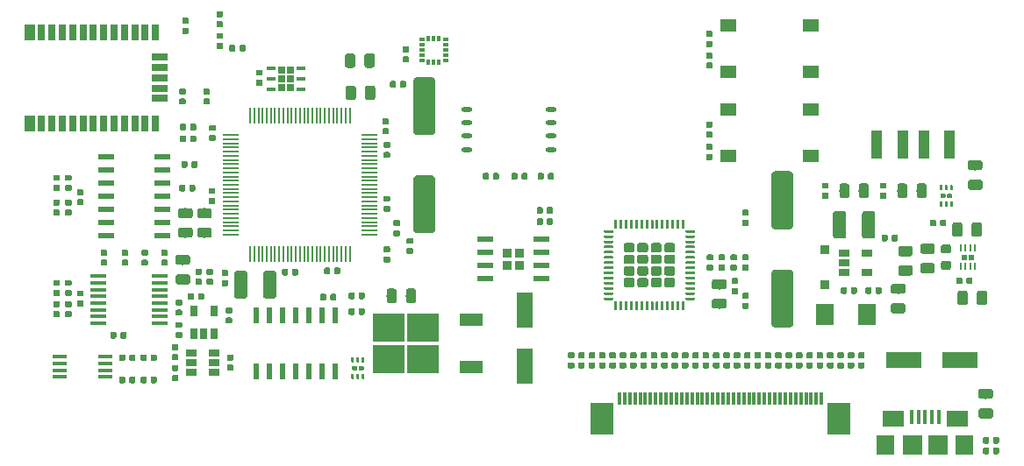
<source format=gtp>
G04 #@! TF.GenerationSoftware,KiCad,Pcbnew,(5.0.1)-3*
G04 #@! TF.CreationDate,2019-01-04T23:11:44-08:00*
G04 #@! TF.ProjectId,croptop,63726F70746F702E6B696361645F7063,rev?*
G04 #@! TF.SameCoordinates,Original*
G04 #@! TF.FileFunction,Paste,Top*
G04 #@! TF.FilePolarity,Positive*
%FSLAX46Y46*%
G04 Gerber Fmt 4.6, Leading zero omitted, Abs format (unit mm)*
G04 Created by KiCad (PCBNEW (5.0.1)-3) date 1/4/2019 11:11:44 PM*
%MOMM*%
%LPD*%
G01*
G04 APERTURE LIST*
%ADD10R,1.500000X0.200000*%
%ADD11R,0.200000X1.500000*%
%ADD12C,0.100000*%
%ADD13C,0.590000*%
%ADD14R,3.500000X1.600000*%
%ADD15R,1.000000X2.800000*%
%ADD16C,0.910000*%
%ADD17C,0.250000*%
%ADD18C,0.975000*%
%ADD19C,0.875000*%
%ADD20R,1.600000X3.500000*%
%ADD21R,0.850000X0.850000*%
%ADD22R,1.778000X2.159000*%
%ADD23R,0.400000X1.350000*%
%ADD24R,2.100000X1.600000*%
%ADD25R,1.800000X1.900000*%
%ADD26R,1.900000X1.900000*%
%ADD27R,0.300000X1.300000*%
%ADD28R,2.300000X3.100000*%
%ADD29C,1.250000*%
%ADD30R,1.550000X1.300000*%
%ADD31R,1.060000X0.650000*%
%ADD32R,0.250000X0.700000*%
%ADD33R,0.540000X0.530000*%
%ADD34R,0.650000X1.060000*%
%ADD35R,1.500000X0.600000*%
%ADD36R,0.950000X0.950000*%
%ADD37R,1.550000X0.600000*%
%ADD38R,1.500000X0.450000*%
%ADD39R,0.600000X1.500000*%
%ADD40R,0.850000X0.450000*%
%ADD41R,0.660000X0.730000*%
%ADD42R,0.700000X1.500000*%
%ADD43R,1.000000X1.500000*%
%ADD44R,1.500000X0.700000*%
%ADD45O,1.100000X0.450000*%
%ADD46R,0.600000X0.350000*%
%ADD47R,0.350000X0.600000*%
%ADD48C,0.400000*%
%ADD49R,1.450000X0.450000*%
%ADD50C,2.100000*%
%ADD51R,3.050000X2.750000*%
%ADD52R,2.200000X1.200000*%
G04 APERTURE END LIST*
D10*
G04 #@! TO.C,U1*
X98075000Y-109690500D03*
X98075000Y-110090500D03*
X98075000Y-110490500D03*
X98075000Y-110890500D03*
X98075000Y-111290500D03*
X98075000Y-111690500D03*
X98075000Y-112090500D03*
X98075000Y-112490500D03*
X98075000Y-112890500D03*
X98075000Y-113290500D03*
X98075000Y-113690500D03*
X98075000Y-114090500D03*
X98075000Y-114490500D03*
X98075000Y-114890500D03*
X98075000Y-115290500D03*
X98075000Y-115690500D03*
X98075000Y-116090500D03*
X98075000Y-116490500D03*
X98075000Y-116890500D03*
X98075000Y-117290500D03*
X98075000Y-117690500D03*
X98075000Y-118090500D03*
X98075000Y-118490500D03*
X98075000Y-118890500D03*
X98075000Y-119290500D03*
D11*
X99975000Y-121190500D03*
X100375000Y-121190500D03*
X100775000Y-121190500D03*
X101175000Y-121190500D03*
X101575000Y-121190500D03*
X101975000Y-121190500D03*
X102375000Y-121190500D03*
X102775000Y-121190500D03*
X103175000Y-121190500D03*
X103575000Y-121190500D03*
X103975000Y-121190500D03*
X104375000Y-121190500D03*
X104775000Y-121190500D03*
X105175000Y-121190500D03*
X105575000Y-121190500D03*
X105975000Y-121190500D03*
X106375000Y-121190500D03*
X106775000Y-121190500D03*
X107175000Y-121190500D03*
X107575000Y-121190500D03*
X107975000Y-121190500D03*
X108375000Y-121190500D03*
X108775000Y-121190500D03*
X109175000Y-121190500D03*
X109575000Y-121190500D03*
D10*
X111475000Y-119290500D03*
X111475000Y-118890500D03*
X111475000Y-118490500D03*
X111475000Y-118090500D03*
X111475000Y-117690500D03*
X111475000Y-117290500D03*
X111475000Y-116890500D03*
X111475000Y-116490500D03*
X111475000Y-116090500D03*
X111475000Y-115690500D03*
X111475000Y-115290500D03*
X111475000Y-114890500D03*
X111475000Y-114490500D03*
X111475000Y-114090500D03*
X111475000Y-113690500D03*
X111475000Y-113290500D03*
X111475000Y-112890500D03*
X111475000Y-112490500D03*
X111475000Y-112090500D03*
X111475000Y-111690500D03*
X111475000Y-111290500D03*
X111475000Y-110890500D03*
X111475000Y-110490500D03*
X111475000Y-110090500D03*
X111475000Y-109690500D03*
D11*
X109575000Y-107790500D03*
X109175000Y-107790500D03*
X108775000Y-107790500D03*
X108375000Y-107790500D03*
X107975000Y-107790500D03*
X107575000Y-107790500D03*
X107175000Y-107790500D03*
X106775000Y-107790500D03*
X106375000Y-107790500D03*
X105975000Y-107790500D03*
X105575000Y-107790500D03*
X105175000Y-107790500D03*
X104775000Y-107790500D03*
X104375000Y-107790500D03*
X103975000Y-107790500D03*
X103575000Y-107790500D03*
X103175000Y-107790500D03*
X102775000Y-107790500D03*
X102375000Y-107790500D03*
X101975000Y-107790500D03*
X101575000Y-107790500D03*
X101175000Y-107790500D03*
X100775000Y-107790500D03*
X100375000Y-107790500D03*
X99975000Y-107790500D03*
G04 #@! TD*
D12*
G04 #@! TO.C,R52*
G36*
X93656958Y-109726210D02*
X93671276Y-109728334D01*
X93685317Y-109731851D01*
X93698946Y-109736728D01*
X93712031Y-109742917D01*
X93724447Y-109750358D01*
X93736073Y-109758981D01*
X93746798Y-109768702D01*
X93756519Y-109779427D01*
X93765142Y-109791053D01*
X93772583Y-109803469D01*
X93778772Y-109816554D01*
X93783649Y-109830183D01*
X93787166Y-109844224D01*
X93789290Y-109858542D01*
X93790000Y-109873000D01*
X93790000Y-110218000D01*
X93789290Y-110232458D01*
X93787166Y-110246776D01*
X93783649Y-110260817D01*
X93778772Y-110274446D01*
X93772583Y-110287531D01*
X93765142Y-110299947D01*
X93756519Y-110311573D01*
X93746798Y-110322298D01*
X93736073Y-110332019D01*
X93724447Y-110340642D01*
X93712031Y-110348083D01*
X93698946Y-110354272D01*
X93685317Y-110359149D01*
X93671276Y-110362666D01*
X93656958Y-110364790D01*
X93642500Y-110365500D01*
X93347500Y-110365500D01*
X93333042Y-110364790D01*
X93318724Y-110362666D01*
X93304683Y-110359149D01*
X93291054Y-110354272D01*
X93277969Y-110348083D01*
X93265553Y-110340642D01*
X93253927Y-110332019D01*
X93243202Y-110322298D01*
X93233481Y-110311573D01*
X93224858Y-110299947D01*
X93217417Y-110287531D01*
X93211228Y-110274446D01*
X93206351Y-110260817D01*
X93202834Y-110246776D01*
X93200710Y-110232458D01*
X93200000Y-110218000D01*
X93200000Y-109873000D01*
X93200710Y-109858542D01*
X93202834Y-109844224D01*
X93206351Y-109830183D01*
X93211228Y-109816554D01*
X93217417Y-109803469D01*
X93224858Y-109791053D01*
X93233481Y-109779427D01*
X93243202Y-109768702D01*
X93253927Y-109758981D01*
X93265553Y-109750358D01*
X93277969Y-109742917D01*
X93291054Y-109736728D01*
X93304683Y-109731851D01*
X93318724Y-109728334D01*
X93333042Y-109726210D01*
X93347500Y-109725500D01*
X93642500Y-109725500D01*
X93656958Y-109726210D01*
X93656958Y-109726210D01*
G37*
D13*
X93495000Y-110045500D03*
D12*
G36*
X94626958Y-109726210D02*
X94641276Y-109728334D01*
X94655317Y-109731851D01*
X94668946Y-109736728D01*
X94682031Y-109742917D01*
X94694447Y-109750358D01*
X94706073Y-109758981D01*
X94716798Y-109768702D01*
X94726519Y-109779427D01*
X94735142Y-109791053D01*
X94742583Y-109803469D01*
X94748772Y-109816554D01*
X94753649Y-109830183D01*
X94757166Y-109844224D01*
X94759290Y-109858542D01*
X94760000Y-109873000D01*
X94760000Y-110218000D01*
X94759290Y-110232458D01*
X94757166Y-110246776D01*
X94753649Y-110260817D01*
X94748772Y-110274446D01*
X94742583Y-110287531D01*
X94735142Y-110299947D01*
X94726519Y-110311573D01*
X94716798Y-110322298D01*
X94706073Y-110332019D01*
X94694447Y-110340642D01*
X94682031Y-110348083D01*
X94668946Y-110354272D01*
X94655317Y-110359149D01*
X94641276Y-110362666D01*
X94626958Y-110364790D01*
X94612500Y-110365500D01*
X94317500Y-110365500D01*
X94303042Y-110364790D01*
X94288724Y-110362666D01*
X94274683Y-110359149D01*
X94261054Y-110354272D01*
X94247969Y-110348083D01*
X94235553Y-110340642D01*
X94223927Y-110332019D01*
X94213202Y-110322298D01*
X94203481Y-110311573D01*
X94194858Y-110299947D01*
X94187417Y-110287531D01*
X94181228Y-110274446D01*
X94176351Y-110260817D01*
X94172834Y-110246776D01*
X94170710Y-110232458D01*
X94170000Y-110218000D01*
X94170000Y-109873000D01*
X94170710Y-109858542D01*
X94172834Y-109844224D01*
X94176351Y-109830183D01*
X94181228Y-109816554D01*
X94187417Y-109803469D01*
X94194858Y-109791053D01*
X94203481Y-109779427D01*
X94213202Y-109768702D01*
X94223927Y-109758981D01*
X94235553Y-109750358D01*
X94247969Y-109742917D01*
X94261054Y-109736728D01*
X94274683Y-109731851D01*
X94288724Y-109728334D01*
X94303042Y-109726210D01*
X94317500Y-109725500D01*
X94612500Y-109725500D01*
X94626958Y-109726210D01*
X94626958Y-109726210D01*
G37*
D13*
X94465000Y-110045500D03*
G04 #@! TD*
D14*
G04 #@! TO.C,C18*
X163035000Y-131445000D03*
X168435000Y-131445000D03*
G04 #@! TD*
D15*
G04 #@! TO.C,J2*
X162957000Y-110615000D03*
X164957000Y-110615000D03*
X160457000Y-110615000D03*
X167457000Y-110615000D03*
G04 #@! TD*
D12*
G04 #@! TO.C,U6*
G36*
X136863299Y-123476295D02*
X136885383Y-123479571D01*
X136907040Y-123484996D01*
X136928060Y-123492517D01*
X136948243Y-123502063D01*
X136967392Y-123513541D01*
X136985324Y-123526840D01*
X137001867Y-123541833D01*
X137016860Y-123558376D01*
X137030159Y-123576308D01*
X137041637Y-123595457D01*
X137051183Y-123615640D01*
X137058704Y-123636660D01*
X137064129Y-123658317D01*
X137067405Y-123680401D01*
X137068500Y-123702700D01*
X137068500Y-124157700D01*
X137067405Y-124179999D01*
X137064129Y-124202083D01*
X137058704Y-124223740D01*
X137051183Y-124244760D01*
X137041637Y-124264943D01*
X137030159Y-124284092D01*
X137016860Y-124302024D01*
X137001867Y-124318567D01*
X136985324Y-124333560D01*
X136967392Y-124346859D01*
X136948243Y-124358337D01*
X136928060Y-124367883D01*
X136907040Y-124375404D01*
X136885383Y-124380829D01*
X136863299Y-124384105D01*
X136841000Y-124385200D01*
X136246000Y-124385200D01*
X136223701Y-124384105D01*
X136201617Y-124380829D01*
X136179960Y-124375404D01*
X136158940Y-124367883D01*
X136138757Y-124358337D01*
X136119608Y-124346859D01*
X136101676Y-124333560D01*
X136085133Y-124318567D01*
X136070140Y-124302024D01*
X136056841Y-124284092D01*
X136045363Y-124264943D01*
X136035817Y-124244760D01*
X136028296Y-124223740D01*
X136022871Y-124202083D01*
X136019595Y-124179999D01*
X136018500Y-124157700D01*
X136018500Y-123702700D01*
X136019595Y-123680401D01*
X136022871Y-123658317D01*
X136028296Y-123636660D01*
X136035817Y-123615640D01*
X136045363Y-123595457D01*
X136056841Y-123576308D01*
X136070140Y-123558376D01*
X136085133Y-123541833D01*
X136101676Y-123526840D01*
X136119608Y-123513541D01*
X136138757Y-123502063D01*
X136158940Y-123492517D01*
X136179960Y-123484996D01*
X136201617Y-123479571D01*
X136223701Y-123476295D01*
X136246000Y-123475200D01*
X136841000Y-123475200D01*
X136863299Y-123476295D01*
X136863299Y-123476295D01*
G37*
D16*
X136543500Y-123930200D03*
D12*
G36*
X138163299Y-123476295D02*
X138185383Y-123479571D01*
X138207040Y-123484996D01*
X138228060Y-123492517D01*
X138248243Y-123502063D01*
X138267392Y-123513541D01*
X138285324Y-123526840D01*
X138301867Y-123541833D01*
X138316860Y-123558376D01*
X138330159Y-123576308D01*
X138341637Y-123595457D01*
X138351183Y-123615640D01*
X138358704Y-123636660D01*
X138364129Y-123658317D01*
X138367405Y-123680401D01*
X138368500Y-123702700D01*
X138368500Y-124157700D01*
X138367405Y-124179999D01*
X138364129Y-124202083D01*
X138358704Y-124223740D01*
X138351183Y-124244760D01*
X138341637Y-124264943D01*
X138330159Y-124284092D01*
X138316860Y-124302024D01*
X138301867Y-124318567D01*
X138285324Y-124333560D01*
X138267392Y-124346859D01*
X138248243Y-124358337D01*
X138228060Y-124367883D01*
X138207040Y-124375404D01*
X138185383Y-124380829D01*
X138163299Y-124384105D01*
X138141000Y-124385200D01*
X137546000Y-124385200D01*
X137523701Y-124384105D01*
X137501617Y-124380829D01*
X137479960Y-124375404D01*
X137458940Y-124367883D01*
X137438757Y-124358337D01*
X137419608Y-124346859D01*
X137401676Y-124333560D01*
X137385133Y-124318567D01*
X137370140Y-124302024D01*
X137356841Y-124284092D01*
X137345363Y-124264943D01*
X137335817Y-124244760D01*
X137328296Y-124223740D01*
X137322871Y-124202083D01*
X137319595Y-124179999D01*
X137318500Y-124157700D01*
X137318500Y-123702700D01*
X137319595Y-123680401D01*
X137322871Y-123658317D01*
X137328296Y-123636660D01*
X137335817Y-123615640D01*
X137345363Y-123595457D01*
X137356841Y-123576308D01*
X137370140Y-123558376D01*
X137385133Y-123541833D01*
X137401676Y-123526840D01*
X137419608Y-123513541D01*
X137438757Y-123502063D01*
X137458940Y-123492517D01*
X137479960Y-123484996D01*
X137501617Y-123479571D01*
X137523701Y-123476295D01*
X137546000Y-123475200D01*
X138141000Y-123475200D01*
X138163299Y-123476295D01*
X138163299Y-123476295D01*
G37*
D16*
X137843500Y-123930200D03*
D12*
G36*
X139463299Y-123476295D02*
X139485383Y-123479571D01*
X139507040Y-123484996D01*
X139528060Y-123492517D01*
X139548243Y-123502063D01*
X139567392Y-123513541D01*
X139585324Y-123526840D01*
X139601867Y-123541833D01*
X139616860Y-123558376D01*
X139630159Y-123576308D01*
X139641637Y-123595457D01*
X139651183Y-123615640D01*
X139658704Y-123636660D01*
X139664129Y-123658317D01*
X139667405Y-123680401D01*
X139668500Y-123702700D01*
X139668500Y-124157700D01*
X139667405Y-124179999D01*
X139664129Y-124202083D01*
X139658704Y-124223740D01*
X139651183Y-124244760D01*
X139641637Y-124264943D01*
X139630159Y-124284092D01*
X139616860Y-124302024D01*
X139601867Y-124318567D01*
X139585324Y-124333560D01*
X139567392Y-124346859D01*
X139548243Y-124358337D01*
X139528060Y-124367883D01*
X139507040Y-124375404D01*
X139485383Y-124380829D01*
X139463299Y-124384105D01*
X139441000Y-124385200D01*
X138846000Y-124385200D01*
X138823701Y-124384105D01*
X138801617Y-124380829D01*
X138779960Y-124375404D01*
X138758940Y-124367883D01*
X138738757Y-124358337D01*
X138719608Y-124346859D01*
X138701676Y-124333560D01*
X138685133Y-124318567D01*
X138670140Y-124302024D01*
X138656841Y-124284092D01*
X138645363Y-124264943D01*
X138635817Y-124244760D01*
X138628296Y-124223740D01*
X138622871Y-124202083D01*
X138619595Y-124179999D01*
X138618500Y-124157700D01*
X138618500Y-123702700D01*
X138619595Y-123680401D01*
X138622871Y-123658317D01*
X138628296Y-123636660D01*
X138635817Y-123615640D01*
X138645363Y-123595457D01*
X138656841Y-123576308D01*
X138670140Y-123558376D01*
X138685133Y-123541833D01*
X138701676Y-123526840D01*
X138719608Y-123513541D01*
X138738757Y-123502063D01*
X138758940Y-123492517D01*
X138779960Y-123484996D01*
X138801617Y-123479571D01*
X138823701Y-123476295D01*
X138846000Y-123475200D01*
X139441000Y-123475200D01*
X139463299Y-123476295D01*
X139463299Y-123476295D01*
G37*
D16*
X139143500Y-123930200D03*
D12*
G36*
X140763299Y-123476295D02*
X140785383Y-123479571D01*
X140807040Y-123484996D01*
X140828060Y-123492517D01*
X140848243Y-123502063D01*
X140867392Y-123513541D01*
X140885324Y-123526840D01*
X140901867Y-123541833D01*
X140916860Y-123558376D01*
X140930159Y-123576308D01*
X140941637Y-123595457D01*
X140951183Y-123615640D01*
X140958704Y-123636660D01*
X140964129Y-123658317D01*
X140967405Y-123680401D01*
X140968500Y-123702700D01*
X140968500Y-124157700D01*
X140967405Y-124179999D01*
X140964129Y-124202083D01*
X140958704Y-124223740D01*
X140951183Y-124244760D01*
X140941637Y-124264943D01*
X140930159Y-124284092D01*
X140916860Y-124302024D01*
X140901867Y-124318567D01*
X140885324Y-124333560D01*
X140867392Y-124346859D01*
X140848243Y-124358337D01*
X140828060Y-124367883D01*
X140807040Y-124375404D01*
X140785383Y-124380829D01*
X140763299Y-124384105D01*
X140741000Y-124385200D01*
X140146000Y-124385200D01*
X140123701Y-124384105D01*
X140101617Y-124380829D01*
X140079960Y-124375404D01*
X140058940Y-124367883D01*
X140038757Y-124358337D01*
X140019608Y-124346859D01*
X140001676Y-124333560D01*
X139985133Y-124318567D01*
X139970140Y-124302024D01*
X139956841Y-124284092D01*
X139945363Y-124264943D01*
X139935817Y-124244760D01*
X139928296Y-124223740D01*
X139922871Y-124202083D01*
X139919595Y-124179999D01*
X139918500Y-124157700D01*
X139918500Y-123702700D01*
X139919595Y-123680401D01*
X139922871Y-123658317D01*
X139928296Y-123636660D01*
X139935817Y-123615640D01*
X139945363Y-123595457D01*
X139956841Y-123576308D01*
X139970140Y-123558376D01*
X139985133Y-123541833D01*
X140001676Y-123526840D01*
X140019608Y-123513541D01*
X140038757Y-123502063D01*
X140058940Y-123492517D01*
X140079960Y-123484996D01*
X140101617Y-123479571D01*
X140123701Y-123476295D01*
X140146000Y-123475200D01*
X140741000Y-123475200D01*
X140763299Y-123476295D01*
X140763299Y-123476295D01*
G37*
D16*
X140443500Y-123930200D03*
D12*
G36*
X136863299Y-122356295D02*
X136885383Y-122359571D01*
X136907040Y-122364996D01*
X136928060Y-122372517D01*
X136948243Y-122382063D01*
X136967392Y-122393541D01*
X136985324Y-122406840D01*
X137001867Y-122421833D01*
X137016860Y-122438376D01*
X137030159Y-122456308D01*
X137041637Y-122475457D01*
X137051183Y-122495640D01*
X137058704Y-122516660D01*
X137064129Y-122538317D01*
X137067405Y-122560401D01*
X137068500Y-122582700D01*
X137068500Y-123037700D01*
X137067405Y-123059999D01*
X137064129Y-123082083D01*
X137058704Y-123103740D01*
X137051183Y-123124760D01*
X137041637Y-123144943D01*
X137030159Y-123164092D01*
X137016860Y-123182024D01*
X137001867Y-123198567D01*
X136985324Y-123213560D01*
X136967392Y-123226859D01*
X136948243Y-123238337D01*
X136928060Y-123247883D01*
X136907040Y-123255404D01*
X136885383Y-123260829D01*
X136863299Y-123264105D01*
X136841000Y-123265200D01*
X136246000Y-123265200D01*
X136223701Y-123264105D01*
X136201617Y-123260829D01*
X136179960Y-123255404D01*
X136158940Y-123247883D01*
X136138757Y-123238337D01*
X136119608Y-123226859D01*
X136101676Y-123213560D01*
X136085133Y-123198567D01*
X136070140Y-123182024D01*
X136056841Y-123164092D01*
X136045363Y-123144943D01*
X136035817Y-123124760D01*
X136028296Y-123103740D01*
X136022871Y-123082083D01*
X136019595Y-123059999D01*
X136018500Y-123037700D01*
X136018500Y-122582700D01*
X136019595Y-122560401D01*
X136022871Y-122538317D01*
X136028296Y-122516660D01*
X136035817Y-122495640D01*
X136045363Y-122475457D01*
X136056841Y-122456308D01*
X136070140Y-122438376D01*
X136085133Y-122421833D01*
X136101676Y-122406840D01*
X136119608Y-122393541D01*
X136138757Y-122382063D01*
X136158940Y-122372517D01*
X136179960Y-122364996D01*
X136201617Y-122359571D01*
X136223701Y-122356295D01*
X136246000Y-122355200D01*
X136841000Y-122355200D01*
X136863299Y-122356295D01*
X136863299Y-122356295D01*
G37*
D16*
X136543500Y-122810200D03*
D12*
G36*
X138163299Y-122356295D02*
X138185383Y-122359571D01*
X138207040Y-122364996D01*
X138228060Y-122372517D01*
X138248243Y-122382063D01*
X138267392Y-122393541D01*
X138285324Y-122406840D01*
X138301867Y-122421833D01*
X138316860Y-122438376D01*
X138330159Y-122456308D01*
X138341637Y-122475457D01*
X138351183Y-122495640D01*
X138358704Y-122516660D01*
X138364129Y-122538317D01*
X138367405Y-122560401D01*
X138368500Y-122582700D01*
X138368500Y-123037700D01*
X138367405Y-123059999D01*
X138364129Y-123082083D01*
X138358704Y-123103740D01*
X138351183Y-123124760D01*
X138341637Y-123144943D01*
X138330159Y-123164092D01*
X138316860Y-123182024D01*
X138301867Y-123198567D01*
X138285324Y-123213560D01*
X138267392Y-123226859D01*
X138248243Y-123238337D01*
X138228060Y-123247883D01*
X138207040Y-123255404D01*
X138185383Y-123260829D01*
X138163299Y-123264105D01*
X138141000Y-123265200D01*
X137546000Y-123265200D01*
X137523701Y-123264105D01*
X137501617Y-123260829D01*
X137479960Y-123255404D01*
X137458940Y-123247883D01*
X137438757Y-123238337D01*
X137419608Y-123226859D01*
X137401676Y-123213560D01*
X137385133Y-123198567D01*
X137370140Y-123182024D01*
X137356841Y-123164092D01*
X137345363Y-123144943D01*
X137335817Y-123124760D01*
X137328296Y-123103740D01*
X137322871Y-123082083D01*
X137319595Y-123059999D01*
X137318500Y-123037700D01*
X137318500Y-122582700D01*
X137319595Y-122560401D01*
X137322871Y-122538317D01*
X137328296Y-122516660D01*
X137335817Y-122495640D01*
X137345363Y-122475457D01*
X137356841Y-122456308D01*
X137370140Y-122438376D01*
X137385133Y-122421833D01*
X137401676Y-122406840D01*
X137419608Y-122393541D01*
X137438757Y-122382063D01*
X137458940Y-122372517D01*
X137479960Y-122364996D01*
X137501617Y-122359571D01*
X137523701Y-122356295D01*
X137546000Y-122355200D01*
X138141000Y-122355200D01*
X138163299Y-122356295D01*
X138163299Y-122356295D01*
G37*
D16*
X137843500Y-122810200D03*
D12*
G36*
X139463299Y-122356295D02*
X139485383Y-122359571D01*
X139507040Y-122364996D01*
X139528060Y-122372517D01*
X139548243Y-122382063D01*
X139567392Y-122393541D01*
X139585324Y-122406840D01*
X139601867Y-122421833D01*
X139616860Y-122438376D01*
X139630159Y-122456308D01*
X139641637Y-122475457D01*
X139651183Y-122495640D01*
X139658704Y-122516660D01*
X139664129Y-122538317D01*
X139667405Y-122560401D01*
X139668500Y-122582700D01*
X139668500Y-123037700D01*
X139667405Y-123059999D01*
X139664129Y-123082083D01*
X139658704Y-123103740D01*
X139651183Y-123124760D01*
X139641637Y-123144943D01*
X139630159Y-123164092D01*
X139616860Y-123182024D01*
X139601867Y-123198567D01*
X139585324Y-123213560D01*
X139567392Y-123226859D01*
X139548243Y-123238337D01*
X139528060Y-123247883D01*
X139507040Y-123255404D01*
X139485383Y-123260829D01*
X139463299Y-123264105D01*
X139441000Y-123265200D01*
X138846000Y-123265200D01*
X138823701Y-123264105D01*
X138801617Y-123260829D01*
X138779960Y-123255404D01*
X138758940Y-123247883D01*
X138738757Y-123238337D01*
X138719608Y-123226859D01*
X138701676Y-123213560D01*
X138685133Y-123198567D01*
X138670140Y-123182024D01*
X138656841Y-123164092D01*
X138645363Y-123144943D01*
X138635817Y-123124760D01*
X138628296Y-123103740D01*
X138622871Y-123082083D01*
X138619595Y-123059999D01*
X138618500Y-123037700D01*
X138618500Y-122582700D01*
X138619595Y-122560401D01*
X138622871Y-122538317D01*
X138628296Y-122516660D01*
X138635817Y-122495640D01*
X138645363Y-122475457D01*
X138656841Y-122456308D01*
X138670140Y-122438376D01*
X138685133Y-122421833D01*
X138701676Y-122406840D01*
X138719608Y-122393541D01*
X138738757Y-122382063D01*
X138758940Y-122372517D01*
X138779960Y-122364996D01*
X138801617Y-122359571D01*
X138823701Y-122356295D01*
X138846000Y-122355200D01*
X139441000Y-122355200D01*
X139463299Y-122356295D01*
X139463299Y-122356295D01*
G37*
D16*
X139143500Y-122810200D03*
D12*
G36*
X140763299Y-122356295D02*
X140785383Y-122359571D01*
X140807040Y-122364996D01*
X140828060Y-122372517D01*
X140848243Y-122382063D01*
X140867392Y-122393541D01*
X140885324Y-122406840D01*
X140901867Y-122421833D01*
X140916860Y-122438376D01*
X140930159Y-122456308D01*
X140941637Y-122475457D01*
X140951183Y-122495640D01*
X140958704Y-122516660D01*
X140964129Y-122538317D01*
X140967405Y-122560401D01*
X140968500Y-122582700D01*
X140968500Y-123037700D01*
X140967405Y-123059999D01*
X140964129Y-123082083D01*
X140958704Y-123103740D01*
X140951183Y-123124760D01*
X140941637Y-123144943D01*
X140930159Y-123164092D01*
X140916860Y-123182024D01*
X140901867Y-123198567D01*
X140885324Y-123213560D01*
X140867392Y-123226859D01*
X140848243Y-123238337D01*
X140828060Y-123247883D01*
X140807040Y-123255404D01*
X140785383Y-123260829D01*
X140763299Y-123264105D01*
X140741000Y-123265200D01*
X140146000Y-123265200D01*
X140123701Y-123264105D01*
X140101617Y-123260829D01*
X140079960Y-123255404D01*
X140058940Y-123247883D01*
X140038757Y-123238337D01*
X140019608Y-123226859D01*
X140001676Y-123213560D01*
X139985133Y-123198567D01*
X139970140Y-123182024D01*
X139956841Y-123164092D01*
X139945363Y-123144943D01*
X139935817Y-123124760D01*
X139928296Y-123103740D01*
X139922871Y-123082083D01*
X139919595Y-123059999D01*
X139918500Y-123037700D01*
X139918500Y-122582700D01*
X139919595Y-122560401D01*
X139922871Y-122538317D01*
X139928296Y-122516660D01*
X139935817Y-122495640D01*
X139945363Y-122475457D01*
X139956841Y-122456308D01*
X139970140Y-122438376D01*
X139985133Y-122421833D01*
X140001676Y-122406840D01*
X140019608Y-122393541D01*
X140038757Y-122382063D01*
X140058940Y-122372517D01*
X140079960Y-122364996D01*
X140101617Y-122359571D01*
X140123701Y-122356295D01*
X140146000Y-122355200D01*
X140741000Y-122355200D01*
X140763299Y-122356295D01*
X140763299Y-122356295D01*
G37*
D16*
X140443500Y-122810200D03*
D12*
G36*
X136863299Y-121236295D02*
X136885383Y-121239571D01*
X136907040Y-121244996D01*
X136928060Y-121252517D01*
X136948243Y-121262063D01*
X136967392Y-121273541D01*
X136985324Y-121286840D01*
X137001867Y-121301833D01*
X137016860Y-121318376D01*
X137030159Y-121336308D01*
X137041637Y-121355457D01*
X137051183Y-121375640D01*
X137058704Y-121396660D01*
X137064129Y-121418317D01*
X137067405Y-121440401D01*
X137068500Y-121462700D01*
X137068500Y-121917700D01*
X137067405Y-121939999D01*
X137064129Y-121962083D01*
X137058704Y-121983740D01*
X137051183Y-122004760D01*
X137041637Y-122024943D01*
X137030159Y-122044092D01*
X137016860Y-122062024D01*
X137001867Y-122078567D01*
X136985324Y-122093560D01*
X136967392Y-122106859D01*
X136948243Y-122118337D01*
X136928060Y-122127883D01*
X136907040Y-122135404D01*
X136885383Y-122140829D01*
X136863299Y-122144105D01*
X136841000Y-122145200D01*
X136246000Y-122145200D01*
X136223701Y-122144105D01*
X136201617Y-122140829D01*
X136179960Y-122135404D01*
X136158940Y-122127883D01*
X136138757Y-122118337D01*
X136119608Y-122106859D01*
X136101676Y-122093560D01*
X136085133Y-122078567D01*
X136070140Y-122062024D01*
X136056841Y-122044092D01*
X136045363Y-122024943D01*
X136035817Y-122004760D01*
X136028296Y-121983740D01*
X136022871Y-121962083D01*
X136019595Y-121939999D01*
X136018500Y-121917700D01*
X136018500Y-121462700D01*
X136019595Y-121440401D01*
X136022871Y-121418317D01*
X136028296Y-121396660D01*
X136035817Y-121375640D01*
X136045363Y-121355457D01*
X136056841Y-121336308D01*
X136070140Y-121318376D01*
X136085133Y-121301833D01*
X136101676Y-121286840D01*
X136119608Y-121273541D01*
X136138757Y-121262063D01*
X136158940Y-121252517D01*
X136179960Y-121244996D01*
X136201617Y-121239571D01*
X136223701Y-121236295D01*
X136246000Y-121235200D01*
X136841000Y-121235200D01*
X136863299Y-121236295D01*
X136863299Y-121236295D01*
G37*
D16*
X136543500Y-121690200D03*
D12*
G36*
X138163299Y-121236295D02*
X138185383Y-121239571D01*
X138207040Y-121244996D01*
X138228060Y-121252517D01*
X138248243Y-121262063D01*
X138267392Y-121273541D01*
X138285324Y-121286840D01*
X138301867Y-121301833D01*
X138316860Y-121318376D01*
X138330159Y-121336308D01*
X138341637Y-121355457D01*
X138351183Y-121375640D01*
X138358704Y-121396660D01*
X138364129Y-121418317D01*
X138367405Y-121440401D01*
X138368500Y-121462700D01*
X138368500Y-121917700D01*
X138367405Y-121939999D01*
X138364129Y-121962083D01*
X138358704Y-121983740D01*
X138351183Y-122004760D01*
X138341637Y-122024943D01*
X138330159Y-122044092D01*
X138316860Y-122062024D01*
X138301867Y-122078567D01*
X138285324Y-122093560D01*
X138267392Y-122106859D01*
X138248243Y-122118337D01*
X138228060Y-122127883D01*
X138207040Y-122135404D01*
X138185383Y-122140829D01*
X138163299Y-122144105D01*
X138141000Y-122145200D01*
X137546000Y-122145200D01*
X137523701Y-122144105D01*
X137501617Y-122140829D01*
X137479960Y-122135404D01*
X137458940Y-122127883D01*
X137438757Y-122118337D01*
X137419608Y-122106859D01*
X137401676Y-122093560D01*
X137385133Y-122078567D01*
X137370140Y-122062024D01*
X137356841Y-122044092D01*
X137345363Y-122024943D01*
X137335817Y-122004760D01*
X137328296Y-121983740D01*
X137322871Y-121962083D01*
X137319595Y-121939999D01*
X137318500Y-121917700D01*
X137318500Y-121462700D01*
X137319595Y-121440401D01*
X137322871Y-121418317D01*
X137328296Y-121396660D01*
X137335817Y-121375640D01*
X137345363Y-121355457D01*
X137356841Y-121336308D01*
X137370140Y-121318376D01*
X137385133Y-121301833D01*
X137401676Y-121286840D01*
X137419608Y-121273541D01*
X137438757Y-121262063D01*
X137458940Y-121252517D01*
X137479960Y-121244996D01*
X137501617Y-121239571D01*
X137523701Y-121236295D01*
X137546000Y-121235200D01*
X138141000Y-121235200D01*
X138163299Y-121236295D01*
X138163299Y-121236295D01*
G37*
D16*
X137843500Y-121690200D03*
D12*
G36*
X139463299Y-121236295D02*
X139485383Y-121239571D01*
X139507040Y-121244996D01*
X139528060Y-121252517D01*
X139548243Y-121262063D01*
X139567392Y-121273541D01*
X139585324Y-121286840D01*
X139601867Y-121301833D01*
X139616860Y-121318376D01*
X139630159Y-121336308D01*
X139641637Y-121355457D01*
X139651183Y-121375640D01*
X139658704Y-121396660D01*
X139664129Y-121418317D01*
X139667405Y-121440401D01*
X139668500Y-121462700D01*
X139668500Y-121917700D01*
X139667405Y-121939999D01*
X139664129Y-121962083D01*
X139658704Y-121983740D01*
X139651183Y-122004760D01*
X139641637Y-122024943D01*
X139630159Y-122044092D01*
X139616860Y-122062024D01*
X139601867Y-122078567D01*
X139585324Y-122093560D01*
X139567392Y-122106859D01*
X139548243Y-122118337D01*
X139528060Y-122127883D01*
X139507040Y-122135404D01*
X139485383Y-122140829D01*
X139463299Y-122144105D01*
X139441000Y-122145200D01*
X138846000Y-122145200D01*
X138823701Y-122144105D01*
X138801617Y-122140829D01*
X138779960Y-122135404D01*
X138758940Y-122127883D01*
X138738757Y-122118337D01*
X138719608Y-122106859D01*
X138701676Y-122093560D01*
X138685133Y-122078567D01*
X138670140Y-122062024D01*
X138656841Y-122044092D01*
X138645363Y-122024943D01*
X138635817Y-122004760D01*
X138628296Y-121983740D01*
X138622871Y-121962083D01*
X138619595Y-121939999D01*
X138618500Y-121917700D01*
X138618500Y-121462700D01*
X138619595Y-121440401D01*
X138622871Y-121418317D01*
X138628296Y-121396660D01*
X138635817Y-121375640D01*
X138645363Y-121355457D01*
X138656841Y-121336308D01*
X138670140Y-121318376D01*
X138685133Y-121301833D01*
X138701676Y-121286840D01*
X138719608Y-121273541D01*
X138738757Y-121262063D01*
X138758940Y-121252517D01*
X138779960Y-121244996D01*
X138801617Y-121239571D01*
X138823701Y-121236295D01*
X138846000Y-121235200D01*
X139441000Y-121235200D01*
X139463299Y-121236295D01*
X139463299Y-121236295D01*
G37*
D16*
X139143500Y-121690200D03*
D12*
G36*
X140763299Y-121236295D02*
X140785383Y-121239571D01*
X140807040Y-121244996D01*
X140828060Y-121252517D01*
X140848243Y-121262063D01*
X140867392Y-121273541D01*
X140885324Y-121286840D01*
X140901867Y-121301833D01*
X140916860Y-121318376D01*
X140930159Y-121336308D01*
X140941637Y-121355457D01*
X140951183Y-121375640D01*
X140958704Y-121396660D01*
X140964129Y-121418317D01*
X140967405Y-121440401D01*
X140968500Y-121462700D01*
X140968500Y-121917700D01*
X140967405Y-121939999D01*
X140964129Y-121962083D01*
X140958704Y-121983740D01*
X140951183Y-122004760D01*
X140941637Y-122024943D01*
X140930159Y-122044092D01*
X140916860Y-122062024D01*
X140901867Y-122078567D01*
X140885324Y-122093560D01*
X140867392Y-122106859D01*
X140848243Y-122118337D01*
X140828060Y-122127883D01*
X140807040Y-122135404D01*
X140785383Y-122140829D01*
X140763299Y-122144105D01*
X140741000Y-122145200D01*
X140146000Y-122145200D01*
X140123701Y-122144105D01*
X140101617Y-122140829D01*
X140079960Y-122135404D01*
X140058940Y-122127883D01*
X140038757Y-122118337D01*
X140019608Y-122106859D01*
X140001676Y-122093560D01*
X139985133Y-122078567D01*
X139970140Y-122062024D01*
X139956841Y-122044092D01*
X139945363Y-122024943D01*
X139935817Y-122004760D01*
X139928296Y-121983740D01*
X139922871Y-121962083D01*
X139919595Y-121939999D01*
X139918500Y-121917700D01*
X139918500Y-121462700D01*
X139919595Y-121440401D01*
X139922871Y-121418317D01*
X139928296Y-121396660D01*
X139935817Y-121375640D01*
X139945363Y-121355457D01*
X139956841Y-121336308D01*
X139970140Y-121318376D01*
X139985133Y-121301833D01*
X140001676Y-121286840D01*
X140019608Y-121273541D01*
X140038757Y-121262063D01*
X140058940Y-121252517D01*
X140079960Y-121244996D01*
X140101617Y-121239571D01*
X140123701Y-121236295D01*
X140146000Y-121235200D01*
X140741000Y-121235200D01*
X140763299Y-121236295D01*
X140763299Y-121236295D01*
G37*
D16*
X140443500Y-121690200D03*
D12*
G36*
X136863299Y-120116295D02*
X136885383Y-120119571D01*
X136907040Y-120124996D01*
X136928060Y-120132517D01*
X136948243Y-120142063D01*
X136967392Y-120153541D01*
X136985324Y-120166840D01*
X137001867Y-120181833D01*
X137016860Y-120198376D01*
X137030159Y-120216308D01*
X137041637Y-120235457D01*
X137051183Y-120255640D01*
X137058704Y-120276660D01*
X137064129Y-120298317D01*
X137067405Y-120320401D01*
X137068500Y-120342700D01*
X137068500Y-120797700D01*
X137067405Y-120819999D01*
X137064129Y-120842083D01*
X137058704Y-120863740D01*
X137051183Y-120884760D01*
X137041637Y-120904943D01*
X137030159Y-120924092D01*
X137016860Y-120942024D01*
X137001867Y-120958567D01*
X136985324Y-120973560D01*
X136967392Y-120986859D01*
X136948243Y-120998337D01*
X136928060Y-121007883D01*
X136907040Y-121015404D01*
X136885383Y-121020829D01*
X136863299Y-121024105D01*
X136841000Y-121025200D01*
X136246000Y-121025200D01*
X136223701Y-121024105D01*
X136201617Y-121020829D01*
X136179960Y-121015404D01*
X136158940Y-121007883D01*
X136138757Y-120998337D01*
X136119608Y-120986859D01*
X136101676Y-120973560D01*
X136085133Y-120958567D01*
X136070140Y-120942024D01*
X136056841Y-120924092D01*
X136045363Y-120904943D01*
X136035817Y-120884760D01*
X136028296Y-120863740D01*
X136022871Y-120842083D01*
X136019595Y-120819999D01*
X136018500Y-120797700D01*
X136018500Y-120342700D01*
X136019595Y-120320401D01*
X136022871Y-120298317D01*
X136028296Y-120276660D01*
X136035817Y-120255640D01*
X136045363Y-120235457D01*
X136056841Y-120216308D01*
X136070140Y-120198376D01*
X136085133Y-120181833D01*
X136101676Y-120166840D01*
X136119608Y-120153541D01*
X136138757Y-120142063D01*
X136158940Y-120132517D01*
X136179960Y-120124996D01*
X136201617Y-120119571D01*
X136223701Y-120116295D01*
X136246000Y-120115200D01*
X136841000Y-120115200D01*
X136863299Y-120116295D01*
X136863299Y-120116295D01*
G37*
D16*
X136543500Y-120570200D03*
D12*
G36*
X138163299Y-120116295D02*
X138185383Y-120119571D01*
X138207040Y-120124996D01*
X138228060Y-120132517D01*
X138248243Y-120142063D01*
X138267392Y-120153541D01*
X138285324Y-120166840D01*
X138301867Y-120181833D01*
X138316860Y-120198376D01*
X138330159Y-120216308D01*
X138341637Y-120235457D01*
X138351183Y-120255640D01*
X138358704Y-120276660D01*
X138364129Y-120298317D01*
X138367405Y-120320401D01*
X138368500Y-120342700D01*
X138368500Y-120797700D01*
X138367405Y-120819999D01*
X138364129Y-120842083D01*
X138358704Y-120863740D01*
X138351183Y-120884760D01*
X138341637Y-120904943D01*
X138330159Y-120924092D01*
X138316860Y-120942024D01*
X138301867Y-120958567D01*
X138285324Y-120973560D01*
X138267392Y-120986859D01*
X138248243Y-120998337D01*
X138228060Y-121007883D01*
X138207040Y-121015404D01*
X138185383Y-121020829D01*
X138163299Y-121024105D01*
X138141000Y-121025200D01*
X137546000Y-121025200D01*
X137523701Y-121024105D01*
X137501617Y-121020829D01*
X137479960Y-121015404D01*
X137458940Y-121007883D01*
X137438757Y-120998337D01*
X137419608Y-120986859D01*
X137401676Y-120973560D01*
X137385133Y-120958567D01*
X137370140Y-120942024D01*
X137356841Y-120924092D01*
X137345363Y-120904943D01*
X137335817Y-120884760D01*
X137328296Y-120863740D01*
X137322871Y-120842083D01*
X137319595Y-120819999D01*
X137318500Y-120797700D01*
X137318500Y-120342700D01*
X137319595Y-120320401D01*
X137322871Y-120298317D01*
X137328296Y-120276660D01*
X137335817Y-120255640D01*
X137345363Y-120235457D01*
X137356841Y-120216308D01*
X137370140Y-120198376D01*
X137385133Y-120181833D01*
X137401676Y-120166840D01*
X137419608Y-120153541D01*
X137438757Y-120142063D01*
X137458940Y-120132517D01*
X137479960Y-120124996D01*
X137501617Y-120119571D01*
X137523701Y-120116295D01*
X137546000Y-120115200D01*
X138141000Y-120115200D01*
X138163299Y-120116295D01*
X138163299Y-120116295D01*
G37*
D16*
X137843500Y-120570200D03*
D12*
G36*
X139463299Y-120116295D02*
X139485383Y-120119571D01*
X139507040Y-120124996D01*
X139528060Y-120132517D01*
X139548243Y-120142063D01*
X139567392Y-120153541D01*
X139585324Y-120166840D01*
X139601867Y-120181833D01*
X139616860Y-120198376D01*
X139630159Y-120216308D01*
X139641637Y-120235457D01*
X139651183Y-120255640D01*
X139658704Y-120276660D01*
X139664129Y-120298317D01*
X139667405Y-120320401D01*
X139668500Y-120342700D01*
X139668500Y-120797700D01*
X139667405Y-120819999D01*
X139664129Y-120842083D01*
X139658704Y-120863740D01*
X139651183Y-120884760D01*
X139641637Y-120904943D01*
X139630159Y-120924092D01*
X139616860Y-120942024D01*
X139601867Y-120958567D01*
X139585324Y-120973560D01*
X139567392Y-120986859D01*
X139548243Y-120998337D01*
X139528060Y-121007883D01*
X139507040Y-121015404D01*
X139485383Y-121020829D01*
X139463299Y-121024105D01*
X139441000Y-121025200D01*
X138846000Y-121025200D01*
X138823701Y-121024105D01*
X138801617Y-121020829D01*
X138779960Y-121015404D01*
X138758940Y-121007883D01*
X138738757Y-120998337D01*
X138719608Y-120986859D01*
X138701676Y-120973560D01*
X138685133Y-120958567D01*
X138670140Y-120942024D01*
X138656841Y-120924092D01*
X138645363Y-120904943D01*
X138635817Y-120884760D01*
X138628296Y-120863740D01*
X138622871Y-120842083D01*
X138619595Y-120819999D01*
X138618500Y-120797700D01*
X138618500Y-120342700D01*
X138619595Y-120320401D01*
X138622871Y-120298317D01*
X138628296Y-120276660D01*
X138635817Y-120255640D01*
X138645363Y-120235457D01*
X138656841Y-120216308D01*
X138670140Y-120198376D01*
X138685133Y-120181833D01*
X138701676Y-120166840D01*
X138719608Y-120153541D01*
X138738757Y-120142063D01*
X138758940Y-120132517D01*
X138779960Y-120124996D01*
X138801617Y-120119571D01*
X138823701Y-120116295D01*
X138846000Y-120115200D01*
X139441000Y-120115200D01*
X139463299Y-120116295D01*
X139463299Y-120116295D01*
G37*
D16*
X139143500Y-120570200D03*
D12*
G36*
X140763299Y-120116295D02*
X140785383Y-120119571D01*
X140807040Y-120124996D01*
X140828060Y-120132517D01*
X140848243Y-120142063D01*
X140867392Y-120153541D01*
X140885324Y-120166840D01*
X140901867Y-120181833D01*
X140916860Y-120198376D01*
X140930159Y-120216308D01*
X140941637Y-120235457D01*
X140951183Y-120255640D01*
X140958704Y-120276660D01*
X140964129Y-120298317D01*
X140967405Y-120320401D01*
X140968500Y-120342700D01*
X140968500Y-120797700D01*
X140967405Y-120819999D01*
X140964129Y-120842083D01*
X140958704Y-120863740D01*
X140951183Y-120884760D01*
X140941637Y-120904943D01*
X140930159Y-120924092D01*
X140916860Y-120942024D01*
X140901867Y-120958567D01*
X140885324Y-120973560D01*
X140867392Y-120986859D01*
X140848243Y-120998337D01*
X140828060Y-121007883D01*
X140807040Y-121015404D01*
X140785383Y-121020829D01*
X140763299Y-121024105D01*
X140741000Y-121025200D01*
X140146000Y-121025200D01*
X140123701Y-121024105D01*
X140101617Y-121020829D01*
X140079960Y-121015404D01*
X140058940Y-121007883D01*
X140038757Y-120998337D01*
X140019608Y-120986859D01*
X140001676Y-120973560D01*
X139985133Y-120958567D01*
X139970140Y-120942024D01*
X139956841Y-120924092D01*
X139945363Y-120904943D01*
X139935817Y-120884760D01*
X139928296Y-120863740D01*
X139922871Y-120842083D01*
X139919595Y-120819999D01*
X139918500Y-120797700D01*
X139918500Y-120342700D01*
X139919595Y-120320401D01*
X139922871Y-120298317D01*
X139928296Y-120276660D01*
X139935817Y-120255640D01*
X139945363Y-120235457D01*
X139956841Y-120216308D01*
X139970140Y-120198376D01*
X139985133Y-120181833D01*
X140001676Y-120166840D01*
X140019608Y-120153541D01*
X140038757Y-120142063D01*
X140058940Y-120132517D01*
X140079960Y-120124996D01*
X140101617Y-120119571D01*
X140123701Y-120116295D01*
X140146000Y-120115200D01*
X140741000Y-120115200D01*
X140763299Y-120116295D01*
X140763299Y-120116295D01*
G37*
D16*
X140443500Y-120570200D03*
D12*
G36*
X135312126Y-125750501D02*
X135318193Y-125751401D01*
X135324143Y-125752891D01*
X135329918Y-125754958D01*
X135335462Y-125757580D01*
X135340723Y-125760733D01*
X135345650Y-125764387D01*
X135350194Y-125768506D01*
X135354313Y-125773050D01*
X135357967Y-125777977D01*
X135361120Y-125783238D01*
X135363742Y-125788782D01*
X135365809Y-125794557D01*
X135367299Y-125800507D01*
X135368199Y-125806574D01*
X135368500Y-125812700D01*
X135368500Y-126562700D01*
X135368199Y-126568826D01*
X135367299Y-126574893D01*
X135365809Y-126580843D01*
X135363742Y-126586618D01*
X135361120Y-126592162D01*
X135357967Y-126597423D01*
X135354313Y-126602350D01*
X135350194Y-126606894D01*
X135345650Y-126611013D01*
X135340723Y-126614667D01*
X135335462Y-126617820D01*
X135329918Y-126620442D01*
X135324143Y-126622509D01*
X135318193Y-126623999D01*
X135312126Y-126624899D01*
X135306000Y-126625200D01*
X135181000Y-126625200D01*
X135174874Y-126624899D01*
X135168807Y-126623999D01*
X135162857Y-126622509D01*
X135157082Y-126620442D01*
X135151538Y-126617820D01*
X135146277Y-126614667D01*
X135141350Y-126611013D01*
X135136806Y-126606894D01*
X135132687Y-126602350D01*
X135129033Y-126597423D01*
X135125880Y-126592162D01*
X135123258Y-126586618D01*
X135121191Y-126580843D01*
X135119701Y-126574893D01*
X135118801Y-126568826D01*
X135118500Y-126562700D01*
X135118500Y-125812700D01*
X135118801Y-125806574D01*
X135119701Y-125800507D01*
X135121191Y-125794557D01*
X135123258Y-125788782D01*
X135125880Y-125783238D01*
X135129033Y-125777977D01*
X135132687Y-125773050D01*
X135136806Y-125768506D01*
X135141350Y-125764387D01*
X135146277Y-125760733D01*
X135151538Y-125757580D01*
X135157082Y-125754958D01*
X135162857Y-125752891D01*
X135168807Y-125751401D01*
X135174874Y-125750501D01*
X135181000Y-125750200D01*
X135306000Y-125750200D01*
X135312126Y-125750501D01*
X135312126Y-125750501D01*
G37*
D17*
X135243500Y-126187700D03*
D12*
G36*
X135812126Y-125750501D02*
X135818193Y-125751401D01*
X135824143Y-125752891D01*
X135829918Y-125754958D01*
X135835462Y-125757580D01*
X135840723Y-125760733D01*
X135845650Y-125764387D01*
X135850194Y-125768506D01*
X135854313Y-125773050D01*
X135857967Y-125777977D01*
X135861120Y-125783238D01*
X135863742Y-125788782D01*
X135865809Y-125794557D01*
X135867299Y-125800507D01*
X135868199Y-125806574D01*
X135868500Y-125812700D01*
X135868500Y-126562700D01*
X135868199Y-126568826D01*
X135867299Y-126574893D01*
X135865809Y-126580843D01*
X135863742Y-126586618D01*
X135861120Y-126592162D01*
X135857967Y-126597423D01*
X135854313Y-126602350D01*
X135850194Y-126606894D01*
X135845650Y-126611013D01*
X135840723Y-126614667D01*
X135835462Y-126617820D01*
X135829918Y-126620442D01*
X135824143Y-126622509D01*
X135818193Y-126623999D01*
X135812126Y-126624899D01*
X135806000Y-126625200D01*
X135681000Y-126625200D01*
X135674874Y-126624899D01*
X135668807Y-126623999D01*
X135662857Y-126622509D01*
X135657082Y-126620442D01*
X135651538Y-126617820D01*
X135646277Y-126614667D01*
X135641350Y-126611013D01*
X135636806Y-126606894D01*
X135632687Y-126602350D01*
X135629033Y-126597423D01*
X135625880Y-126592162D01*
X135623258Y-126586618D01*
X135621191Y-126580843D01*
X135619701Y-126574893D01*
X135618801Y-126568826D01*
X135618500Y-126562700D01*
X135618500Y-125812700D01*
X135618801Y-125806574D01*
X135619701Y-125800507D01*
X135621191Y-125794557D01*
X135623258Y-125788782D01*
X135625880Y-125783238D01*
X135629033Y-125777977D01*
X135632687Y-125773050D01*
X135636806Y-125768506D01*
X135641350Y-125764387D01*
X135646277Y-125760733D01*
X135651538Y-125757580D01*
X135657082Y-125754958D01*
X135662857Y-125752891D01*
X135668807Y-125751401D01*
X135674874Y-125750501D01*
X135681000Y-125750200D01*
X135806000Y-125750200D01*
X135812126Y-125750501D01*
X135812126Y-125750501D01*
G37*
D17*
X135743500Y-126187700D03*
D12*
G36*
X136312126Y-125750501D02*
X136318193Y-125751401D01*
X136324143Y-125752891D01*
X136329918Y-125754958D01*
X136335462Y-125757580D01*
X136340723Y-125760733D01*
X136345650Y-125764387D01*
X136350194Y-125768506D01*
X136354313Y-125773050D01*
X136357967Y-125777977D01*
X136361120Y-125783238D01*
X136363742Y-125788782D01*
X136365809Y-125794557D01*
X136367299Y-125800507D01*
X136368199Y-125806574D01*
X136368500Y-125812700D01*
X136368500Y-126562700D01*
X136368199Y-126568826D01*
X136367299Y-126574893D01*
X136365809Y-126580843D01*
X136363742Y-126586618D01*
X136361120Y-126592162D01*
X136357967Y-126597423D01*
X136354313Y-126602350D01*
X136350194Y-126606894D01*
X136345650Y-126611013D01*
X136340723Y-126614667D01*
X136335462Y-126617820D01*
X136329918Y-126620442D01*
X136324143Y-126622509D01*
X136318193Y-126623999D01*
X136312126Y-126624899D01*
X136306000Y-126625200D01*
X136181000Y-126625200D01*
X136174874Y-126624899D01*
X136168807Y-126623999D01*
X136162857Y-126622509D01*
X136157082Y-126620442D01*
X136151538Y-126617820D01*
X136146277Y-126614667D01*
X136141350Y-126611013D01*
X136136806Y-126606894D01*
X136132687Y-126602350D01*
X136129033Y-126597423D01*
X136125880Y-126592162D01*
X136123258Y-126586618D01*
X136121191Y-126580843D01*
X136119701Y-126574893D01*
X136118801Y-126568826D01*
X136118500Y-126562700D01*
X136118500Y-125812700D01*
X136118801Y-125806574D01*
X136119701Y-125800507D01*
X136121191Y-125794557D01*
X136123258Y-125788782D01*
X136125880Y-125783238D01*
X136129033Y-125777977D01*
X136132687Y-125773050D01*
X136136806Y-125768506D01*
X136141350Y-125764387D01*
X136146277Y-125760733D01*
X136151538Y-125757580D01*
X136157082Y-125754958D01*
X136162857Y-125752891D01*
X136168807Y-125751401D01*
X136174874Y-125750501D01*
X136181000Y-125750200D01*
X136306000Y-125750200D01*
X136312126Y-125750501D01*
X136312126Y-125750501D01*
G37*
D17*
X136243500Y-126187700D03*
D12*
G36*
X136812126Y-125750501D02*
X136818193Y-125751401D01*
X136824143Y-125752891D01*
X136829918Y-125754958D01*
X136835462Y-125757580D01*
X136840723Y-125760733D01*
X136845650Y-125764387D01*
X136850194Y-125768506D01*
X136854313Y-125773050D01*
X136857967Y-125777977D01*
X136861120Y-125783238D01*
X136863742Y-125788782D01*
X136865809Y-125794557D01*
X136867299Y-125800507D01*
X136868199Y-125806574D01*
X136868500Y-125812700D01*
X136868500Y-126562700D01*
X136868199Y-126568826D01*
X136867299Y-126574893D01*
X136865809Y-126580843D01*
X136863742Y-126586618D01*
X136861120Y-126592162D01*
X136857967Y-126597423D01*
X136854313Y-126602350D01*
X136850194Y-126606894D01*
X136845650Y-126611013D01*
X136840723Y-126614667D01*
X136835462Y-126617820D01*
X136829918Y-126620442D01*
X136824143Y-126622509D01*
X136818193Y-126623999D01*
X136812126Y-126624899D01*
X136806000Y-126625200D01*
X136681000Y-126625200D01*
X136674874Y-126624899D01*
X136668807Y-126623999D01*
X136662857Y-126622509D01*
X136657082Y-126620442D01*
X136651538Y-126617820D01*
X136646277Y-126614667D01*
X136641350Y-126611013D01*
X136636806Y-126606894D01*
X136632687Y-126602350D01*
X136629033Y-126597423D01*
X136625880Y-126592162D01*
X136623258Y-126586618D01*
X136621191Y-126580843D01*
X136619701Y-126574893D01*
X136618801Y-126568826D01*
X136618500Y-126562700D01*
X136618500Y-125812700D01*
X136618801Y-125806574D01*
X136619701Y-125800507D01*
X136621191Y-125794557D01*
X136623258Y-125788782D01*
X136625880Y-125783238D01*
X136629033Y-125777977D01*
X136632687Y-125773050D01*
X136636806Y-125768506D01*
X136641350Y-125764387D01*
X136646277Y-125760733D01*
X136651538Y-125757580D01*
X136657082Y-125754958D01*
X136662857Y-125752891D01*
X136668807Y-125751401D01*
X136674874Y-125750501D01*
X136681000Y-125750200D01*
X136806000Y-125750200D01*
X136812126Y-125750501D01*
X136812126Y-125750501D01*
G37*
D17*
X136743500Y-126187700D03*
D12*
G36*
X137312126Y-125750501D02*
X137318193Y-125751401D01*
X137324143Y-125752891D01*
X137329918Y-125754958D01*
X137335462Y-125757580D01*
X137340723Y-125760733D01*
X137345650Y-125764387D01*
X137350194Y-125768506D01*
X137354313Y-125773050D01*
X137357967Y-125777977D01*
X137361120Y-125783238D01*
X137363742Y-125788782D01*
X137365809Y-125794557D01*
X137367299Y-125800507D01*
X137368199Y-125806574D01*
X137368500Y-125812700D01*
X137368500Y-126562700D01*
X137368199Y-126568826D01*
X137367299Y-126574893D01*
X137365809Y-126580843D01*
X137363742Y-126586618D01*
X137361120Y-126592162D01*
X137357967Y-126597423D01*
X137354313Y-126602350D01*
X137350194Y-126606894D01*
X137345650Y-126611013D01*
X137340723Y-126614667D01*
X137335462Y-126617820D01*
X137329918Y-126620442D01*
X137324143Y-126622509D01*
X137318193Y-126623999D01*
X137312126Y-126624899D01*
X137306000Y-126625200D01*
X137181000Y-126625200D01*
X137174874Y-126624899D01*
X137168807Y-126623999D01*
X137162857Y-126622509D01*
X137157082Y-126620442D01*
X137151538Y-126617820D01*
X137146277Y-126614667D01*
X137141350Y-126611013D01*
X137136806Y-126606894D01*
X137132687Y-126602350D01*
X137129033Y-126597423D01*
X137125880Y-126592162D01*
X137123258Y-126586618D01*
X137121191Y-126580843D01*
X137119701Y-126574893D01*
X137118801Y-126568826D01*
X137118500Y-126562700D01*
X137118500Y-125812700D01*
X137118801Y-125806574D01*
X137119701Y-125800507D01*
X137121191Y-125794557D01*
X137123258Y-125788782D01*
X137125880Y-125783238D01*
X137129033Y-125777977D01*
X137132687Y-125773050D01*
X137136806Y-125768506D01*
X137141350Y-125764387D01*
X137146277Y-125760733D01*
X137151538Y-125757580D01*
X137157082Y-125754958D01*
X137162857Y-125752891D01*
X137168807Y-125751401D01*
X137174874Y-125750501D01*
X137181000Y-125750200D01*
X137306000Y-125750200D01*
X137312126Y-125750501D01*
X137312126Y-125750501D01*
G37*
D17*
X137243500Y-126187700D03*
D12*
G36*
X137812126Y-125750501D02*
X137818193Y-125751401D01*
X137824143Y-125752891D01*
X137829918Y-125754958D01*
X137835462Y-125757580D01*
X137840723Y-125760733D01*
X137845650Y-125764387D01*
X137850194Y-125768506D01*
X137854313Y-125773050D01*
X137857967Y-125777977D01*
X137861120Y-125783238D01*
X137863742Y-125788782D01*
X137865809Y-125794557D01*
X137867299Y-125800507D01*
X137868199Y-125806574D01*
X137868500Y-125812700D01*
X137868500Y-126562700D01*
X137868199Y-126568826D01*
X137867299Y-126574893D01*
X137865809Y-126580843D01*
X137863742Y-126586618D01*
X137861120Y-126592162D01*
X137857967Y-126597423D01*
X137854313Y-126602350D01*
X137850194Y-126606894D01*
X137845650Y-126611013D01*
X137840723Y-126614667D01*
X137835462Y-126617820D01*
X137829918Y-126620442D01*
X137824143Y-126622509D01*
X137818193Y-126623999D01*
X137812126Y-126624899D01*
X137806000Y-126625200D01*
X137681000Y-126625200D01*
X137674874Y-126624899D01*
X137668807Y-126623999D01*
X137662857Y-126622509D01*
X137657082Y-126620442D01*
X137651538Y-126617820D01*
X137646277Y-126614667D01*
X137641350Y-126611013D01*
X137636806Y-126606894D01*
X137632687Y-126602350D01*
X137629033Y-126597423D01*
X137625880Y-126592162D01*
X137623258Y-126586618D01*
X137621191Y-126580843D01*
X137619701Y-126574893D01*
X137618801Y-126568826D01*
X137618500Y-126562700D01*
X137618500Y-125812700D01*
X137618801Y-125806574D01*
X137619701Y-125800507D01*
X137621191Y-125794557D01*
X137623258Y-125788782D01*
X137625880Y-125783238D01*
X137629033Y-125777977D01*
X137632687Y-125773050D01*
X137636806Y-125768506D01*
X137641350Y-125764387D01*
X137646277Y-125760733D01*
X137651538Y-125757580D01*
X137657082Y-125754958D01*
X137662857Y-125752891D01*
X137668807Y-125751401D01*
X137674874Y-125750501D01*
X137681000Y-125750200D01*
X137806000Y-125750200D01*
X137812126Y-125750501D01*
X137812126Y-125750501D01*
G37*
D17*
X137743500Y-126187700D03*
D12*
G36*
X138312126Y-125750501D02*
X138318193Y-125751401D01*
X138324143Y-125752891D01*
X138329918Y-125754958D01*
X138335462Y-125757580D01*
X138340723Y-125760733D01*
X138345650Y-125764387D01*
X138350194Y-125768506D01*
X138354313Y-125773050D01*
X138357967Y-125777977D01*
X138361120Y-125783238D01*
X138363742Y-125788782D01*
X138365809Y-125794557D01*
X138367299Y-125800507D01*
X138368199Y-125806574D01*
X138368500Y-125812700D01*
X138368500Y-126562700D01*
X138368199Y-126568826D01*
X138367299Y-126574893D01*
X138365809Y-126580843D01*
X138363742Y-126586618D01*
X138361120Y-126592162D01*
X138357967Y-126597423D01*
X138354313Y-126602350D01*
X138350194Y-126606894D01*
X138345650Y-126611013D01*
X138340723Y-126614667D01*
X138335462Y-126617820D01*
X138329918Y-126620442D01*
X138324143Y-126622509D01*
X138318193Y-126623999D01*
X138312126Y-126624899D01*
X138306000Y-126625200D01*
X138181000Y-126625200D01*
X138174874Y-126624899D01*
X138168807Y-126623999D01*
X138162857Y-126622509D01*
X138157082Y-126620442D01*
X138151538Y-126617820D01*
X138146277Y-126614667D01*
X138141350Y-126611013D01*
X138136806Y-126606894D01*
X138132687Y-126602350D01*
X138129033Y-126597423D01*
X138125880Y-126592162D01*
X138123258Y-126586618D01*
X138121191Y-126580843D01*
X138119701Y-126574893D01*
X138118801Y-126568826D01*
X138118500Y-126562700D01*
X138118500Y-125812700D01*
X138118801Y-125806574D01*
X138119701Y-125800507D01*
X138121191Y-125794557D01*
X138123258Y-125788782D01*
X138125880Y-125783238D01*
X138129033Y-125777977D01*
X138132687Y-125773050D01*
X138136806Y-125768506D01*
X138141350Y-125764387D01*
X138146277Y-125760733D01*
X138151538Y-125757580D01*
X138157082Y-125754958D01*
X138162857Y-125752891D01*
X138168807Y-125751401D01*
X138174874Y-125750501D01*
X138181000Y-125750200D01*
X138306000Y-125750200D01*
X138312126Y-125750501D01*
X138312126Y-125750501D01*
G37*
D17*
X138243500Y-126187700D03*
D12*
G36*
X138812126Y-125750501D02*
X138818193Y-125751401D01*
X138824143Y-125752891D01*
X138829918Y-125754958D01*
X138835462Y-125757580D01*
X138840723Y-125760733D01*
X138845650Y-125764387D01*
X138850194Y-125768506D01*
X138854313Y-125773050D01*
X138857967Y-125777977D01*
X138861120Y-125783238D01*
X138863742Y-125788782D01*
X138865809Y-125794557D01*
X138867299Y-125800507D01*
X138868199Y-125806574D01*
X138868500Y-125812700D01*
X138868500Y-126562700D01*
X138868199Y-126568826D01*
X138867299Y-126574893D01*
X138865809Y-126580843D01*
X138863742Y-126586618D01*
X138861120Y-126592162D01*
X138857967Y-126597423D01*
X138854313Y-126602350D01*
X138850194Y-126606894D01*
X138845650Y-126611013D01*
X138840723Y-126614667D01*
X138835462Y-126617820D01*
X138829918Y-126620442D01*
X138824143Y-126622509D01*
X138818193Y-126623999D01*
X138812126Y-126624899D01*
X138806000Y-126625200D01*
X138681000Y-126625200D01*
X138674874Y-126624899D01*
X138668807Y-126623999D01*
X138662857Y-126622509D01*
X138657082Y-126620442D01*
X138651538Y-126617820D01*
X138646277Y-126614667D01*
X138641350Y-126611013D01*
X138636806Y-126606894D01*
X138632687Y-126602350D01*
X138629033Y-126597423D01*
X138625880Y-126592162D01*
X138623258Y-126586618D01*
X138621191Y-126580843D01*
X138619701Y-126574893D01*
X138618801Y-126568826D01*
X138618500Y-126562700D01*
X138618500Y-125812700D01*
X138618801Y-125806574D01*
X138619701Y-125800507D01*
X138621191Y-125794557D01*
X138623258Y-125788782D01*
X138625880Y-125783238D01*
X138629033Y-125777977D01*
X138632687Y-125773050D01*
X138636806Y-125768506D01*
X138641350Y-125764387D01*
X138646277Y-125760733D01*
X138651538Y-125757580D01*
X138657082Y-125754958D01*
X138662857Y-125752891D01*
X138668807Y-125751401D01*
X138674874Y-125750501D01*
X138681000Y-125750200D01*
X138806000Y-125750200D01*
X138812126Y-125750501D01*
X138812126Y-125750501D01*
G37*
D17*
X138743500Y-126187700D03*
D12*
G36*
X139312126Y-125750501D02*
X139318193Y-125751401D01*
X139324143Y-125752891D01*
X139329918Y-125754958D01*
X139335462Y-125757580D01*
X139340723Y-125760733D01*
X139345650Y-125764387D01*
X139350194Y-125768506D01*
X139354313Y-125773050D01*
X139357967Y-125777977D01*
X139361120Y-125783238D01*
X139363742Y-125788782D01*
X139365809Y-125794557D01*
X139367299Y-125800507D01*
X139368199Y-125806574D01*
X139368500Y-125812700D01*
X139368500Y-126562700D01*
X139368199Y-126568826D01*
X139367299Y-126574893D01*
X139365809Y-126580843D01*
X139363742Y-126586618D01*
X139361120Y-126592162D01*
X139357967Y-126597423D01*
X139354313Y-126602350D01*
X139350194Y-126606894D01*
X139345650Y-126611013D01*
X139340723Y-126614667D01*
X139335462Y-126617820D01*
X139329918Y-126620442D01*
X139324143Y-126622509D01*
X139318193Y-126623999D01*
X139312126Y-126624899D01*
X139306000Y-126625200D01*
X139181000Y-126625200D01*
X139174874Y-126624899D01*
X139168807Y-126623999D01*
X139162857Y-126622509D01*
X139157082Y-126620442D01*
X139151538Y-126617820D01*
X139146277Y-126614667D01*
X139141350Y-126611013D01*
X139136806Y-126606894D01*
X139132687Y-126602350D01*
X139129033Y-126597423D01*
X139125880Y-126592162D01*
X139123258Y-126586618D01*
X139121191Y-126580843D01*
X139119701Y-126574893D01*
X139118801Y-126568826D01*
X139118500Y-126562700D01*
X139118500Y-125812700D01*
X139118801Y-125806574D01*
X139119701Y-125800507D01*
X139121191Y-125794557D01*
X139123258Y-125788782D01*
X139125880Y-125783238D01*
X139129033Y-125777977D01*
X139132687Y-125773050D01*
X139136806Y-125768506D01*
X139141350Y-125764387D01*
X139146277Y-125760733D01*
X139151538Y-125757580D01*
X139157082Y-125754958D01*
X139162857Y-125752891D01*
X139168807Y-125751401D01*
X139174874Y-125750501D01*
X139181000Y-125750200D01*
X139306000Y-125750200D01*
X139312126Y-125750501D01*
X139312126Y-125750501D01*
G37*
D17*
X139243500Y-126187700D03*
D12*
G36*
X139812126Y-125750501D02*
X139818193Y-125751401D01*
X139824143Y-125752891D01*
X139829918Y-125754958D01*
X139835462Y-125757580D01*
X139840723Y-125760733D01*
X139845650Y-125764387D01*
X139850194Y-125768506D01*
X139854313Y-125773050D01*
X139857967Y-125777977D01*
X139861120Y-125783238D01*
X139863742Y-125788782D01*
X139865809Y-125794557D01*
X139867299Y-125800507D01*
X139868199Y-125806574D01*
X139868500Y-125812700D01*
X139868500Y-126562700D01*
X139868199Y-126568826D01*
X139867299Y-126574893D01*
X139865809Y-126580843D01*
X139863742Y-126586618D01*
X139861120Y-126592162D01*
X139857967Y-126597423D01*
X139854313Y-126602350D01*
X139850194Y-126606894D01*
X139845650Y-126611013D01*
X139840723Y-126614667D01*
X139835462Y-126617820D01*
X139829918Y-126620442D01*
X139824143Y-126622509D01*
X139818193Y-126623999D01*
X139812126Y-126624899D01*
X139806000Y-126625200D01*
X139681000Y-126625200D01*
X139674874Y-126624899D01*
X139668807Y-126623999D01*
X139662857Y-126622509D01*
X139657082Y-126620442D01*
X139651538Y-126617820D01*
X139646277Y-126614667D01*
X139641350Y-126611013D01*
X139636806Y-126606894D01*
X139632687Y-126602350D01*
X139629033Y-126597423D01*
X139625880Y-126592162D01*
X139623258Y-126586618D01*
X139621191Y-126580843D01*
X139619701Y-126574893D01*
X139618801Y-126568826D01*
X139618500Y-126562700D01*
X139618500Y-125812700D01*
X139618801Y-125806574D01*
X139619701Y-125800507D01*
X139621191Y-125794557D01*
X139623258Y-125788782D01*
X139625880Y-125783238D01*
X139629033Y-125777977D01*
X139632687Y-125773050D01*
X139636806Y-125768506D01*
X139641350Y-125764387D01*
X139646277Y-125760733D01*
X139651538Y-125757580D01*
X139657082Y-125754958D01*
X139662857Y-125752891D01*
X139668807Y-125751401D01*
X139674874Y-125750501D01*
X139681000Y-125750200D01*
X139806000Y-125750200D01*
X139812126Y-125750501D01*
X139812126Y-125750501D01*
G37*
D17*
X139743500Y-126187700D03*
D12*
G36*
X140312126Y-125750501D02*
X140318193Y-125751401D01*
X140324143Y-125752891D01*
X140329918Y-125754958D01*
X140335462Y-125757580D01*
X140340723Y-125760733D01*
X140345650Y-125764387D01*
X140350194Y-125768506D01*
X140354313Y-125773050D01*
X140357967Y-125777977D01*
X140361120Y-125783238D01*
X140363742Y-125788782D01*
X140365809Y-125794557D01*
X140367299Y-125800507D01*
X140368199Y-125806574D01*
X140368500Y-125812700D01*
X140368500Y-126562700D01*
X140368199Y-126568826D01*
X140367299Y-126574893D01*
X140365809Y-126580843D01*
X140363742Y-126586618D01*
X140361120Y-126592162D01*
X140357967Y-126597423D01*
X140354313Y-126602350D01*
X140350194Y-126606894D01*
X140345650Y-126611013D01*
X140340723Y-126614667D01*
X140335462Y-126617820D01*
X140329918Y-126620442D01*
X140324143Y-126622509D01*
X140318193Y-126623999D01*
X140312126Y-126624899D01*
X140306000Y-126625200D01*
X140181000Y-126625200D01*
X140174874Y-126624899D01*
X140168807Y-126623999D01*
X140162857Y-126622509D01*
X140157082Y-126620442D01*
X140151538Y-126617820D01*
X140146277Y-126614667D01*
X140141350Y-126611013D01*
X140136806Y-126606894D01*
X140132687Y-126602350D01*
X140129033Y-126597423D01*
X140125880Y-126592162D01*
X140123258Y-126586618D01*
X140121191Y-126580843D01*
X140119701Y-126574893D01*
X140118801Y-126568826D01*
X140118500Y-126562700D01*
X140118500Y-125812700D01*
X140118801Y-125806574D01*
X140119701Y-125800507D01*
X140121191Y-125794557D01*
X140123258Y-125788782D01*
X140125880Y-125783238D01*
X140129033Y-125777977D01*
X140132687Y-125773050D01*
X140136806Y-125768506D01*
X140141350Y-125764387D01*
X140146277Y-125760733D01*
X140151538Y-125757580D01*
X140157082Y-125754958D01*
X140162857Y-125752891D01*
X140168807Y-125751401D01*
X140174874Y-125750501D01*
X140181000Y-125750200D01*
X140306000Y-125750200D01*
X140312126Y-125750501D01*
X140312126Y-125750501D01*
G37*
D17*
X140243500Y-126187700D03*
D12*
G36*
X140812126Y-125750501D02*
X140818193Y-125751401D01*
X140824143Y-125752891D01*
X140829918Y-125754958D01*
X140835462Y-125757580D01*
X140840723Y-125760733D01*
X140845650Y-125764387D01*
X140850194Y-125768506D01*
X140854313Y-125773050D01*
X140857967Y-125777977D01*
X140861120Y-125783238D01*
X140863742Y-125788782D01*
X140865809Y-125794557D01*
X140867299Y-125800507D01*
X140868199Y-125806574D01*
X140868500Y-125812700D01*
X140868500Y-126562700D01*
X140868199Y-126568826D01*
X140867299Y-126574893D01*
X140865809Y-126580843D01*
X140863742Y-126586618D01*
X140861120Y-126592162D01*
X140857967Y-126597423D01*
X140854313Y-126602350D01*
X140850194Y-126606894D01*
X140845650Y-126611013D01*
X140840723Y-126614667D01*
X140835462Y-126617820D01*
X140829918Y-126620442D01*
X140824143Y-126622509D01*
X140818193Y-126623999D01*
X140812126Y-126624899D01*
X140806000Y-126625200D01*
X140681000Y-126625200D01*
X140674874Y-126624899D01*
X140668807Y-126623999D01*
X140662857Y-126622509D01*
X140657082Y-126620442D01*
X140651538Y-126617820D01*
X140646277Y-126614667D01*
X140641350Y-126611013D01*
X140636806Y-126606894D01*
X140632687Y-126602350D01*
X140629033Y-126597423D01*
X140625880Y-126592162D01*
X140623258Y-126586618D01*
X140621191Y-126580843D01*
X140619701Y-126574893D01*
X140618801Y-126568826D01*
X140618500Y-126562700D01*
X140618500Y-125812700D01*
X140618801Y-125806574D01*
X140619701Y-125800507D01*
X140621191Y-125794557D01*
X140623258Y-125788782D01*
X140625880Y-125783238D01*
X140629033Y-125777977D01*
X140632687Y-125773050D01*
X140636806Y-125768506D01*
X140641350Y-125764387D01*
X140646277Y-125760733D01*
X140651538Y-125757580D01*
X140657082Y-125754958D01*
X140662857Y-125752891D01*
X140668807Y-125751401D01*
X140674874Y-125750501D01*
X140681000Y-125750200D01*
X140806000Y-125750200D01*
X140812126Y-125750501D01*
X140812126Y-125750501D01*
G37*
D17*
X140743500Y-126187700D03*
D12*
G36*
X141312126Y-125750501D02*
X141318193Y-125751401D01*
X141324143Y-125752891D01*
X141329918Y-125754958D01*
X141335462Y-125757580D01*
X141340723Y-125760733D01*
X141345650Y-125764387D01*
X141350194Y-125768506D01*
X141354313Y-125773050D01*
X141357967Y-125777977D01*
X141361120Y-125783238D01*
X141363742Y-125788782D01*
X141365809Y-125794557D01*
X141367299Y-125800507D01*
X141368199Y-125806574D01*
X141368500Y-125812700D01*
X141368500Y-126562700D01*
X141368199Y-126568826D01*
X141367299Y-126574893D01*
X141365809Y-126580843D01*
X141363742Y-126586618D01*
X141361120Y-126592162D01*
X141357967Y-126597423D01*
X141354313Y-126602350D01*
X141350194Y-126606894D01*
X141345650Y-126611013D01*
X141340723Y-126614667D01*
X141335462Y-126617820D01*
X141329918Y-126620442D01*
X141324143Y-126622509D01*
X141318193Y-126623999D01*
X141312126Y-126624899D01*
X141306000Y-126625200D01*
X141181000Y-126625200D01*
X141174874Y-126624899D01*
X141168807Y-126623999D01*
X141162857Y-126622509D01*
X141157082Y-126620442D01*
X141151538Y-126617820D01*
X141146277Y-126614667D01*
X141141350Y-126611013D01*
X141136806Y-126606894D01*
X141132687Y-126602350D01*
X141129033Y-126597423D01*
X141125880Y-126592162D01*
X141123258Y-126586618D01*
X141121191Y-126580843D01*
X141119701Y-126574893D01*
X141118801Y-126568826D01*
X141118500Y-126562700D01*
X141118500Y-125812700D01*
X141118801Y-125806574D01*
X141119701Y-125800507D01*
X141121191Y-125794557D01*
X141123258Y-125788782D01*
X141125880Y-125783238D01*
X141129033Y-125777977D01*
X141132687Y-125773050D01*
X141136806Y-125768506D01*
X141141350Y-125764387D01*
X141146277Y-125760733D01*
X141151538Y-125757580D01*
X141157082Y-125754958D01*
X141162857Y-125752891D01*
X141168807Y-125751401D01*
X141174874Y-125750501D01*
X141181000Y-125750200D01*
X141306000Y-125750200D01*
X141312126Y-125750501D01*
X141312126Y-125750501D01*
G37*
D17*
X141243500Y-126187700D03*
D12*
G36*
X141812126Y-125750501D02*
X141818193Y-125751401D01*
X141824143Y-125752891D01*
X141829918Y-125754958D01*
X141835462Y-125757580D01*
X141840723Y-125760733D01*
X141845650Y-125764387D01*
X141850194Y-125768506D01*
X141854313Y-125773050D01*
X141857967Y-125777977D01*
X141861120Y-125783238D01*
X141863742Y-125788782D01*
X141865809Y-125794557D01*
X141867299Y-125800507D01*
X141868199Y-125806574D01*
X141868500Y-125812700D01*
X141868500Y-126562700D01*
X141868199Y-126568826D01*
X141867299Y-126574893D01*
X141865809Y-126580843D01*
X141863742Y-126586618D01*
X141861120Y-126592162D01*
X141857967Y-126597423D01*
X141854313Y-126602350D01*
X141850194Y-126606894D01*
X141845650Y-126611013D01*
X141840723Y-126614667D01*
X141835462Y-126617820D01*
X141829918Y-126620442D01*
X141824143Y-126622509D01*
X141818193Y-126623999D01*
X141812126Y-126624899D01*
X141806000Y-126625200D01*
X141681000Y-126625200D01*
X141674874Y-126624899D01*
X141668807Y-126623999D01*
X141662857Y-126622509D01*
X141657082Y-126620442D01*
X141651538Y-126617820D01*
X141646277Y-126614667D01*
X141641350Y-126611013D01*
X141636806Y-126606894D01*
X141632687Y-126602350D01*
X141629033Y-126597423D01*
X141625880Y-126592162D01*
X141623258Y-126586618D01*
X141621191Y-126580843D01*
X141619701Y-126574893D01*
X141618801Y-126568826D01*
X141618500Y-126562700D01*
X141618500Y-125812700D01*
X141618801Y-125806574D01*
X141619701Y-125800507D01*
X141621191Y-125794557D01*
X141623258Y-125788782D01*
X141625880Y-125783238D01*
X141629033Y-125777977D01*
X141632687Y-125773050D01*
X141636806Y-125768506D01*
X141641350Y-125764387D01*
X141646277Y-125760733D01*
X141651538Y-125757580D01*
X141657082Y-125754958D01*
X141662857Y-125752891D01*
X141668807Y-125751401D01*
X141674874Y-125750501D01*
X141681000Y-125750200D01*
X141806000Y-125750200D01*
X141812126Y-125750501D01*
X141812126Y-125750501D01*
G37*
D17*
X141743500Y-126187700D03*
D12*
G36*
X142812126Y-125375501D02*
X142818193Y-125376401D01*
X142824143Y-125377891D01*
X142829918Y-125379958D01*
X142835462Y-125382580D01*
X142840723Y-125385733D01*
X142845650Y-125389387D01*
X142850194Y-125393506D01*
X142854313Y-125398050D01*
X142857967Y-125402977D01*
X142861120Y-125408238D01*
X142863742Y-125413782D01*
X142865809Y-125419557D01*
X142867299Y-125425507D01*
X142868199Y-125431574D01*
X142868500Y-125437700D01*
X142868500Y-125562700D01*
X142868199Y-125568826D01*
X142867299Y-125574893D01*
X142865809Y-125580843D01*
X142863742Y-125586618D01*
X142861120Y-125592162D01*
X142857967Y-125597423D01*
X142854313Y-125602350D01*
X142850194Y-125606894D01*
X142845650Y-125611013D01*
X142840723Y-125614667D01*
X142835462Y-125617820D01*
X142829918Y-125620442D01*
X142824143Y-125622509D01*
X142818193Y-125623999D01*
X142812126Y-125624899D01*
X142806000Y-125625200D01*
X142056000Y-125625200D01*
X142049874Y-125624899D01*
X142043807Y-125623999D01*
X142037857Y-125622509D01*
X142032082Y-125620442D01*
X142026538Y-125617820D01*
X142021277Y-125614667D01*
X142016350Y-125611013D01*
X142011806Y-125606894D01*
X142007687Y-125602350D01*
X142004033Y-125597423D01*
X142000880Y-125592162D01*
X141998258Y-125586618D01*
X141996191Y-125580843D01*
X141994701Y-125574893D01*
X141993801Y-125568826D01*
X141993500Y-125562700D01*
X141993500Y-125437700D01*
X141993801Y-125431574D01*
X141994701Y-125425507D01*
X141996191Y-125419557D01*
X141998258Y-125413782D01*
X142000880Y-125408238D01*
X142004033Y-125402977D01*
X142007687Y-125398050D01*
X142011806Y-125393506D01*
X142016350Y-125389387D01*
X142021277Y-125385733D01*
X142026538Y-125382580D01*
X142032082Y-125379958D01*
X142037857Y-125377891D01*
X142043807Y-125376401D01*
X142049874Y-125375501D01*
X142056000Y-125375200D01*
X142806000Y-125375200D01*
X142812126Y-125375501D01*
X142812126Y-125375501D01*
G37*
D17*
X142431000Y-125500200D03*
D12*
G36*
X142812126Y-124875501D02*
X142818193Y-124876401D01*
X142824143Y-124877891D01*
X142829918Y-124879958D01*
X142835462Y-124882580D01*
X142840723Y-124885733D01*
X142845650Y-124889387D01*
X142850194Y-124893506D01*
X142854313Y-124898050D01*
X142857967Y-124902977D01*
X142861120Y-124908238D01*
X142863742Y-124913782D01*
X142865809Y-124919557D01*
X142867299Y-124925507D01*
X142868199Y-124931574D01*
X142868500Y-124937700D01*
X142868500Y-125062700D01*
X142868199Y-125068826D01*
X142867299Y-125074893D01*
X142865809Y-125080843D01*
X142863742Y-125086618D01*
X142861120Y-125092162D01*
X142857967Y-125097423D01*
X142854313Y-125102350D01*
X142850194Y-125106894D01*
X142845650Y-125111013D01*
X142840723Y-125114667D01*
X142835462Y-125117820D01*
X142829918Y-125120442D01*
X142824143Y-125122509D01*
X142818193Y-125123999D01*
X142812126Y-125124899D01*
X142806000Y-125125200D01*
X142056000Y-125125200D01*
X142049874Y-125124899D01*
X142043807Y-125123999D01*
X142037857Y-125122509D01*
X142032082Y-125120442D01*
X142026538Y-125117820D01*
X142021277Y-125114667D01*
X142016350Y-125111013D01*
X142011806Y-125106894D01*
X142007687Y-125102350D01*
X142004033Y-125097423D01*
X142000880Y-125092162D01*
X141998258Y-125086618D01*
X141996191Y-125080843D01*
X141994701Y-125074893D01*
X141993801Y-125068826D01*
X141993500Y-125062700D01*
X141993500Y-124937700D01*
X141993801Y-124931574D01*
X141994701Y-124925507D01*
X141996191Y-124919557D01*
X141998258Y-124913782D01*
X142000880Y-124908238D01*
X142004033Y-124902977D01*
X142007687Y-124898050D01*
X142011806Y-124893506D01*
X142016350Y-124889387D01*
X142021277Y-124885733D01*
X142026538Y-124882580D01*
X142032082Y-124879958D01*
X142037857Y-124877891D01*
X142043807Y-124876401D01*
X142049874Y-124875501D01*
X142056000Y-124875200D01*
X142806000Y-124875200D01*
X142812126Y-124875501D01*
X142812126Y-124875501D01*
G37*
D17*
X142431000Y-125000200D03*
D12*
G36*
X142812126Y-124375501D02*
X142818193Y-124376401D01*
X142824143Y-124377891D01*
X142829918Y-124379958D01*
X142835462Y-124382580D01*
X142840723Y-124385733D01*
X142845650Y-124389387D01*
X142850194Y-124393506D01*
X142854313Y-124398050D01*
X142857967Y-124402977D01*
X142861120Y-124408238D01*
X142863742Y-124413782D01*
X142865809Y-124419557D01*
X142867299Y-124425507D01*
X142868199Y-124431574D01*
X142868500Y-124437700D01*
X142868500Y-124562700D01*
X142868199Y-124568826D01*
X142867299Y-124574893D01*
X142865809Y-124580843D01*
X142863742Y-124586618D01*
X142861120Y-124592162D01*
X142857967Y-124597423D01*
X142854313Y-124602350D01*
X142850194Y-124606894D01*
X142845650Y-124611013D01*
X142840723Y-124614667D01*
X142835462Y-124617820D01*
X142829918Y-124620442D01*
X142824143Y-124622509D01*
X142818193Y-124623999D01*
X142812126Y-124624899D01*
X142806000Y-124625200D01*
X142056000Y-124625200D01*
X142049874Y-124624899D01*
X142043807Y-124623999D01*
X142037857Y-124622509D01*
X142032082Y-124620442D01*
X142026538Y-124617820D01*
X142021277Y-124614667D01*
X142016350Y-124611013D01*
X142011806Y-124606894D01*
X142007687Y-124602350D01*
X142004033Y-124597423D01*
X142000880Y-124592162D01*
X141998258Y-124586618D01*
X141996191Y-124580843D01*
X141994701Y-124574893D01*
X141993801Y-124568826D01*
X141993500Y-124562700D01*
X141993500Y-124437700D01*
X141993801Y-124431574D01*
X141994701Y-124425507D01*
X141996191Y-124419557D01*
X141998258Y-124413782D01*
X142000880Y-124408238D01*
X142004033Y-124402977D01*
X142007687Y-124398050D01*
X142011806Y-124393506D01*
X142016350Y-124389387D01*
X142021277Y-124385733D01*
X142026538Y-124382580D01*
X142032082Y-124379958D01*
X142037857Y-124377891D01*
X142043807Y-124376401D01*
X142049874Y-124375501D01*
X142056000Y-124375200D01*
X142806000Y-124375200D01*
X142812126Y-124375501D01*
X142812126Y-124375501D01*
G37*
D17*
X142431000Y-124500200D03*
D12*
G36*
X142812126Y-123875501D02*
X142818193Y-123876401D01*
X142824143Y-123877891D01*
X142829918Y-123879958D01*
X142835462Y-123882580D01*
X142840723Y-123885733D01*
X142845650Y-123889387D01*
X142850194Y-123893506D01*
X142854313Y-123898050D01*
X142857967Y-123902977D01*
X142861120Y-123908238D01*
X142863742Y-123913782D01*
X142865809Y-123919557D01*
X142867299Y-123925507D01*
X142868199Y-123931574D01*
X142868500Y-123937700D01*
X142868500Y-124062700D01*
X142868199Y-124068826D01*
X142867299Y-124074893D01*
X142865809Y-124080843D01*
X142863742Y-124086618D01*
X142861120Y-124092162D01*
X142857967Y-124097423D01*
X142854313Y-124102350D01*
X142850194Y-124106894D01*
X142845650Y-124111013D01*
X142840723Y-124114667D01*
X142835462Y-124117820D01*
X142829918Y-124120442D01*
X142824143Y-124122509D01*
X142818193Y-124123999D01*
X142812126Y-124124899D01*
X142806000Y-124125200D01*
X142056000Y-124125200D01*
X142049874Y-124124899D01*
X142043807Y-124123999D01*
X142037857Y-124122509D01*
X142032082Y-124120442D01*
X142026538Y-124117820D01*
X142021277Y-124114667D01*
X142016350Y-124111013D01*
X142011806Y-124106894D01*
X142007687Y-124102350D01*
X142004033Y-124097423D01*
X142000880Y-124092162D01*
X141998258Y-124086618D01*
X141996191Y-124080843D01*
X141994701Y-124074893D01*
X141993801Y-124068826D01*
X141993500Y-124062700D01*
X141993500Y-123937700D01*
X141993801Y-123931574D01*
X141994701Y-123925507D01*
X141996191Y-123919557D01*
X141998258Y-123913782D01*
X142000880Y-123908238D01*
X142004033Y-123902977D01*
X142007687Y-123898050D01*
X142011806Y-123893506D01*
X142016350Y-123889387D01*
X142021277Y-123885733D01*
X142026538Y-123882580D01*
X142032082Y-123879958D01*
X142037857Y-123877891D01*
X142043807Y-123876401D01*
X142049874Y-123875501D01*
X142056000Y-123875200D01*
X142806000Y-123875200D01*
X142812126Y-123875501D01*
X142812126Y-123875501D01*
G37*
D17*
X142431000Y-124000200D03*
D12*
G36*
X142812126Y-123375501D02*
X142818193Y-123376401D01*
X142824143Y-123377891D01*
X142829918Y-123379958D01*
X142835462Y-123382580D01*
X142840723Y-123385733D01*
X142845650Y-123389387D01*
X142850194Y-123393506D01*
X142854313Y-123398050D01*
X142857967Y-123402977D01*
X142861120Y-123408238D01*
X142863742Y-123413782D01*
X142865809Y-123419557D01*
X142867299Y-123425507D01*
X142868199Y-123431574D01*
X142868500Y-123437700D01*
X142868500Y-123562700D01*
X142868199Y-123568826D01*
X142867299Y-123574893D01*
X142865809Y-123580843D01*
X142863742Y-123586618D01*
X142861120Y-123592162D01*
X142857967Y-123597423D01*
X142854313Y-123602350D01*
X142850194Y-123606894D01*
X142845650Y-123611013D01*
X142840723Y-123614667D01*
X142835462Y-123617820D01*
X142829918Y-123620442D01*
X142824143Y-123622509D01*
X142818193Y-123623999D01*
X142812126Y-123624899D01*
X142806000Y-123625200D01*
X142056000Y-123625200D01*
X142049874Y-123624899D01*
X142043807Y-123623999D01*
X142037857Y-123622509D01*
X142032082Y-123620442D01*
X142026538Y-123617820D01*
X142021277Y-123614667D01*
X142016350Y-123611013D01*
X142011806Y-123606894D01*
X142007687Y-123602350D01*
X142004033Y-123597423D01*
X142000880Y-123592162D01*
X141998258Y-123586618D01*
X141996191Y-123580843D01*
X141994701Y-123574893D01*
X141993801Y-123568826D01*
X141993500Y-123562700D01*
X141993500Y-123437700D01*
X141993801Y-123431574D01*
X141994701Y-123425507D01*
X141996191Y-123419557D01*
X141998258Y-123413782D01*
X142000880Y-123408238D01*
X142004033Y-123402977D01*
X142007687Y-123398050D01*
X142011806Y-123393506D01*
X142016350Y-123389387D01*
X142021277Y-123385733D01*
X142026538Y-123382580D01*
X142032082Y-123379958D01*
X142037857Y-123377891D01*
X142043807Y-123376401D01*
X142049874Y-123375501D01*
X142056000Y-123375200D01*
X142806000Y-123375200D01*
X142812126Y-123375501D01*
X142812126Y-123375501D01*
G37*
D17*
X142431000Y-123500200D03*
D12*
G36*
X142812126Y-122875501D02*
X142818193Y-122876401D01*
X142824143Y-122877891D01*
X142829918Y-122879958D01*
X142835462Y-122882580D01*
X142840723Y-122885733D01*
X142845650Y-122889387D01*
X142850194Y-122893506D01*
X142854313Y-122898050D01*
X142857967Y-122902977D01*
X142861120Y-122908238D01*
X142863742Y-122913782D01*
X142865809Y-122919557D01*
X142867299Y-122925507D01*
X142868199Y-122931574D01*
X142868500Y-122937700D01*
X142868500Y-123062700D01*
X142868199Y-123068826D01*
X142867299Y-123074893D01*
X142865809Y-123080843D01*
X142863742Y-123086618D01*
X142861120Y-123092162D01*
X142857967Y-123097423D01*
X142854313Y-123102350D01*
X142850194Y-123106894D01*
X142845650Y-123111013D01*
X142840723Y-123114667D01*
X142835462Y-123117820D01*
X142829918Y-123120442D01*
X142824143Y-123122509D01*
X142818193Y-123123999D01*
X142812126Y-123124899D01*
X142806000Y-123125200D01*
X142056000Y-123125200D01*
X142049874Y-123124899D01*
X142043807Y-123123999D01*
X142037857Y-123122509D01*
X142032082Y-123120442D01*
X142026538Y-123117820D01*
X142021277Y-123114667D01*
X142016350Y-123111013D01*
X142011806Y-123106894D01*
X142007687Y-123102350D01*
X142004033Y-123097423D01*
X142000880Y-123092162D01*
X141998258Y-123086618D01*
X141996191Y-123080843D01*
X141994701Y-123074893D01*
X141993801Y-123068826D01*
X141993500Y-123062700D01*
X141993500Y-122937700D01*
X141993801Y-122931574D01*
X141994701Y-122925507D01*
X141996191Y-122919557D01*
X141998258Y-122913782D01*
X142000880Y-122908238D01*
X142004033Y-122902977D01*
X142007687Y-122898050D01*
X142011806Y-122893506D01*
X142016350Y-122889387D01*
X142021277Y-122885733D01*
X142026538Y-122882580D01*
X142032082Y-122879958D01*
X142037857Y-122877891D01*
X142043807Y-122876401D01*
X142049874Y-122875501D01*
X142056000Y-122875200D01*
X142806000Y-122875200D01*
X142812126Y-122875501D01*
X142812126Y-122875501D01*
G37*
D17*
X142431000Y-123000200D03*
D12*
G36*
X142812126Y-122375501D02*
X142818193Y-122376401D01*
X142824143Y-122377891D01*
X142829918Y-122379958D01*
X142835462Y-122382580D01*
X142840723Y-122385733D01*
X142845650Y-122389387D01*
X142850194Y-122393506D01*
X142854313Y-122398050D01*
X142857967Y-122402977D01*
X142861120Y-122408238D01*
X142863742Y-122413782D01*
X142865809Y-122419557D01*
X142867299Y-122425507D01*
X142868199Y-122431574D01*
X142868500Y-122437700D01*
X142868500Y-122562700D01*
X142868199Y-122568826D01*
X142867299Y-122574893D01*
X142865809Y-122580843D01*
X142863742Y-122586618D01*
X142861120Y-122592162D01*
X142857967Y-122597423D01*
X142854313Y-122602350D01*
X142850194Y-122606894D01*
X142845650Y-122611013D01*
X142840723Y-122614667D01*
X142835462Y-122617820D01*
X142829918Y-122620442D01*
X142824143Y-122622509D01*
X142818193Y-122623999D01*
X142812126Y-122624899D01*
X142806000Y-122625200D01*
X142056000Y-122625200D01*
X142049874Y-122624899D01*
X142043807Y-122623999D01*
X142037857Y-122622509D01*
X142032082Y-122620442D01*
X142026538Y-122617820D01*
X142021277Y-122614667D01*
X142016350Y-122611013D01*
X142011806Y-122606894D01*
X142007687Y-122602350D01*
X142004033Y-122597423D01*
X142000880Y-122592162D01*
X141998258Y-122586618D01*
X141996191Y-122580843D01*
X141994701Y-122574893D01*
X141993801Y-122568826D01*
X141993500Y-122562700D01*
X141993500Y-122437700D01*
X141993801Y-122431574D01*
X141994701Y-122425507D01*
X141996191Y-122419557D01*
X141998258Y-122413782D01*
X142000880Y-122408238D01*
X142004033Y-122402977D01*
X142007687Y-122398050D01*
X142011806Y-122393506D01*
X142016350Y-122389387D01*
X142021277Y-122385733D01*
X142026538Y-122382580D01*
X142032082Y-122379958D01*
X142037857Y-122377891D01*
X142043807Y-122376401D01*
X142049874Y-122375501D01*
X142056000Y-122375200D01*
X142806000Y-122375200D01*
X142812126Y-122375501D01*
X142812126Y-122375501D01*
G37*
D17*
X142431000Y-122500200D03*
D12*
G36*
X142812126Y-121875501D02*
X142818193Y-121876401D01*
X142824143Y-121877891D01*
X142829918Y-121879958D01*
X142835462Y-121882580D01*
X142840723Y-121885733D01*
X142845650Y-121889387D01*
X142850194Y-121893506D01*
X142854313Y-121898050D01*
X142857967Y-121902977D01*
X142861120Y-121908238D01*
X142863742Y-121913782D01*
X142865809Y-121919557D01*
X142867299Y-121925507D01*
X142868199Y-121931574D01*
X142868500Y-121937700D01*
X142868500Y-122062700D01*
X142868199Y-122068826D01*
X142867299Y-122074893D01*
X142865809Y-122080843D01*
X142863742Y-122086618D01*
X142861120Y-122092162D01*
X142857967Y-122097423D01*
X142854313Y-122102350D01*
X142850194Y-122106894D01*
X142845650Y-122111013D01*
X142840723Y-122114667D01*
X142835462Y-122117820D01*
X142829918Y-122120442D01*
X142824143Y-122122509D01*
X142818193Y-122123999D01*
X142812126Y-122124899D01*
X142806000Y-122125200D01*
X142056000Y-122125200D01*
X142049874Y-122124899D01*
X142043807Y-122123999D01*
X142037857Y-122122509D01*
X142032082Y-122120442D01*
X142026538Y-122117820D01*
X142021277Y-122114667D01*
X142016350Y-122111013D01*
X142011806Y-122106894D01*
X142007687Y-122102350D01*
X142004033Y-122097423D01*
X142000880Y-122092162D01*
X141998258Y-122086618D01*
X141996191Y-122080843D01*
X141994701Y-122074893D01*
X141993801Y-122068826D01*
X141993500Y-122062700D01*
X141993500Y-121937700D01*
X141993801Y-121931574D01*
X141994701Y-121925507D01*
X141996191Y-121919557D01*
X141998258Y-121913782D01*
X142000880Y-121908238D01*
X142004033Y-121902977D01*
X142007687Y-121898050D01*
X142011806Y-121893506D01*
X142016350Y-121889387D01*
X142021277Y-121885733D01*
X142026538Y-121882580D01*
X142032082Y-121879958D01*
X142037857Y-121877891D01*
X142043807Y-121876401D01*
X142049874Y-121875501D01*
X142056000Y-121875200D01*
X142806000Y-121875200D01*
X142812126Y-121875501D01*
X142812126Y-121875501D01*
G37*
D17*
X142431000Y-122000200D03*
D12*
G36*
X142812126Y-121375501D02*
X142818193Y-121376401D01*
X142824143Y-121377891D01*
X142829918Y-121379958D01*
X142835462Y-121382580D01*
X142840723Y-121385733D01*
X142845650Y-121389387D01*
X142850194Y-121393506D01*
X142854313Y-121398050D01*
X142857967Y-121402977D01*
X142861120Y-121408238D01*
X142863742Y-121413782D01*
X142865809Y-121419557D01*
X142867299Y-121425507D01*
X142868199Y-121431574D01*
X142868500Y-121437700D01*
X142868500Y-121562700D01*
X142868199Y-121568826D01*
X142867299Y-121574893D01*
X142865809Y-121580843D01*
X142863742Y-121586618D01*
X142861120Y-121592162D01*
X142857967Y-121597423D01*
X142854313Y-121602350D01*
X142850194Y-121606894D01*
X142845650Y-121611013D01*
X142840723Y-121614667D01*
X142835462Y-121617820D01*
X142829918Y-121620442D01*
X142824143Y-121622509D01*
X142818193Y-121623999D01*
X142812126Y-121624899D01*
X142806000Y-121625200D01*
X142056000Y-121625200D01*
X142049874Y-121624899D01*
X142043807Y-121623999D01*
X142037857Y-121622509D01*
X142032082Y-121620442D01*
X142026538Y-121617820D01*
X142021277Y-121614667D01*
X142016350Y-121611013D01*
X142011806Y-121606894D01*
X142007687Y-121602350D01*
X142004033Y-121597423D01*
X142000880Y-121592162D01*
X141998258Y-121586618D01*
X141996191Y-121580843D01*
X141994701Y-121574893D01*
X141993801Y-121568826D01*
X141993500Y-121562700D01*
X141993500Y-121437700D01*
X141993801Y-121431574D01*
X141994701Y-121425507D01*
X141996191Y-121419557D01*
X141998258Y-121413782D01*
X142000880Y-121408238D01*
X142004033Y-121402977D01*
X142007687Y-121398050D01*
X142011806Y-121393506D01*
X142016350Y-121389387D01*
X142021277Y-121385733D01*
X142026538Y-121382580D01*
X142032082Y-121379958D01*
X142037857Y-121377891D01*
X142043807Y-121376401D01*
X142049874Y-121375501D01*
X142056000Y-121375200D01*
X142806000Y-121375200D01*
X142812126Y-121375501D01*
X142812126Y-121375501D01*
G37*
D17*
X142431000Y-121500200D03*
D12*
G36*
X142812126Y-120875501D02*
X142818193Y-120876401D01*
X142824143Y-120877891D01*
X142829918Y-120879958D01*
X142835462Y-120882580D01*
X142840723Y-120885733D01*
X142845650Y-120889387D01*
X142850194Y-120893506D01*
X142854313Y-120898050D01*
X142857967Y-120902977D01*
X142861120Y-120908238D01*
X142863742Y-120913782D01*
X142865809Y-120919557D01*
X142867299Y-120925507D01*
X142868199Y-120931574D01*
X142868500Y-120937700D01*
X142868500Y-121062700D01*
X142868199Y-121068826D01*
X142867299Y-121074893D01*
X142865809Y-121080843D01*
X142863742Y-121086618D01*
X142861120Y-121092162D01*
X142857967Y-121097423D01*
X142854313Y-121102350D01*
X142850194Y-121106894D01*
X142845650Y-121111013D01*
X142840723Y-121114667D01*
X142835462Y-121117820D01*
X142829918Y-121120442D01*
X142824143Y-121122509D01*
X142818193Y-121123999D01*
X142812126Y-121124899D01*
X142806000Y-121125200D01*
X142056000Y-121125200D01*
X142049874Y-121124899D01*
X142043807Y-121123999D01*
X142037857Y-121122509D01*
X142032082Y-121120442D01*
X142026538Y-121117820D01*
X142021277Y-121114667D01*
X142016350Y-121111013D01*
X142011806Y-121106894D01*
X142007687Y-121102350D01*
X142004033Y-121097423D01*
X142000880Y-121092162D01*
X141998258Y-121086618D01*
X141996191Y-121080843D01*
X141994701Y-121074893D01*
X141993801Y-121068826D01*
X141993500Y-121062700D01*
X141993500Y-120937700D01*
X141993801Y-120931574D01*
X141994701Y-120925507D01*
X141996191Y-120919557D01*
X141998258Y-120913782D01*
X142000880Y-120908238D01*
X142004033Y-120902977D01*
X142007687Y-120898050D01*
X142011806Y-120893506D01*
X142016350Y-120889387D01*
X142021277Y-120885733D01*
X142026538Y-120882580D01*
X142032082Y-120879958D01*
X142037857Y-120877891D01*
X142043807Y-120876401D01*
X142049874Y-120875501D01*
X142056000Y-120875200D01*
X142806000Y-120875200D01*
X142812126Y-120875501D01*
X142812126Y-120875501D01*
G37*
D17*
X142431000Y-121000200D03*
D12*
G36*
X142812126Y-120375501D02*
X142818193Y-120376401D01*
X142824143Y-120377891D01*
X142829918Y-120379958D01*
X142835462Y-120382580D01*
X142840723Y-120385733D01*
X142845650Y-120389387D01*
X142850194Y-120393506D01*
X142854313Y-120398050D01*
X142857967Y-120402977D01*
X142861120Y-120408238D01*
X142863742Y-120413782D01*
X142865809Y-120419557D01*
X142867299Y-120425507D01*
X142868199Y-120431574D01*
X142868500Y-120437700D01*
X142868500Y-120562700D01*
X142868199Y-120568826D01*
X142867299Y-120574893D01*
X142865809Y-120580843D01*
X142863742Y-120586618D01*
X142861120Y-120592162D01*
X142857967Y-120597423D01*
X142854313Y-120602350D01*
X142850194Y-120606894D01*
X142845650Y-120611013D01*
X142840723Y-120614667D01*
X142835462Y-120617820D01*
X142829918Y-120620442D01*
X142824143Y-120622509D01*
X142818193Y-120623999D01*
X142812126Y-120624899D01*
X142806000Y-120625200D01*
X142056000Y-120625200D01*
X142049874Y-120624899D01*
X142043807Y-120623999D01*
X142037857Y-120622509D01*
X142032082Y-120620442D01*
X142026538Y-120617820D01*
X142021277Y-120614667D01*
X142016350Y-120611013D01*
X142011806Y-120606894D01*
X142007687Y-120602350D01*
X142004033Y-120597423D01*
X142000880Y-120592162D01*
X141998258Y-120586618D01*
X141996191Y-120580843D01*
X141994701Y-120574893D01*
X141993801Y-120568826D01*
X141993500Y-120562700D01*
X141993500Y-120437700D01*
X141993801Y-120431574D01*
X141994701Y-120425507D01*
X141996191Y-120419557D01*
X141998258Y-120413782D01*
X142000880Y-120408238D01*
X142004033Y-120402977D01*
X142007687Y-120398050D01*
X142011806Y-120393506D01*
X142016350Y-120389387D01*
X142021277Y-120385733D01*
X142026538Y-120382580D01*
X142032082Y-120379958D01*
X142037857Y-120377891D01*
X142043807Y-120376401D01*
X142049874Y-120375501D01*
X142056000Y-120375200D01*
X142806000Y-120375200D01*
X142812126Y-120375501D01*
X142812126Y-120375501D01*
G37*
D17*
X142431000Y-120500200D03*
D12*
G36*
X142812126Y-119875501D02*
X142818193Y-119876401D01*
X142824143Y-119877891D01*
X142829918Y-119879958D01*
X142835462Y-119882580D01*
X142840723Y-119885733D01*
X142845650Y-119889387D01*
X142850194Y-119893506D01*
X142854313Y-119898050D01*
X142857967Y-119902977D01*
X142861120Y-119908238D01*
X142863742Y-119913782D01*
X142865809Y-119919557D01*
X142867299Y-119925507D01*
X142868199Y-119931574D01*
X142868500Y-119937700D01*
X142868500Y-120062700D01*
X142868199Y-120068826D01*
X142867299Y-120074893D01*
X142865809Y-120080843D01*
X142863742Y-120086618D01*
X142861120Y-120092162D01*
X142857967Y-120097423D01*
X142854313Y-120102350D01*
X142850194Y-120106894D01*
X142845650Y-120111013D01*
X142840723Y-120114667D01*
X142835462Y-120117820D01*
X142829918Y-120120442D01*
X142824143Y-120122509D01*
X142818193Y-120123999D01*
X142812126Y-120124899D01*
X142806000Y-120125200D01*
X142056000Y-120125200D01*
X142049874Y-120124899D01*
X142043807Y-120123999D01*
X142037857Y-120122509D01*
X142032082Y-120120442D01*
X142026538Y-120117820D01*
X142021277Y-120114667D01*
X142016350Y-120111013D01*
X142011806Y-120106894D01*
X142007687Y-120102350D01*
X142004033Y-120097423D01*
X142000880Y-120092162D01*
X141998258Y-120086618D01*
X141996191Y-120080843D01*
X141994701Y-120074893D01*
X141993801Y-120068826D01*
X141993500Y-120062700D01*
X141993500Y-119937700D01*
X141993801Y-119931574D01*
X141994701Y-119925507D01*
X141996191Y-119919557D01*
X141998258Y-119913782D01*
X142000880Y-119908238D01*
X142004033Y-119902977D01*
X142007687Y-119898050D01*
X142011806Y-119893506D01*
X142016350Y-119889387D01*
X142021277Y-119885733D01*
X142026538Y-119882580D01*
X142032082Y-119879958D01*
X142037857Y-119877891D01*
X142043807Y-119876401D01*
X142049874Y-119875501D01*
X142056000Y-119875200D01*
X142806000Y-119875200D01*
X142812126Y-119875501D01*
X142812126Y-119875501D01*
G37*
D17*
X142431000Y-120000200D03*
D12*
G36*
X142812126Y-119375501D02*
X142818193Y-119376401D01*
X142824143Y-119377891D01*
X142829918Y-119379958D01*
X142835462Y-119382580D01*
X142840723Y-119385733D01*
X142845650Y-119389387D01*
X142850194Y-119393506D01*
X142854313Y-119398050D01*
X142857967Y-119402977D01*
X142861120Y-119408238D01*
X142863742Y-119413782D01*
X142865809Y-119419557D01*
X142867299Y-119425507D01*
X142868199Y-119431574D01*
X142868500Y-119437700D01*
X142868500Y-119562700D01*
X142868199Y-119568826D01*
X142867299Y-119574893D01*
X142865809Y-119580843D01*
X142863742Y-119586618D01*
X142861120Y-119592162D01*
X142857967Y-119597423D01*
X142854313Y-119602350D01*
X142850194Y-119606894D01*
X142845650Y-119611013D01*
X142840723Y-119614667D01*
X142835462Y-119617820D01*
X142829918Y-119620442D01*
X142824143Y-119622509D01*
X142818193Y-119623999D01*
X142812126Y-119624899D01*
X142806000Y-119625200D01*
X142056000Y-119625200D01*
X142049874Y-119624899D01*
X142043807Y-119623999D01*
X142037857Y-119622509D01*
X142032082Y-119620442D01*
X142026538Y-119617820D01*
X142021277Y-119614667D01*
X142016350Y-119611013D01*
X142011806Y-119606894D01*
X142007687Y-119602350D01*
X142004033Y-119597423D01*
X142000880Y-119592162D01*
X141998258Y-119586618D01*
X141996191Y-119580843D01*
X141994701Y-119574893D01*
X141993801Y-119568826D01*
X141993500Y-119562700D01*
X141993500Y-119437700D01*
X141993801Y-119431574D01*
X141994701Y-119425507D01*
X141996191Y-119419557D01*
X141998258Y-119413782D01*
X142000880Y-119408238D01*
X142004033Y-119402977D01*
X142007687Y-119398050D01*
X142011806Y-119393506D01*
X142016350Y-119389387D01*
X142021277Y-119385733D01*
X142026538Y-119382580D01*
X142032082Y-119379958D01*
X142037857Y-119377891D01*
X142043807Y-119376401D01*
X142049874Y-119375501D01*
X142056000Y-119375200D01*
X142806000Y-119375200D01*
X142812126Y-119375501D01*
X142812126Y-119375501D01*
G37*
D17*
X142431000Y-119500200D03*
D12*
G36*
X142812126Y-118875501D02*
X142818193Y-118876401D01*
X142824143Y-118877891D01*
X142829918Y-118879958D01*
X142835462Y-118882580D01*
X142840723Y-118885733D01*
X142845650Y-118889387D01*
X142850194Y-118893506D01*
X142854313Y-118898050D01*
X142857967Y-118902977D01*
X142861120Y-118908238D01*
X142863742Y-118913782D01*
X142865809Y-118919557D01*
X142867299Y-118925507D01*
X142868199Y-118931574D01*
X142868500Y-118937700D01*
X142868500Y-119062700D01*
X142868199Y-119068826D01*
X142867299Y-119074893D01*
X142865809Y-119080843D01*
X142863742Y-119086618D01*
X142861120Y-119092162D01*
X142857967Y-119097423D01*
X142854313Y-119102350D01*
X142850194Y-119106894D01*
X142845650Y-119111013D01*
X142840723Y-119114667D01*
X142835462Y-119117820D01*
X142829918Y-119120442D01*
X142824143Y-119122509D01*
X142818193Y-119123999D01*
X142812126Y-119124899D01*
X142806000Y-119125200D01*
X142056000Y-119125200D01*
X142049874Y-119124899D01*
X142043807Y-119123999D01*
X142037857Y-119122509D01*
X142032082Y-119120442D01*
X142026538Y-119117820D01*
X142021277Y-119114667D01*
X142016350Y-119111013D01*
X142011806Y-119106894D01*
X142007687Y-119102350D01*
X142004033Y-119097423D01*
X142000880Y-119092162D01*
X141998258Y-119086618D01*
X141996191Y-119080843D01*
X141994701Y-119074893D01*
X141993801Y-119068826D01*
X141993500Y-119062700D01*
X141993500Y-118937700D01*
X141993801Y-118931574D01*
X141994701Y-118925507D01*
X141996191Y-118919557D01*
X141998258Y-118913782D01*
X142000880Y-118908238D01*
X142004033Y-118902977D01*
X142007687Y-118898050D01*
X142011806Y-118893506D01*
X142016350Y-118889387D01*
X142021277Y-118885733D01*
X142026538Y-118882580D01*
X142032082Y-118879958D01*
X142037857Y-118877891D01*
X142043807Y-118876401D01*
X142049874Y-118875501D01*
X142056000Y-118875200D01*
X142806000Y-118875200D01*
X142812126Y-118875501D01*
X142812126Y-118875501D01*
G37*
D17*
X142431000Y-119000200D03*
D12*
G36*
X141812126Y-117875501D02*
X141818193Y-117876401D01*
X141824143Y-117877891D01*
X141829918Y-117879958D01*
X141835462Y-117882580D01*
X141840723Y-117885733D01*
X141845650Y-117889387D01*
X141850194Y-117893506D01*
X141854313Y-117898050D01*
X141857967Y-117902977D01*
X141861120Y-117908238D01*
X141863742Y-117913782D01*
X141865809Y-117919557D01*
X141867299Y-117925507D01*
X141868199Y-117931574D01*
X141868500Y-117937700D01*
X141868500Y-118687700D01*
X141868199Y-118693826D01*
X141867299Y-118699893D01*
X141865809Y-118705843D01*
X141863742Y-118711618D01*
X141861120Y-118717162D01*
X141857967Y-118722423D01*
X141854313Y-118727350D01*
X141850194Y-118731894D01*
X141845650Y-118736013D01*
X141840723Y-118739667D01*
X141835462Y-118742820D01*
X141829918Y-118745442D01*
X141824143Y-118747509D01*
X141818193Y-118748999D01*
X141812126Y-118749899D01*
X141806000Y-118750200D01*
X141681000Y-118750200D01*
X141674874Y-118749899D01*
X141668807Y-118748999D01*
X141662857Y-118747509D01*
X141657082Y-118745442D01*
X141651538Y-118742820D01*
X141646277Y-118739667D01*
X141641350Y-118736013D01*
X141636806Y-118731894D01*
X141632687Y-118727350D01*
X141629033Y-118722423D01*
X141625880Y-118717162D01*
X141623258Y-118711618D01*
X141621191Y-118705843D01*
X141619701Y-118699893D01*
X141618801Y-118693826D01*
X141618500Y-118687700D01*
X141618500Y-117937700D01*
X141618801Y-117931574D01*
X141619701Y-117925507D01*
X141621191Y-117919557D01*
X141623258Y-117913782D01*
X141625880Y-117908238D01*
X141629033Y-117902977D01*
X141632687Y-117898050D01*
X141636806Y-117893506D01*
X141641350Y-117889387D01*
X141646277Y-117885733D01*
X141651538Y-117882580D01*
X141657082Y-117879958D01*
X141662857Y-117877891D01*
X141668807Y-117876401D01*
X141674874Y-117875501D01*
X141681000Y-117875200D01*
X141806000Y-117875200D01*
X141812126Y-117875501D01*
X141812126Y-117875501D01*
G37*
D17*
X141743500Y-118312700D03*
D12*
G36*
X141312126Y-117875501D02*
X141318193Y-117876401D01*
X141324143Y-117877891D01*
X141329918Y-117879958D01*
X141335462Y-117882580D01*
X141340723Y-117885733D01*
X141345650Y-117889387D01*
X141350194Y-117893506D01*
X141354313Y-117898050D01*
X141357967Y-117902977D01*
X141361120Y-117908238D01*
X141363742Y-117913782D01*
X141365809Y-117919557D01*
X141367299Y-117925507D01*
X141368199Y-117931574D01*
X141368500Y-117937700D01*
X141368500Y-118687700D01*
X141368199Y-118693826D01*
X141367299Y-118699893D01*
X141365809Y-118705843D01*
X141363742Y-118711618D01*
X141361120Y-118717162D01*
X141357967Y-118722423D01*
X141354313Y-118727350D01*
X141350194Y-118731894D01*
X141345650Y-118736013D01*
X141340723Y-118739667D01*
X141335462Y-118742820D01*
X141329918Y-118745442D01*
X141324143Y-118747509D01*
X141318193Y-118748999D01*
X141312126Y-118749899D01*
X141306000Y-118750200D01*
X141181000Y-118750200D01*
X141174874Y-118749899D01*
X141168807Y-118748999D01*
X141162857Y-118747509D01*
X141157082Y-118745442D01*
X141151538Y-118742820D01*
X141146277Y-118739667D01*
X141141350Y-118736013D01*
X141136806Y-118731894D01*
X141132687Y-118727350D01*
X141129033Y-118722423D01*
X141125880Y-118717162D01*
X141123258Y-118711618D01*
X141121191Y-118705843D01*
X141119701Y-118699893D01*
X141118801Y-118693826D01*
X141118500Y-118687700D01*
X141118500Y-117937700D01*
X141118801Y-117931574D01*
X141119701Y-117925507D01*
X141121191Y-117919557D01*
X141123258Y-117913782D01*
X141125880Y-117908238D01*
X141129033Y-117902977D01*
X141132687Y-117898050D01*
X141136806Y-117893506D01*
X141141350Y-117889387D01*
X141146277Y-117885733D01*
X141151538Y-117882580D01*
X141157082Y-117879958D01*
X141162857Y-117877891D01*
X141168807Y-117876401D01*
X141174874Y-117875501D01*
X141181000Y-117875200D01*
X141306000Y-117875200D01*
X141312126Y-117875501D01*
X141312126Y-117875501D01*
G37*
D17*
X141243500Y-118312700D03*
D12*
G36*
X140812126Y-117875501D02*
X140818193Y-117876401D01*
X140824143Y-117877891D01*
X140829918Y-117879958D01*
X140835462Y-117882580D01*
X140840723Y-117885733D01*
X140845650Y-117889387D01*
X140850194Y-117893506D01*
X140854313Y-117898050D01*
X140857967Y-117902977D01*
X140861120Y-117908238D01*
X140863742Y-117913782D01*
X140865809Y-117919557D01*
X140867299Y-117925507D01*
X140868199Y-117931574D01*
X140868500Y-117937700D01*
X140868500Y-118687700D01*
X140868199Y-118693826D01*
X140867299Y-118699893D01*
X140865809Y-118705843D01*
X140863742Y-118711618D01*
X140861120Y-118717162D01*
X140857967Y-118722423D01*
X140854313Y-118727350D01*
X140850194Y-118731894D01*
X140845650Y-118736013D01*
X140840723Y-118739667D01*
X140835462Y-118742820D01*
X140829918Y-118745442D01*
X140824143Y-118747509D01*
X140818193Y-118748999D01*
X140812126Y-118749899D01*
X140806000Y-118750200D01*
X140681000Y-118750200D01*
X140674874Y-118749899D01*
X140668807Y-118748999D01*
X140662857Y-118747509D01*
X140657082Y-118745442D01*
X140651538Y-118742820D01*
X140646277Y-118739667D01*
X140641350Y-118736013D01*
X140636806Y-118731894D01*
X140632687Y-118727350D01*
X140629033Y-118722423D01*
X140625880Y-118717162D01*
X140623258Y-118711618D01*
X140621191Y-118705843D01*
X140619701Y-118699893D01*
X140618801Y-118693826D01*
X140618500Y-118687700D01*
X140618500Y-117937700D01*
X140618801Y-117931574D01*
X140619701Y-117925507D01*
X140621191Y-117919557D01*
X140623258Y-117913782D01*
X140625880Y-117908238D01*
X140629033Y-117902977D01*
X140632687Y-117898050D01*
X140636806Y-117893506D01*
X140641350Y-117889387D01*
X140646277Y-117885733D01*
X140651538Y-117882580D01*
X140657082Y-117879958D01*
X140662857Y-117877891D01*
X140668807Y-117876401D01*
X140674874Y-117875501D01*
X140681000Y-117875200D01*
X140806000Y-117875200D01*
X140812126Y-117875501D01*
X140812126Y-117875501D01*
G37*
D17*
X140743500Y-118312700D03*
D12*
G36*
X140312126Y-117875501D02*
X140318193Y-117876401D01*
X140324143Y-117877891D01*
X140329918Y-117879958D01*
X140335462Y-117882580D01*
X140340723Y-117885733D01*
X140345650Y-117889387D01*
X140350194Y-117893506D01*
X140354313Y-117898050D01*
X140357967Y-117902977D01*
X140361120Y-117908238D01*
X140363742Y-117913782D01*
X140365809Y-117919557D01*
X140367299Y-117925507D01*
X140368199Y-117931574D01*
X140368500Y-117937700D01*
X140368500Y-118687700D01*
X140368199Y-118693826D01*
X140367299Y-118699893D01*
X140365809Y-118705843D01*
X140363742Y-118711618D01*
X140361120Y-118717162D01*
X140357967Y-118722423D01*
X140354313Y-118727350D01*
X140350194Y-118731894D01*
X140345650Y-118736013D01*
X140340723Y-118739667D01*
X140335462Y-118742820D01*
X140329918Y-118745442D01*
X140324143Y-118747509D01*
X140318193Y-118748999D01*
X140312126Y-118749899D01*
X140306000Y-118750200D01*
X140181000Y-118750200D01*
X140174874Y-118749899D01*
X140168807Y-118748999D01*
X140162857Y-118747509D01*
X140157082Y-118745442D01*
X140151538Y-118742820D01*
X140146277Y-118739667D01*
X140141350Y-118736013D01*
X140136806Y-118731894D01*
X140132687Y-118727350D01*
X140129033Y-118722423D01*
X140125880Y-118717162D01*
X140123258Y-118711618D01*
X140121191Y-118705843D01*
X140119701Y-118699893D01*
X140118801Y-118693826D01*
X140118500Y-118687700D01*
X140118500Y-117937700D01*
X140118801Y-117931574D01*
X140119701Y-117925507D01*
X140121191Y-117919557D01*
X140123258Y-117913782D01*
X140125880Y-117908238D01*
X140129033Y-117902977D01*
X140132687Y-117898050D01*
X140136806Y-117893506D01*
X140141350Y-117889387D01*
X140146277Y-117885733D01*
X140151538Y-117882580D01*
X140157082Y-117879958D01*
X140162857Y-117877891D01*
X140168807Y-117876401D01*
X140174874Y-117875501D01*
X140181000Y-117875200D01*
X140306000Y-117875200D01*
X140312126Y-117875501D01*
X140312126Y-117875501D01*
G37*
D17*
X140243500Y-118312700D03*
D12*
G36*
X139812126Y-117875501D02*
X139818193Y-117876401D01*
X139824143Y-117877891D01*
X139829918Y-117879958D01*
X139835462Y-117882580D01*
X139840723Y-117885733D01*
X139845650Y-117889387D01*
X139850194Y-117893506D01*
X139854313Y-117898050D01*
X139857967Y-117902977D01*
X139861120Y-117908238D01*
X139863742Y-117913782D01*
X139865809Y-117919557D01*
X139867299Y-117925507D01*
X139868199Y-117931574D01*
X139868500Y-117937700D01*
X139868500Y-118687700D01*
X139868199Y-118693826D01*
X139867299Y-118699893D01*
X139865809Y-118705843D01*
X139863742Y-118711618D01*
X139861120Y-118717162D01*
X139857967Y-118722423D01*
X139854313Y-118727350D01*
X139850194Y-118731894D01*
X139845650Y-118736013D01*
X139840723Y-118739667D01*
X139835462Y-118742820D01*
X139829918Y-118745442D01*
X139824143Y-118747509D01*
X139818193Y-118748999D01*
X139812126Y-118749899D01*
X139806000Y-118750200D01*
X139681000Y-118750200D01*
X139674874Y-118749899D01*
X139668807Y-118748999D01*
X139662857Y-118747509D01*
X139657082Y-118745442D01*
X139651538Y-118742820D01*
X139646277Y-118739667D01*
X139641350Y-118736013D01*
X139636806Y-118731894D01*
X139632687Y-118727350D01*
X139629033Y-118722423D01*
X139625880Y-118717162D01*
X139623258Y-118711618D01*
X139621191Y-118705843D01*
X139619701Y-118699893D01*
X139618801Y-118693826D01*
X139618500Y-118687700D01*
X139618500Y-117937700D01*
X139618801Y-117931574D01*
X139619701Y-117925507D01*
X139621191Y-117919557D01*
X139623258Y-117913782D01*
X139625880Y-117908238D01*
X139629033Y-117902977D01*
X139632687Y-117898050D01*
X139636806Y-117893506D01*
X139641350Y-117889387D01*
X139646277Y-117885733D01*
X139651538Y-117882580D01*
X139657082Y-117879958D01*
X139662857Y-117877891D01*
X139668807Y-117876401D01*
X139674874Y-117875501D01*
X139681000Y-117875200D01*
X139806000Y-117875200D01*
X139812126Y-117875501D01*
X139812126Y-117875501D01*
G37*
D17*
X139743500Y-118312700D03*
D12*
G36*
X139312126Y-117875501D02*
X139318193Y-117876401D01*
X139324143Y-117877891D01*
X139329918Y-117879958D01*
X139335462Y-117882580D01*
X139340723Y-117885733D01*
X139345650Y-117889387D01*
X139350194Y-117893506D01*
X139354313Y-117898050D01*
X139357967Y-117902977D01*
X139361120Y-117908238D01*
X139363742Y-117913782D01*
X139365809Y-117919557D01*
X139367299Y-117925507D01*
X139368199Y-117931574D01*
X139368500Y-117937700D01*
X139368500Y-118687700D01*
X139368199Y-118693826D01*
X139367299Y-118699893D01*
X139365809Y-118705843D01*
X139363742Y-118711618D01*
X139361120Y-118717162D01*
X139357967Y-118722423D01*
X139354313Y-118727350D01*
X139350194Y-118731894D01*
X139345650Y-118736013D01*
X139340723Y-118739667D01*
X139335462Y-118742820D01*
X139329918Y-118745442D01*
X139324143Y-118747509D01*
X139318193Y-118748999D01*
X139312126Y-118749899D01*
X139306000Y-118750200D01*
X139181000Y-118750200D01*
X139174874Y-118749899D01*
X139168807Y-118748999D01*
X139162857Y-118747509D01*
X139157082Y-118745442D01*
X139151538Y-118742820D01*
X139146277Y-118739667D01*
X139141350Y-118736013D01*
X139136806Y-118731894D01*
X139132687Y-118727350D01*
X139129033Y-118722423D01*
X139125880Y-118717162D01*
X139123258Y-118711618D01*
X139121191Y-118705843D01*
X139119701Y-118699893D01*
X139118801Y-118693826D01*
X139118500Y-118687700D01*
X139118500Y-117937700D01*
X139118801Y-117931574D01*
X139119701Y-117925507D01*
X139121191Y-117919557D01*
X139123258Y-117913782D01*
X139125880Y-117908238D01*
X139129033Y-117902977D01*
X139132687Y-117898050D01*
X139136806Y-117893506D01*
X139141350Y-117889387D01*
X139146277Y-117885733D01*
X139151538Y-117882580D01*
X139157082Y-117879958D01*
X139162857Y-117877891D01*
X139168807Y-117876401D01*
X139174874Y-117875501D01*
X139181000Y-117875200D01*
X139306000Y-117875200D01*
X139312126Y-117875501D01*
X139312126Y-117875501D01*
G37*
D17*
X139243500Y-118312700D03*
D12*
G36*
X138812126Y-117875501D02*
X138818193Y-117876401D01*
X138824143Y-117877891D01*
X138829918Y-117879958D01*
X138835462Y-117882580D01*
X138840723Y-117885733D01*
X138845650Y-117889387D01*
X138850194Y-117893506D01*
X138854313Y-117898050D01*
X138857967Y-117902977D01*
X138861120Y-117908238D01*
X138863742Y-117913782D01*
X138865809Y-117919557D01*
X138867299Y-117925507D01*
X138868199Y-117931574D01*
X138868500Y-117937700D01*
X138868500Y-118687700D01*
X138868199Y-118693826D01*
X138867299Y-118699893D01*
X138865809Y-118705843D01*
X138863742Y-118711618D01*
X138861120Y-118717162D01*
X138857967Y-118722423D01*
X138854313Y-118727350D01*
X138850194Y-118731894D01*
X138845650Y-118736013D01*
X138840723Y-118739667D01*
X138835462Y-118742820D01*
X138829918Y-118745442D01*
X138824143Y-118747509D01*
X138818193Y-118748999D01*
X138812126Y-118749899D01*
X138806000Y-118750200D01*
X138681000Y-118750200D01*
X138674874Y-118749899D01*
X138668807Y-118748999D01*
X138662857Y-118747509D01*
X138657082Y-118745442D01*
X138651538Y-118742820D01*
X138646277Y-118739667D01*
X138641350Y-118736013D01*
X138636806Y-118731894D01*
X138632687Y-118727350D01*
X138629033Y-118722423D01*
X138625880Y-118717162D01*
X138623258Y-118711618D01*
X138621191Y-118705843D01*
X138619701Y-118699893D01*
X138618801Y-118693826D01*
X138618500Y-118687700D01*
X138618500Y-117937700D01*
X138618801Y-117931574D01*
X138619701Y-117925507D01*
X138621191Y-117919557D01*
X138623258Y-117913782D01*
X138625880Y-117908238D01*
X138629033Y-117902977D01*
X138632687Y-117898050D01*
X138636806Y-117893506D01*
X138641350Y-117889387D01*
X138646277Y-117885733D01*
X138651538Y-117882580D01*
X138657082Y-117879958D01*
X138662857Y-117877891D01*
X138668807Y-117876401D01*
X138674874Y-117875501D01*
X138681000Y-117875200D01*
X138806000Y-117875200D01*
X138812126Y-117875501D01*
X138812126Y-117875501D01*
G37*
D17*
X138743500Y-118312700D03*
D12*
G36*
X138312126Y-117875501D02*
X138318193Y-117876401D01*
X138324143Y-117877891D01*
X138329918Y-117879958D01*
X138335462Y-117882580D01*
X138340723Y-117885733D01*
X138345650Y-117889387D01*
X138350194Y-117893506D01*
X138354313Y-117898050D01*
X138357967Y-117902977D01*
X138361120Y-117908238D01*
X138363742Y-117913782D01*
X138365809Y-117919557D01*
X138367299Y-117925507D01*
X138368199Y-117931574D01*
X138368500Y-117937700D01*
X138368500Y-118687700D01*
X138368199Y-118693826D01*
X138367299Y-118699893D01*
X138365809Y-118705843D01*
X138363742Y-118711618D01*
X138361120Y-118717162D01*
X138357967Y-118722423D01*
X138354313Y-118727350D01*
X138350194Y-118731894D01*
X138345650Y-118736013D01*
X138340723Y-118739667D01*
X138335462Y-118742820D01*
X138329918Y-118745442D01*
X138324143Y-118747509D01*
X138318193Y-118748999D01*
X138312126Y-118749899D01*
X138306000Y-118750200D01*
X138181000Y-118750200D01*
X138174874Y-118749899D01*
X138168807Y-118748999D01*
X138162857Y-118747509D01*
X138157082Y-118745442D01*
X138151538Y-118742820D01*
X138146277Y-118739667D01*
X138141350Y-118736013D01*
X138136806Y-118731894D01*
X138132687Y-118727350D01*
X138129033Y-118722423D01*
X138125880Y-118717162D01*
X138123258Y-118711618D01*
X138121191Y-118705843D01*
X138119701Y-118699893D01*
X138118801Y-118693826D01*
X138118500Y-118687700D01*
X138118500Y-117937700D01*
X138118801Y-117931574D01*
X138119701Y-117925507D01*
X138121191Y-117919557D01*
X138123258Y-117913782D01*
X138125880Y-117908238D01*
X138129033Y-117902977D01*
X138132687Y-117898050D01*
X138136806Y-117893506D01*
X138141350Y-117889387D01*
X138146277Y-117885733D01*
X138151538Y-117882580D01*
X138157082Y-117879958D01*
X138162857Y-117877891D01*
X138168807Y-117876401D01*
X138174874Y-117875501D01*
X138181000Y-117875200D01*
X138306000Y-117875200D01*
X138312126Y-117875501D01*
X138312126Y-117875501D01*
G37*
D17*
X138243500Y-118312700D03*
D12*
G36*
X137812126Y-117875501D02*
X137818193Y-117876401D01*
X137824143Y-117877891D01*
X137829918Y-117879958D01*
X137835462Y-117882580D01*
X137840723Y-117885733D01*
X137845650Y-117889387D01*
X137850194Y-117893506D01*
X137854313Y-117898050D01*
X137857967Y-117902977D01*
X137861120Y-117908238D01*
X137863742Y-117913782D01*
X137865809Y-117919557D01*
X137867299Y-117925507D01*
X137868199Y-117931574D01*
X137868500Y-117937700D01*
X137868500Y-118687700D01*
X137868199Y-118693826D01*
X137867299Y-118699893D01*
X137865809Y-118705843D01*
X137863742Y-118711618D01*
X137861120Y-118717162D01*
X137857967Y-118722423D01*
X137854313Y-118727350D01*
X137850194Y-118731894D01*
X137845650Y-118736013D01*
X137840723Y-118739667D01*
X137835462Y-118742820D01*
X137829918Y-118745442D01*
X137824143Y-118747509D01*
X137818193Y-118748999D01*
X137812126Y-118749899D01*
X137806000Y-118750200D01*
X137681000Y-118750200D01*
X137674874Y-118749899D01*
X137668807Y-118748999D01*
X137662857Y-118747509D01*
X137657082Y-118745442D01*
X137651538Y-118742820D01*
X137646277Y-118739667D01*
X137641350Y-118736013D01*
X137636806Y-118731894D01*
X137632687Y-118727350D01*
X137629033Y-118722423D01*
X137625880Y-118717162D01*
X137623258Y-118711618D01*
X137621191Y-118705843D01*
X137619701Y-118699893D01*
X137618801Y-118693826D01*
X137618500Y-118687700D01*
X137618500Y-117937700D01*
X137618801Y-117931574D01*
X137619701Y-117925507D01*
X137621191Y-117919557D01*
X137623258Y-117913782D01*
X137625880Y-117908238D01*
X137629033Y-117902977D01*
X137632687Y-117898050D01*
X137636806Y-117893506D01*
X137641350Y-117889387D01*
X137646277Y-117885733D01*
X137651538Y-117882580D01*
X137657082Y-117879958D01*
X137662857Y-117877891D01*
X137668807Y-117876401D01*
X137674874Y-117875501D01*
X137681000Y-117875200D01*
X137806000Y-117875200D01*
X137812126Y-117875501D01*
X137812126Y-117875501D01*
G37*
D17*
X137743500Y-118312700D03*
D12*
G36*
X137312126Y-117875501D02*
X137318193Y-117876401D01*
X137324143Y-117877891D01*
X137329918Y-117879958D01*
X137335462Y-117882580D01*
X137340723Y-117885733D01*
X137345650Y-117889387D01*
X137350194Y-117893506D01*
X137354313Y-117898050D01*
X137357967Y-117902977D01*
X137361120Y-117908238D01*
X137363742Y-117913782D01*
X137365809Y-117919557D01*
X137367299Y-117925507D01*
X137368199Y-117931574D01*
X137368500Y-117937700D01*
X137368500Y-118687700D01*
X137368199Y-118693826D01*
X137367299Y-118699893D01*
X137365809Y-118705843D01*
X137363742Y-118711618D01*
X137361120Y-118717162D01*
X137357967Y-118722423D01*
X137354313Y-118727350D01*
X137350194Y-118731894D01*
X137345650Y-118736013D01*
X137340723Y-118739667D01*
X137335462Y-118742820D01*
X137329918Y-118745442D01*
X137324143Y-118747509D01*
X137318193Y-118748999D01*
X137312126Y-118749899D01*
X137306000Y-118750200D01*
X137181000Y-118750200D01*
X137174874Y-118749899D01*
X137168807Y-118748999D01*
X137162857Y-118747509D01*
X137157082Y-118745442D01*
X137151538Y-118742820D01*
X137146277Y-118739667D01*
X137141350Y-118736013D01*
X137136806Y-118731894D01*
X137132687Y-118727350D01*
X137129033Y-118722423D01*
X137125880Y-118717162D01*
X137123258Y-118711618D01*
X137121191Y-118705843D01*
X137119701Y-118699893D01*
X137118801Y-118693826D01*
X137118500Y-118687700D01*
X137118500Y-117937700D01*
X137118801Y-117931574D01*
X137119701Y-117925507D01*
X137121191Y-117919557D01*
X137123258Y-117913782D01*
X137125880Y-117908238D01*
X137129033Y-117902977D01*
X137132687Y-117898050D01*
X137136806Y-117893506D01*
X137141350Y-117889387D01*
X137146277Y-117885733D01*
X137151538Y-117882580D01*
X137157082Y-117879958D01*
X137162857Y-117877891D01*
X137168807Y-117876401D01*
X137174874Y-117875501D01*
X137181000Y-117875200D01*
X137306000Y-117875200D01*
X137312126Y-117875501D01*
X137312126Y-117875501D01*
G37*
D17*
X137243500Y-118312700D03*
D12*
G36*
X136812126Y-117875501D02*
X136818193Y-117876401D01*
X136824143Y-117877891D01*
X136829918Y-117879958D01*
X136835462Y-117882580D01*
X136840723Y-117885733D01*
X136845650Y-117889387D01*
X136850194Y-117893506D01*
X136854313Y-117898050D01*
X136857967Y-117902977D01*
X136861120Y-117908238D01*
X136863742Y-117913782D01*
X136865809Y-117919557D01*
X136867299Y-117925507D01*
X136868199Y-117931574D01*
X136868500Y-117937700D01*
X136868500Y-118687700D01*
X136868199Y-118693826D01*
X136867299Y-118699893D01*
X136865809Y-118705843D01*
X136863742Y-118711618D01*
X136861120Y-118717162D01*
X136857967Y-118722423D01*
X136854313Y-118727350D01*
X136850194Y-118731894D01*
X136845650Y-118736013D01*
X136840723Y-118739667D01*
X136835462Y-118742820D01*
X136829918Y-118745442D01*
X136824143Y-118747509D01*
X136818193Y-118748999D01*
X136812126Y-118749899D01*
X136806000Y-118750200D01*
X136681000Y-118750200D01*
X136674874Y-118749899D01*
X136668807Y-118748999D01*
X136662857Y-118747509D01*
X136657082Y-118745442D01*
X136651538Y-118742820D01*
X136646277Y-118739667D01*
X136641350Y-118736013D01*
X136636806Y-118731894D01*
X136632687Y-118727350D01*
X136629033Y-118722423D01*
X136625880Y-118717162D01*
X136623258Y-118711618D01*
X136621191Y-118705843D01*
X136619701Y-118699893D01*
X136618801Y-118693826D01*
X136618500Y-118687700D01*
X136618500Y-117937700D01*
X136618801Y-117931574D01*
X136619701Y-117925507D01*
X136621191Y-117919557D01*
X136623258Y-117913782D01*
X136625880Y-117908238D01*
X136629033Y-117902977D01*
X136632687Y-117898050D01*
X136636806Y-117893506D01*
X136641350Y-117889387D01*
X136646277Y-117885733D01*
X136651538Y-117882580D01*
X136657082Y-117879958D01*
X136662857Y-117877891D01*
X136668807Y-117876401D01*
X136674874Y-117875501D01*
X136681000Y-117875200D01*
X136806000Y-117875200D01*
X136812126Y-117875501D01*
X136812126Y-117875501D01*
G37*
D17*
X136743500Y-118312700D03*
D12*
G36*
X136312126Y-117875501D02*
X136318193Y-117876401D01*
X136324143Y-117877891D01*
X136329918Y-117879958D01*
X136335462Y-117882580D01*
X136340723Y-117885733D01*
X136345650Y-117889387D01*
X136350194Y-117893506D01*
X136354313Y-117898050D01*
X136357967Y-117902977D01*
X136361120Y-117908238D01*
X136363742Y-117913782D01*
X136365809Y-117919557D01*
X136367299Y-117925507D01*
X136368199Y-117931574D01*
X136368500Y-117937700D01*
X136368500Y-118687700D01*
X136368199Y-118693826D01*
X136367299Y-118699893D01*
X136365809Y-118705843D01*
X136363742Y-118711618D01*
X136361120Y-118717162D01*
X136357967Y-118722423D01*
X136354313Y-118727350D01*
X136350194Y-118731894D01*
X136345650Y-118736013D01*
X136340723Y-118739667D01*
X136335462Y-118742820D01*
X136329918Y-118745442D01*
X136324143Y-118747509D01*
X136318193Y-118748999D01*
X136312126Y-118749899D01*
X136306000Y-118750200D01*
X136181000Y-118750200D01*
X136174874Y-118749899D01*
X136168807Y-118748999D01*
X136162857Y-118747509D01*
X136157082Y-118745442D01*
X136151538Y-118742820D01*
X136146277Y-118739667D01*
X136141350Y-118736013D01*
X136136806Y-118731894D01*
X136132687Y-118727350D01*
X136129033Y-118722423D01*
X136125880Y-118717162D01*
X136123258Y-118711618D01*
X136121191Y-118705843D01*
X136119701Y-118699893D01*
X136118801Y-118693826D01*
X136118500Y-118687700D01*
X136118500Y-117937700D01*
X136118801Y-117931574D01*
X136119701Y-117925507D01*
X136121191Y-117919557D01*
X136123258Y-117913782D01*
X136125880Y-117908238D01*
X136129033Y-117902977D01*
X136132687Y-117898050D01*
X136136806Y-117893506D01*
X136141350Y-117889387D01*
X136146277Y-117885733D01*
X136151538Y-117882580D01*
X136157082Y-117879958D01*
X136162857Y-117877891D01*
X136168807Y-117876401D01*
X136174874Y-117875501D01*
X136181000Y-117875200D01*
X136306000Y-117875200D01*
X136312126Y-117875501D01*
X136312126Y-117875501D01*
G37*
D17*
X136243500Y-118312700D03*
D12*
G36*
X135812126Y-117875501D02*
X135818193Y-117876401D01*
X135824143Y-117877891D01*
X135829918Y-117879958D01*
X135835462Y-117882580D01*
X135840723Y-117885733D01*
X135845650Y-117889387D01*
X135850194Y-117893506D01*
X135854313Y-117898050D01*
X135857967Y-117902977D01*
X135861120Y-117908238D01*
X135863742Y-117913782D01*
X135865809Y-117919557D01*
X135867299Y-117925507D01*
X135868199Y-117931574D01*
X135868500Y-117937700D01*
X135868500Y-118687700D01*
X135868199Y-118693826D01*
X135867299Y-118699893D01*
X135865809Y-118705843D01*
X135863742Y-118711618D01*
X135861120Y-118717162D01*
X135857967Y-118722423D01*
X135854313Y-118727350D01*
X135850194Y-118731894D01*
X135845650Y-118736013D01*
X135840723Y-118739667D01*
X135835462Y-118742820D01*
X135829918Y-118745442D01*
X135824143Y-118747509D01*
X135818193Y-118748999D01*
X135812126Y-118749899D01*
X135806000Y-118750200D01*
X135681000Y-118750200D01*
X135674874Y-118749899D01*
X135668807Y-118748999D01*
X135662857Y-118747509D01*
X135657082Y-118745442D01*
X135651538Y-118742820D01*
X135646277Y-118739667D01*
X135641350Y-118736013D01*
X135636806Y-118731894D01*
X135632687Y-118727350D01*
X135629033Y-118722423D01*
X135625880Y-118717162D01*
X135623258Y-118711618D01*
X135621191Y-118705843D01*
X135619701Y-118699893D01*
X135618801Y-118693826D01*
X135618500Y-118687700D01*
X135618500Y-117937700D01*
X135618801Y-117931574D01*
X135619701Y-117925507D01*
X135621191Y-117919557D01*
X135623258Y-117913782D01*
X135625880Y-117908238D01*
X135629033Y-117902977D01*
X135632687Y-117898050D01*
X135636806Y-117893506D01*
X135641350Y-117889387D01*
X135646277Y-117885733D01*
X135651538Y-117882580D01*
X135657082Y-117879958D01*
X135662857Y-117877891D01*
X135668807Y-117876401D01*
X135674874Y-117875501D01*
X135681000Y-117875200D01*
X135806000Y-117875200D01*
X135812126Y-117875501D01*
X135812126Y-117875501D01*
G37*
D17*
X135743500Y-118312700D03*
D12*
G36*
X135312126Y-117875501D02*
X135318193Y-117876401D01*
X135324143Y-117877891D01*
X135329918Y-117879958D01*
X135335462Y-117882580D01*
X135340723Y-117885733D01*
X135345650Y-117889387D01*
X135350194Y-117893506D01*
X135354313Y-117898050D01*
X135357967Y-117902977D01*
X135361120Y-117908238D01*
X135363742Y-117913782D01*
X135365809Y-117919557D01*
X135367299Y-117925507D01*
X135368199Y-117931574D01*
X135368500Y-117937700D01*
X135368500Y-118687700D01*
X135368199Y-118693826D01*
X135367299Y-118699893D01*
X135365809Y-118705843D01*
X135363742Y-118711618D01*
X135361120Y-118717162D01*
X135357967Y-118722423D01*
X135354313Y-118727350D01*
X135350194Y-118731894D01*
X135345650Y-118736013D01*
X135340723Y-118739667D01*
X135335462Y-118742820D01*
X135329918Y-118745442D01*
X135324143Y-118747509D01*
X135318193Y-118748999D01*
X135312126Y-118749899D01*
X135306000Y-118750200D01*
X135181000Y-118750200D01*
X135174874Y-118749899D01*
X135168807Y-118748999D01*
X135162857Y-118747509D01*
X135157082Y-118745442D01*
X135151538Y-118742820D01*
X135146277Y-118739667D01*
X135141350Y-118736013D01*
X135136806Y-118731894D01*
X135132687Y-118727350D01*
X135129033Y-118722423D01*
X135125880Y-118717162D01*
X135123258Y-118711618D01*
X135121191Y-118705843D01*
X135119701Y-118699893D01*
X135118801Y-118693826D01*
X135118500Y-118687700D01*
X135118500Y-117937700D01*
X135118801Y-117931574D01*
X135119701Y-117925507D01*
X135121191Y-117919557D01*
X135123258Y-117913782D01*
X135125880Y-117908238D01*
X135129033Y-117902977D01*
X135132687Y-117898050D01*
X135136806Y-117893506D01*
X135141350Y-117889387D01*
X135146277Y-117885733D01*
X135151538Y-117882580D01*
X135157082Y-117879958D01*
X135162857Y-117877891D01*
X135168807Y-117876401D01*
X135174874Y-117875501D01*
X135181000Y-117875200D01*
X135306000Y-117875200D01*
X135312126Y-117875501D01*
X135312126Y-117875501D01*
G37*
D17*
X135243500Y-118312700D03*
D12*
G36*
X134937126Y-118875501D02*
X134943193Y-118876401D01*
X134949143Y-118877891D01*
X134954918Y-118879958D01*
X134960462Y-118882580D01*
X134965723Y-118885733D01*
X134970650Y-118889387D01*
X134975194Y-118893506D01*
X134979313Y-118898050D01*
X134982967Y-118902977D01*
X134986120Y-118908238D01*
X134988742Y-118913782D01*
X134990809Y-118919557D01*
X134992299Y-118925507D01*
X134993199Y-118931574D01*
X134993500Y-118937700D01*
X134993500Y-119062700D01*
X134993199Y-119068826D01*
X134992299Y-119074893D01*
X134990809Y-119080843D01*
X134988742Y-119086618D01*
X134986120Y-119092162D01*
X134982967Y-119097423D01*
X134979313Y-119102350D01*
X134975194Y-119106894D01*
X134970650Y-119111013D01*
X134965723Y-119114667D01*
X134960462Y-119117820D01*
X134954918Y-119120442D01*
X134949143Y-119122509D01*
X134943193Y-119123999D01*
X134937126Y-119124899D01*
X134931000Y-119125200D01*
X134181000Y-119125200D01*
X134174874Y-119124899D01*
X134168807Y-119123999D01*
X134162857Y-119122509D01*
X134157082Y-119120442D01*
X134151538Y-119117820D01*
X134146277Y-119114667D01*
X134141350Y-119111013D01*
X134136806Y-119106894D01*
X134132687Y-119102350D01*
X134129033Y-119097423D01*
X134125880Y-119092162D01*
X134123258Y-119086618D01*
X134121191Y-119080843D01*
X134119701Y-119074893D01*
X134118801Y-119068826D01*
X134118500Y-119062700D01*
X134118500Y-118937700D01*
X134118801Y-118931574D01*
X134119701Y-118925507D01*
X134121191Y-118919557D01*
X134123258Y-118913782D01*
X134125880Y-118908238D01*
X134129033Y-118902977D01*
X134132687Y-118898050D01*
X134136806Y-118893506D01*
X134141350Y-118889387D01*
X134146277Y-118885733D01*
X134151538Y-118882580D01*
X134157082Y-118879958D01*
X134162857Y-118877891D01*
X134168807Y-118876401D01*
X134174874Y-118875501D01*
X134181000Y-118875200D01*
X134931000Y-118875200D01*
X134937126Y-118875501D01*
X134937126Y-118875501D01*
G37*
D17*
X134556000Y-119000200D03*
D12*
G36*
X134937126Y-119375501D02*
X134943193Y-119376401D01*
X134949143Y-119377891D01*
X134954918Y-119379958D01*
X134960462Y-119382580D01*
X134965723Y-119385733D01*
X134970650Y-119389387D01*
X134975194Y-119393506D01*
X134979313Y-119398050D01*
X134982967Y-119402977D01*
X134986120Y-119408238D01*
X134988742Y-119413782D01*
X134990809Y-119419557D01*
X134992299Y-119425507D01*
X134993199Y-119431574D01*
X134993500Y-119437700D01*
X134993500Y-119562700D01*
X134993199Y-119568826D01*
X134992299Y-119574893D01*
X134990809Y-119580843D01*
X134988742Y-119586618D01*
X134986120Y-119592162D01*
X134982967Y-119597423D01*
X134979313Y-119602350D01*
X134975194Y-119606894D01*
X134970650Y-119611013D01*
X134965723Y-119614667D01*
X134960462Y-119617820D01*
X134954918Y-119620442D01*
X134949143Y-119622509D01*
X134943193Y-119623999D01*
X134937126Y-119624899D01*
X134931000Y-119625200D01*
X134181000Y-119625200D01*
X134174874Y-119624899D01*
X134168807Y-119623999D01*
X134162857Y-119622509D01*
X134157082Y-119620442D01*
X134151538Y-119617820D01*
X134146277Y-119614667D01*
X134141350Y-119611013D01*
X134136806Y-119606894D01*
X134132687Y-119602350D01*
X134129033Y-119597423D01*
X134125880Y-119592162D01*
X134123258Y-119586618D01*
X134121191Y-119580843D01*
X134119701Y-119574893D01*
X134118801Y-119568826D01*
X134118500Y-119562700D01*
X134118500Y-119437700D01*
X134118801Y-119431574D01*
X134119701Y-119425507D01*
X134121191Y-119419557D01*
X134123258Y-119413782D01*
X134125880Y-119408238D01*
X134129033Y-119402977D01*
X134132687Y-119398050D01*
X134136806Y-119393506D01*
X134141350Y-119389387D01*
X134146277Y-119385733D01*
X134151538Y-119382580D01*
X134157082Y-119379958D01*
X134162857Y-119377891D01*
X134168807Y-119376401D01*
X134174874Y-119375501D01*
X134181000Y-119375200D01*
X134931000Y-119375200D01*
X134937126Y-119375501D01*
X134937126Y-119375501D01*
G37*
D17*
X134556000Y-119500200D03*
D12*
G36*
X134937126Y-119875501D02*
X134943193Y-119876401D01*
X134949143Y-119877891D01*
X134954918Y-119879958D01*
X134960462Y-119882580D01*
X134965723Y-119885733D01*
X134970650Y-119889387D01*
X134975194Y-119893506D01*
X134979313Y-119898050D01*
X134982967Y-119902977D01*
X134986120Y-119908238D01*
X134988742Y-119913782D01*
X134990809Y-119919557D01*
X134992299Y-119925507D01*
X134993199Y-119931574D01*
X134993500Y-119937700D01*
X134993500Y-120062700D01*
X134993199Y-120068826D01*
X134992299Y-120074893D01*
X134990809Y-120080843D01*
X134988742Y-120086618D01*
X134986120Y-120092162D01*
X134982967Y-120097423D01*
X134979313Y-120102350D01*
X134975194Y-120106894D01*
X134970650Y-120111013D01*
X134965723Y-120114667D01*
X134960462Y-120117820D01*
X134954918Y-120120442D01*
X134949143Y-120122509D01*
X134943193Y-120123999D01*
X134937126Y-120124899D01*
X134931000Y-120125200D01*
X134181000Y-120125200D01*
X134174874Y-120124899D01*
X134168807Y-120123999D01*
X134162857Y-120122509D01*
X134157082Y-120120442D01*
X134151538Y-120117820D01*
X134146277Y-120114667D01*
X134141350Y-120111013D01*
X134136806Y-120106894D01*
X134132687Y-120102350D01*
X134129033Y-120097423D01*
X134125880Y-120092162D01*
X134123258Y-120086618D01*
X134121191Y-120080843D01*
X134119701Y-120074893D01*
X134118801Y-120068826D01*
X134118500Y-120062700D01*
X134118500Y-119937700D01*
X134118801Y-119931574D01*
X134119701Y-119925507D01*
X134121191Y-119919557D01*
X134123258Y-119913782D01*
X134125880Y-119908238D01*
X134129033Y-119902977D01*
X134132687Y-119898050D01*
X134136806Y-119893506D01*
X134141350Y-119889387D01*
X134146277Y-119885733D01*
X134151538Y-119882580D01*
X134157082Y-119879958D01*
X134162857Y-119877891D01*
X134168807Y-119876401D01*
X134174874Y-119875501D01*
X134181000Y-119875200D01*
X134931000Y-119875200D01*
X134937126Y-119875501D01*
X134937126Y-119875501D01*
G37*
D17*
X134556000Y-120000200D03*
D12*
G36*
X134937126Y-120375501D02*
X134943193Y-120376401D01*
X134949143Y-120377891D01*
X134954918Y-120379958D01*
X134960462Y-120382580D01*
X134965723Y-120385733D01*
X134970650Y-120389387D01*
X134975194Y-120393506D01*
X134979313Y-120398050D01*
X134982967Y-120402977D01*
X134986120Y-120408238D01*
X134988742Y-120413782D01*
X134990809Y-120419557D01*
X134992299Y-120425507D01*
X134993199Y-120431574D01*
X134993500Y-120437700D01*
X134993500Y-120562700D01*
X134993199Y-120568826D01*
X134992299Y-120574893D01*
X134990809Y-120580843D01*
X134988742Y-120586618D01*
X134986120Y-120592162D01*
X134982967Y-120597423D01*
X134979313Y-120602350D01*
X134975194Y-120606894D01*
X134970650Y-120611013D01*
X134965723Y-120614667D01*
X134960462Y-120617820D01*
X134954918Y-120620442D01*
X134949143Y-120622509D01*
X134943193Y-120623999D01*
X134937126Y-120624899D01*
X134931000Y-120625200D01*
X134181000Y-120625200D01*
X134174874Y-120624899D01*
X134168807Y-120623999D01*
X134162857Y-120622509D01*
X134157082Y-120620442D01*
X134151538Y-120617820D01*
X134146277Y-120614667D01*
X134141350Y-120611013D01*
X134136806Y-120606894D01*
X134132687Y-120602350D01*
X134129033Y-120597423D01*
X134125880Y-120592162D01*
X134123258Y-120586618D01*
X134121191Y-120580843D01*
X134119701Y-120574893D01*
X134118801Y-120568826D01*
X134118500Y-120562700D01*
X134118500Y-120437700D01*
X134118801Y-120431574D01*
X134119701Y-120425507D01*
X134121191Y-120419557D01*
X134123258Y-120413782D01*
X134125880Y-120408238D01*
X134129033Y-120402977D01*
X134132687Y-120398050D01*
X134136806Y-120393506D01*
X134141350Y-120389387D01*
X134146277Y-120385733D01*
X134151538Y-120382580D01*
X134157082Y-120379958D01*
X134162857Y-120377891D01*
X134168807Y-120376401D01*
X134174874Y-120375501D01*
X134181000Y-120375200D01*
X134931000Y-120375200D01*
X134937126Y-120375501D01*
X134937126Y-120375501D01*
G37*
D17*
X134556000Y-120500200D03*
D12*
G36*
X134937126Y-120875501D02*
X134943193Y-120876401D01*
X134949143Y-120877891D01*
X134954918Y-120879958D01*
X134960462Y-120882580D01*
X134965723Y-120885733D01*
X134970650Y-120889387D01*
X134975194Y-120893506D01*
X134979313Y-120898050D01*
X134982967Y-120902977D01*
X134986120Y-120908238D01*
X134988742Y-120913782D01*
X134990809Y-120919557D01*
X134992299Y-120925507D01*
X134993199Y-120931574D01*
X134993500Y-120937700D01*
X134993500Y-121062700D01*
X134993199Y-121068826D01*
X134992299Y-121074893D01*
X134990809Y-121080843D01*
X134988742Y-121086618D01*
X134986120Y-121092162D01*
X134982967Y-121097423D01*
X134979313Y-121102350D01*
X134975194Y-121106894D01*
X134970650Y-121111013D01*
X134965723Y-121114667D01*
X134960462Y-121117820D01*
X134954918Y-121120442D01*
X134949143Y-121122509D01*
X134943193Y-121123999D01*
X134937126Y-121124899D01*
X134931000Y-121125200D01*
X134181000Y-121125200D01*
X134174874Y-121124899D01*
X134168807Y-121123999D01*
X134162857Y-121122509D01*
X134157082Y-121120442D01*
X134151538Y-121117820D01*
X134146277Y-121114667D01*
X134141350Y-121111013D01*
X134136806Y-121106894D01*
X134132687Y-121102350D01*
X134129033Y-121097423D01*
X134125880Y-121092162D01*
X134123258Y-121086618D01*
X134121191Y-121080843D01*
X134119701Y-121074893D01*
X134118801Y-121068826D01*
X134118500Y-121062700D01*
X134118500Y-120937700D01*
X134118801Y-120931574D01*
X134119701Y-120925507D01*
X134121191Y-120919557D01*
X134123258Y-120913782D01*
X134125880Y-120908238D01*
X134129033Y-120902977D01*
X134132687Y-120898050D01*
X134136806Y-120893506D01*
X134141350Y-120889387D01*
X134146277Y-120885733D01*
X134151538Y-120882580D01*
X134157082Y-120879958D01*
X134162857Y-120877891D01*
X134168807Y-120876401D01*
X134174874Y-120875501D01*
X134181000Y-120875200D01*
X134931000Y-120875200D01*
X134937126Y-120875501D01*
X134937126Y-120875501D01*
G37*
D17*
X134556000Y-121000200D03*
D12*
G36*
X134937126Y-121375501D02*
X134943193Y-121376401D01*
X134949143Y-121377891D01*
X134954918Y-121379958D01*
X134960462Y-121382580D01*
X134965723Y-121385733D01*
X134970650Y-121389387D01*
X134975194Y-121393506D01*
X134979313Y-121398050D01*
X134982967Y-121402977D01*
X134986120Y-121408238D01*
X134988742Y-121413782D01*
X134990809Y-121419557D01*
X134992299Y-121425507D01*
X134993199Y-121431574D01*
X134993500Y-121437700D01*
X134993500Y-121562700D01*
X134993199Y-121568826D01*
X134992299Y-121574893D01*
X134990809Y-121580843D01*
X134988742Y-121586618D01*
X134986120Y-121592162D01*
X134982967Y-121597423D01*
X134979313Y-121602350D01*
X134975194Y-121606894D01*
X134970650Y-121611013D01*
X134965723Y-121614667D01*
X134960462Y-121617820D01*
X134954918Y-121620442D01*
X134949143Y-121622509D01*
X134943193Y-121623999D01*
X134937126Y-121624899D01*
X134931000Y-121625200D01*
X134181000Y-121625200D01*
X134174874Y-121624899D01*
X134168807Y-121623999D01*
X134162857Y-121622509D01*
X134157082Y-121620442D01*
X134151538Y-121617820D01*
X134146277Y-121614667D01*
X134141350Y-121611013D01*
X134136806Y-121606894D01*
X134132687Y-121602350D01*
X134129033Y-121597423D01*
X134125880Y-121592162D01*
X134123258Y-121586618D01*
X134121191Y-121580843D01*
X134119701Y-121574893D01*
X134118801Y-121568826D01*
X134118500Y-121562700D01*
X134118500Y-121437700D01*
X134118801Y-121431574D01*
X134119701Y-121425507D01*
X134121191Y-121419557D01*
X134123258Y-121413782D01*
X134125880Y-121408238D01*
X134129033Y-121402977D01*
X134132687Y-121398050D01*
X134136806Y-121393506D01*
X134141350Y-121389387D01*
X134146277Y-121385733D01*
X134151538Y-121382580D01*
X134157082Y-121379958D01*
X134162857Y-121377891D01*
X134168807Y-121376401D01*
X134174874Y-121375501D01*
X134181000Y-121375200D01*
X134931000Y-121375200D01*
X134937126Y-121375501D01*
X134937126Y-121375501D01*
G37*
D17*
X134556000Y-121500200D03*
D12*
G36*
X134937126Y-121875501D02*
X134943193Y-121876401D01*
X134949143Y-121877891D01*
X134954918Y-121879958D01*
X134960462Y-121882580D01*
X134965723Y-121885733D01*
X134970650Y-121889387D01*
X134975194Y-121893506D01*
X134979313Y-121898050D01*
X134982967Y-121902977D01*
X134986120Y-121908238D01*
X134988742Y-121913782D01*
X134990809Y-121919557D01*
X134992299Y-121925507D01*
X134993199Y-121931574D01*
X134993500Y-121937700D01*
X134993500Y-122062700D01*
X134993199Y-122068826D01*
X134992299Y-122074893D01*
X134990809Y-122080843D01*
X134988742Y-122086618D01*
X134986120Y-122092162D01*
X134982967Y-122097423D01*
X134979313Y-122102350D01*
X134975194Y-122106894D01*
X134970650Y-122111013D01*
X134965723Y-122114667D01*
X134960462Y-122117820D01*
X134954918Y-122120442D01*
X134949143Y-122122509D01*
X134943193Y-122123999D01*
X134937126Y-122124899D01*
X134931000Y-122125200D01*
X134181000Y-122125200D01*
X134174874Y-122124899D01*
X134168807Y-122123999D01*
X134162857Y-122122509D01*
X134157082Y-122120442D01*
X134151538Y-122117820D01*
X134146277Y-122114667D01*
X134141350Y-122111013D01*
X134136806Y-122106894D01*
X134132687Y-122102350D01*
X134129033Y-122097423D01*
X134125880Y-122092162D01*
X134123258Y-122086618D01*
X134121191Y-122080843D01*
X134119701Y-122074893D01*
X134118801Y-122068826D01*
X134118500Y-122062700D01*
X134118500Y-121937700D01*
X134118801Y-121931574D01*
X134119701Y-121925507D01*
X134121191Y-121919557D01*
X134123258Y-121913782D01*
X134125880Y-121908238D01*
X134129033Y-121902977D01*
X134132687Y-121898050D01*
X134136806Y-121893506D01*
X134141350Y-121889387D01*
X134146277Y-121885733D01*
X134151538Y-121882580D01*
X134157082Y-121879958D01*
X134162857Y-121877891D01*
X134168807Y-121876401D01*
X134174874Y-121875501D01*
X134181000Y-121875200D01*
X134931000Y-121875200D01*
X134937126Y-121875501D01*
X134937126Y-121875501D01*
G37*
D17*
X134556000Y-122000200D03*
D12*
G36*
X134937126Y-122375501D02*
X134943193Y-122376401D01*
X134949143Y-122377891D01*
X134954918Y-122379958D01*
X134960462Y-122382580D01*
X134965723Y-122385733D01*
X134970650Y-122389387D01*
X134975194Y-122393506D01*
X134979313Y-122398050D01*
X134982967Y-122402977D01*
X134986120Y-122408238D01*
X134988742Y-122413782D01*
X134990809Y-122419557D01*
X134992299Y-122425507D01*
X134993199Y-122431574D01*
X134993500Y-122437700D01*
X134993500Y-122562700D01*
X134993199Y-122568826D01*
X134992299Y-122574893D01*
X134990809Y-122580843D01*
X134988742Y-122586618D01*
X134986120Y-122592162D01*
X134982967Y-122597423D01*
X134979313Y-122602350D01*
X134975194Y-122606894D01*
X134970650Y-122611013D01*
X134965723Y-122614667D01*
X134960462Y-122617820D01*
X134954918Y-122620442D01*
X134949143Y-122622509D01*
X134943193Y-122623999D01*
X134937126Y-122624899D01*
X134931000Y-122625200D01*
X134181000Y-122625200D01*
X134174874Y-122624899D01*
X134168807Y-122623999D01*
X134162857Y-122622509D01*
X134157082Y-122620442D01*
X134151538Y-122617820D01*
X134146277Y-122614667D01*
X134141350Y-122611013D01*
X134136806Y-122606894D01*
X134132687Y-122602350D01*
X134129033Y-122597423D01*
X134125880Y-122592162D01*
X134123258Y-122586618D01*
X134121191Y-122580843D01*
X134119701Y-122574893D01*
X134118801Y-122568826D01*
X134118500Y-122562700D01*
X134118500Y-122437700D01*
X134118801Y-122431574D01*
X134119701Y-122425507D01*
X134121191Y-122419557D01*
X134123258Y-122413782D01*
X134125880Y-122408238D01*
X134129033Y-122402977D01*
X134132687Y-122398050D01*
X134136806Y-122393506D01*
X134141350Y-122389387D01*
X134146277Y-122385733D01*
X134151538Y-122382580D01*
X134157082Y-122379958D01*
X134162857Y-122377891D01*
X134168807Y-122376401D01*
X134174874Y-122375501D01*
X134181000Y-122375200D01*
X134931000Y-122375200D01*
X134937126Y-122375501D01*
X134937126Y-122375501D01*
G37*
D17*
X134556000Y-122500200D03*
D12*
G36*
X134937126Y-122875501D02*
X134943193Y-122876401D01*
X134949143Y-122877891D01*
X134954918Y-122879958D01*
X134960462Y-122882580D01*
X134965723Y-122885733D01*
X134970650Y-122889387D01*
X134975194Y-122893506D01*
X134979313Y-122898050D01*
X134982967Y-122902977D01*
X134986120Y-122908238D01*
X134988742Y-122913782D01*
X134990809Y-122919557D01*
X134992299Y-122925507D01*
X134993199Y-122931574D01*
X134993500Y-122937700D01*
X134993500Y-123062700D01*
X134993199Y-123068826D01*
X134992299Y-123074893D01*
X134990809Y-123080843D01*
X134988742Y-123086618D01*
X134986120Y-123092162D01*
X134982967Y-123097423D01*
X134979313Y-123102350D01*
X134975194Y-123106894D01*
X134970650Y-123111013D01*
X134965723Y-123114667D01*
X134960462Y-123117820D01*
X134954918Y-123120442D01*
X134949143Y-123122509D01*
X134943193Y-123123999D01*
X134937126Y-123124899D01*
X134931000Y-123125200D01*
X134181000Y-123125200D01*
X134174874Y-123124899D01*
X134168807Y-123123999D01*
X134162857Y-123122509D01*
X134157082Y-123120442D01*
X134151538Y-123117820D01*
X134146277Y-123114667D01*
X134141350Y-123111013D01*
X134136806Y-123106894D01*
X134132687Y-123102350D01*
X134129033Y-123097423D01*
X134125880Y-123092162D01*
X134123258Y-123086618D01*
X134121191Y-123080843D01*
X134119701Y-123074893D01*
X134118801Y-123068826D01*
X134118500Y-123062700D01*
X134118500Y-122937700D01*
X134118801Y-122931574D01*
X134119701Y-122925507D01*
X134121191Y-122919557D01*
X134123258Y-122913782D01*
X134125880Y-122908238D01*
X134129033Y-122902977D01*
X134132687Y-122898050D01*
X134136806Y-122893506D01*
X134141350Y-122889387D01*
X134146277Y-122885733D01*
X134151538Y-122882580D01*
X134157082Y-122879958D01*
X134162857Y-122877891D01*
X134168807Y-122876401D01*
X134174874Y-122875501D01*
X134181000Y-122875200D01*
X134931000Y-122875200D01*
X134937126Y-122875501D01*
X134937126Y-122875501D01*
G37*
D17*
X134556000Y-123000200D03*
D12*
G36*
X134937126Y-123375501D02*
X134943193Y-123376401D01*
X134949143Y-123377891D01*
X134954918Y-123379958D01*
X134960462Y-123382580D01*
X134965723Y-123385733D01*
X134970650Y-123389387D01*
X134975194Y-123393506D01*
X134979313Y-123398050D01*
X134982967Y-123402977D01*
X134986120Y-123408238D01*
X134988742Y-123413782D01*
X134990809Y-123419557D01*
X134992299Y-123425507D01*
X134993199Y-123431574D01*
X134993500Y-123437700D01*
X134993500Y-123562700D01*
X134993199Y-123568826D01*
X134992299Y-123574893D01*
X134990809Y-123580843D01*
X134988742Y-123586618D01*
X134986120Y-123592162D01*
X134982967Y-123597423D01*
X134979313Y-123602350D01*
X134975194Y-123606894D01*
X134970650Y-123611013D01*
X134965723Y-123614667D01*
X134960462Y-123617820D01*
X134954918Y-123620442D01*
X134949143Y-123622509D01*
X134943193Y-123623999D01*
X134937126Y-123624899D01*
X134931000Y-123625200D01*
X134181000Y-123625200D01*
X134174874Y-123624899D01*
X134168807Y-123623999D01*
X134162857Y-123622509D01*
X134157082Y-123620442D01*
X134151538Y-123617820D01*
X134146277Y-123614667D01*
X134141350Y-123611013D01*
X134136806Y-123606894D01*
X134132687Y-123602350D01*
X134129033Y-123597423D01*
X134125880Y-123592162D01*
X134123258Y-123586618D01*
X134121191Y-123580843D01*
X134119701Y-123574893D01*
X134118801Y-123568826D01*
X134118500Y-123562700D01*
X134118500Y-123437700D01*
X134118801Y-123431574D01*
X134119701Y-123425507D01*
X134121191Y-123419557D01*
X134123258Y-123413782D01*
X134125880Y-123408238D01*
X134129033Y-123402977D01*
X134132687Y-123398050D01*
X134136806Y-123393506D01*
X134141350Y-123389387D01*
X134146277Y-123385733D01*
X134151538Y-123382580D01*
X134157082Y-123379958D01*
X134162857Y-123377891D01*
X134168807Y-123376401D01*
X134174874Y-123375501D01*
X134181000Y-123375200D01*
X134931000Y-123375200D01*
X134937126Y-123375501D01*
X134937126Y-123375501D01*
G37*
D17*
X134556000Y-123500200D03*
D12*
G36*
X134937126Y-123875501D02*
X134943193Y-123876401D01*
X134949143Y-123877891D01*
X134954918Y-123879958D01*
X134960462Y-123882580D01*
X134965723Y-123885733D01*
X134970650Y-123889387D01*
X134975194Y-123893506D01*
X134979313Y-123898050D01*
X134982967Y-123902977D01*
X134986120Y-123908238D01*
X134988742Y-123913782D01*
X134990809Y-123919557D01*
X134992299Y-123925507D01*
X134993199Y-123931574D01*
X134993500Y-123937700D01*
X134993500Y-124062700D01*
X134993199Y-124068826D01*
X134992299Y-124074893D01*
X134990809Y-124080843D01*
X134988742Y-124086618D01*
X134986120Y-124092162D01*
X134982967Y-124097423D01*
X134979313Y-124102350D01*
X134975194Y-124106894D01*
X134970650Y-124111013D01*
X134965723Y-124114667D01*
X134960462Y-124117820D01*
X134954918Y-124120442D01*
X134949143Y-124122509D01*
X134943193Y-124123999D01*
X134937126Y-124124899D01*
X134931000Y-124125200D01*
X134181000Y-124125200D01*
X134174874Y-124124899D01*
X134168807Y-124123999D01*
X134162857Y-124122509D01*
X134157082Y-124120442D01*
X134151538Y-124117820D01*
X134146277Y-124114667D01*
X134141350Y-124111013D01*
X134136806Y-124106894D01*
X134132687Y-124102350D01*
X134129033Y-124097423D01*
X134125880Y-124092162D01*
X134123258Y-124086618D01*
X134121191Y-124080843D01*
X134119701Y-124074893D01*
X134118801Y-124068826D01*
X134118500Y-124062700D01*
X134118500Y-123937700D01*
X134118801Y-123931574D01*
X134119701Y-123925507D01*
X134121191Y-123919557D01*
X134123258Y-123913782D01*
X134125880Y-123908238D01*
X134129033Y-123902977D01*
X134132687Y-123898050D01*
X134136806Y-123893506D01*
X134141350Y-123889387D01*
X134146277Y-123885733D01*
X134151538Y-123882580D01*
X134157082Y-123879958D01*
X134162857Y-123877891D01*
X134168807Y-123876401D01*
X134174874Y-123875501D01*
X134181000Y-123875200D01*
X134931000Y-123875200D01*
X134937126Y-123875501D01*
X134937126Y-123875501D01*
G37*
D17*
X134556000Y-124000200D03*
D12*
G36*
X134937126Y-124375501D02*
X134943193Y-124376401D01*
X134949143Y-124377891D01*
X134954918Y-124379958D01*
X134960462Y-124382580D01*
X134965723Y-124385733D01*
X134970650Y-124389387D01*
X134975194Y-124393506D01*
X134979313Y-124398050D01*
X134982967Y-124402977D01*
X134986120Y-124408238D01*
X134988742Y-124413782D01*
X134990809Y-124419557D01*
X134992299Y-124425507D01*
X134993199Y-124431574D01*
X134993500Y-124437700D01*
X134993500Y-124562700D01*
X134993199Y-124568826D01*
X134992299Y-124574893D01*
X134990809Y-124580843D01*
X134988742Y-124586618D01*
X134986120Y-124592162D01*
X134982967Y-124597423D01*
X134979313Y-124602350D01*
X134975194Y-124606894D01*
X134970650Y-124611013D01*
X134965723Y-124614667D01*
X134960462Y-124617820D01*
X134954918Y-124620442D01*
X134949143Y-124622509D01*
X134943193Y-124623999D01*
X134937126Y-124624899D01*
X134931000Y-124625200D01*
X134181000Y-124625200D01*
X134174874Y-124624899D01*
X134168807Y-124623999D01*
X134162857Y-124622509D01*
X134157082Y-124620442D01*
X134151538Y-124617820D01*
X134146277Y-124614667D01*
X134141350Y-124611013D01*
X134136806Y-124606894D01*
X134132687Y-124602350D01*
X134129033Y-124597423D01*
X134125880Y-124592162D01*
X134123258Y-124586618D01*
X134121191Y-124580843D01*
X134119701Y-124574893D01*
X134118801Y-124568826D01*
X134118500Y-124562700D01*
X134118500Y-124437700D01*
X134118801Y-124431574D01*
X134119701Y-124425507D01*
X134121191Y-124419557D01*
X134123258Y-124413782D01*
X134125880Y-124408238D01*
X134129033Y-124402977D01*
X134132687Y-124398050D01*
X134136806Y-124393506D01*
X134141350Y-124389387D01*
X134146277Y-124385733D01*
X134151538Y-124382580D01*
X134157082Y-124379958D01*
X134162857Y-124377891D01*
X134168807Y-124376401D01*
X134174874Y-124375501D01*
X134181000Y-124375200D01*
X134931000Y-124375200D01*
X134937126Y-124375501D01*
X134937126Y-124375501D01*
G37*
D17*
X134556000Y-124500200D03*
D12*
G36*
X134937126Y-124875501D02*
X134943193Y-124876401D01*
X134949143Y-124877891D01*
X134954918Y-124879958D01*
X134960462Y-124882580D01*
X134965723Y-124885733D01*
X134970650Y-124889387D01*
X134975194Y-124893506D01*
X134979313Y-124898050D01*
X134982967Y-124902977D01*
X134986120Y-124908238D01*
X134988742Y-124913782D01*
X134990809Y-124919557D01*
X134992299Y-124925507D01*
X134993199Y-124931574D01*
X134993500Y-124937700D01*
X134993500Y-125062700D01*
X134993199Y-125068826D01*
X134992299Y-125074893D01*
X134990809Y-125080843D01*
X134988742Y-125086618D01*
X134986120Y-125092162D01*
X134982967Y-125097423D01*
X134979313Y-125102350D01*
X134975194Y-125106894D01*
X134970650Y-125111013D01*
X134965723Y-125114667D01*
X134960462Y-125117820D01*
X134954918Y-125120442D01*
X134949143Y-125122509D01*
X134943193Y-125123999D01*
X134937126Y-125124899D01*
X134931000Y-125125200D01*
X134181000Y-125125200D01*
X134174874Y-125124899D01*
X134168807Y-125123999D01*
X134162857Y-125122509D01*
X134157082Y-125120442D01*
X134151538Y-125117820D01*
X134146277Y-125114667D01*
X134141350Y-125111013D01*
X134136806Y-125106894D01*
X134132687Y-125102350D01*
X134129033Y-125097423D01*
X134125880Y-125092162D01*
X134123258Y-125086618D01*
X134121191Y-125080843D01*
X134119701Y-125074893D01*
X134118801Y-125068826D01*
X134118500Y-125062700D01*
X134118500Y-124937700D01*
X134118801Y-124931574D01*
X134119701Y-124925507D01*
X134121191Y-124919557D01*
X134123258Y-124913782D01*
X134125880Y-124908238D01*
X134129033Y-124902977D01*
X134132687Y-124898050D01*
X134136806Y-124893506D01*
X134141350Y-124889387D01*
X134146277Y-124885733D01*
X134151538Y-124882580D01*
X134157082Y-124879958D01*
X134162857Y-124877891D01*
X134168807Y-124876401D01*
X134174874Y-124875501D01*
X134181000Y-124875200D01*
X134931000Y-124875200D01*
X134937126Y-124875501D01*
X134937126Y-124875501D01*
G37*
D17*
X134556000Y-125000200D03*
D12*
G36*
X134937126Y-125375501D02*
X134943193Y-125376401D01*
X134949143Y-125377891D01*
X134954918Y-125379958D01*
X134960462Y-125382580D01*
X134965723Y-125385733D01*
X134970650Y-125389387D01*
X134975194Y-125393506D01*
X134979313Y-125398050D01*
X134982967Y-125402977D01*
X134986120Y-125408238D01*
X134988742Y-125413782D01*
X134990809Y-125419557D01*
X134992299Y-125425507D01*
X134993199Y-125431574D01*
X134993500Y-125437700D01*
X134993500Y-125562700D01*
X134993199Y-125568826D01*
X134992299Y-125574893D01*
X134990809Y-125580843D01*
X134988742Y-125586618D01*
X134986120Y-125592162D01*
X134982967Y-125597423D01*
X134979313Y-125602350D01*
X134975194Y-125606894D01*
X134970650Y-125611013D01*
X134965723Y-125614667D01*
X134960462Y-125617820D01*
X134954918Y-125620442D01*
X134949143Y-125622509D01*
X134943193Y-125623999D01*
X134937126Y-125624899D01*
X134931000Y-125625200D01*
X134181000Y-125625200D01*
X134174874Y-125624899D01*
X134168807Y-125623999D01*
X134162857Y-125622509D01*
X134157082Y-125620442D01*
X134151538Y-125617820D01*
X134146277Y-125614667D01*
X134141350Y-125611013D01*
X134136806Y-125606894D01*
X134132687Y-125602350D01*
X134129033Y-125597423D01*
X134125880Y-125592162D01*
X134123258Y-125586618D01*
X134121191Y-125580843D01*
X134119701Y-125574893D01*
X134118801Y-125568826D01*
X134118500Y-125562700D01*
X134118500Y-125437700D01*
X134118801Y-125431574D01*
X134119701Y-125425507D01*
X134121191Y-125419557D01*
X134123258Y-125413782D01*
X134125880Y-125408238D01*
X134129033Y-125402977D01*
X134132687Y-125398050D01*
X134136806Y-125393506D01*
X134141350Y-125389387D01*
X134146277Y-125385733D01*
X134151538Y-125382580D01*
X134157082Y-125379958D01*
X134162857Y-125377891D01*
X134168807Y-125376401D01*
X134174874Y-125375501D01*
X134181000Y-125375200D01*
X134931000Y-125375200D01*
X134937126Y-125375501D01*
X134937126Y-125375501D01*
G37*
D17*
X134556000Y-125500200D03*
G04 #@! TD*
D12*
G04 #@! TO.C,C39*
G36*
X147951458Y-116898910D02*
X147965776Y-116901034D01*
X147979817Y-116904551D01*
X147993446Y-116909428D01*
X148006531Y-116915617D01*
X148018947Y-116923058D01*
X148030573Y-116931681D01*
X148041298Y-116941402D01*
X148051019Y-116952127D01*
X148059642Y-116963753D01*
X148067083Y-116976169D01*
X148073272Y-116989254D01*
X148078149Y-117002883D01*
X148081666Y-117016924D01*
X148083790Y-117031242D01*
X148084500Y-117045700D01*
X148084500Y-117340700D01*
X148083790Y-117355158D01*
X148081666Y-117369476D01*
X148078149Y-117383517D01*
X148073272Y-117397146D01*
X148067083Y-117410231D01*
X148059642Y-117422647D01*
X148051019Y-117434273D01*
X148041298Y-117444998D01*
X148030573Y-117454719D01*
X148018947Y-117463342D01*
X148006531Y-117470783D01*
X147993446Y-117476972D01*
X147979817Y-117481849D01*
X147965776Y-117485366D01*
X147951458Y-117487490D01*
X147937000Y-117488200D01*
X147592000Y-117488200D01*
X147577542Y-117487490D01*
X147563224Y-117485366D01*
X147549183Y-117481849D01*
X147535554Y-117476972D01*
X147522469Y-117470783D01*
X147510053Y-117463342D01*
X147498427Y-117454719D01*
X147487702Y-117444998D01*
X147477981Y-117434273D01*
X147469358Y-117422647D01*
X147461917Y-117410231D01*
X147455728Y-117397146D01*
X147450851Y-117383517D01*
X147447334Y-117369476D01*
X147445210Y-117355158D01*
X147444500Y-117340700D01*
X147444500Y-117045700D01*
X147445210Y-117031242D01*
X147447334Y-117016924D01*
X147450851Y-117002883D01*
X147455728Y-116989254D01*
X147461917Y-116976169D01*
X147469358Y-116963753D01*
X147477981Y-116952127D01*
X147487702Y-116941402D01*
X147498427Y-116931681D01*
X147510053Y-116923058D01*
X147522469Y-116915617D01*
X147535554Y-116909428D01*
X147549183Y-116904551D01*
X147563224Y-116901034D01*
X147577542Y-116898910D01*
X147592000Y-116898200D01*
X147937000Y-116898200D01*
X147951458Y-116898910D01*
X147951458Y-116898910D01*
G37*
D13*
X147764500Y-117193200D03*
D12*
G36*
X147951458Y-117868910D02*
X147965776Y-117871034D01*
X147979817Y-117874551D01*
X147993446Y-117879428D01*
X148006531Y-117885617D01*
X148018947Y-117893058D01*
X148030573Y-117901681D01*
X148041298Y-117911402D01*
X148051019Y-117922127D01*
X148059642Y-117933753D01*
X148067083Y-117946169D01*
X148073272Y-117959254D01*
X148078149Y-117972883D01*
X148081666Y-117986924D01*
X148083790Y-118001242D01*
X148084500Y-118015700D01*
X148084500Y-118310700D01*
X148083790Y-118325158D01*
X148081666Y-118339476D01*
X148078149Y-118353517D01*
X148073272Y-118367146D01*
X148067083Y-118380231D01*
X148059642Y-118392647D01*
X148051019Y-118404273D01*
X148041298Y-118414998D01*
X148030573Y-118424719D01*
X148018947Y-118433342D01*
X148006531Y-118440783D01*
X147993446Y-118446972D01*
X147979817Y-118451849D01*
X147965776Y-118455366D01*
X147951458Y-118457490D01*
X147937000Y-118458200D01*
X147592000Y-118458200D01*
X147577542Y-118457490D01*
X147563224Y-118455366D01*
X147549183Y-118451849D01*
X147535554Y-118446972D01*
X147522469Y-118440783D01*
X147510053Y-118433342D01*
X147498427Y-118424719D01*
X147487702Y-118414998D01*
X147477981Y-118404273D01*
X147469358Y-118392647D01*
X147461917Y-118380231D01*
X147455728Y-118367146D01*
X147450851Y-118353517D01*
X147447334Y-118339476D01*
X147445210Y-118325158D01*
X147444500Y-118310700D01*
X147444500Y-118015700D01*
X147445210Y-118001242D01*
X147447334Y-117986924D01*
X147450851Y-117972883D01*
X147455728Y-117959254D01*
X147461917Y-117946169D01*
X147469358Y-117933753D01*
X147477981Y-117922127D01*
X147487702Y-117911402D01*
X147498427Y-117901681D01*
X147510053Y-117893058D01*
X147522469Y-117885617D01*
X147535554Y-117879428D01*
X147549183Y-117874551D01*
X147563224Y-117871034D01*
X147577542Y-117868910D01*
X147592000Y-117868200D01*
X147937000Y-117868200D01*
X147951458Y-117868910D01*
X147951458Y-117868910D01*
G37*
D13*
X147764500Y-118163200D03*
G04 #@! TD*
D12*
G04 #@! TO.C,C1*
G36*
X97214958Y-100774710D02*
X97229276Y-100776834D01*
X97243317Y-100780351D01*
X97256946Y-100785228D01*
X97270031Y-100791417D01*
X97282447Y-100798858D01*
X97294073Y-100807481D01*
X97304798Y-100817202D01*
X97314519Y-100827927D01*
X97323142Y-100839553D01*
X97330583Y-100851969D01*
X97336772Y-100865054D01*
X97341649Y-100878683D01*
X97345166Y-100892724D01*
X97347290Y-100907042D01*
X97348000Y-100921500D01*
X97348000Y-101216500D01*
X97347290Y-101230958D01*
X97345166Y-101245276D01*
X97341649Y-101259317D01*
X97336772Y-101272946D01*
X97330583Y-101286031D01*
X97323142Y-101298447D01*
X97314519Y-101310073D01*
X97304798Y-101320798D01*
X97294073Y-101330519D01*
X97282447Y-101339142D01*
X97270031Y-101346583D01*
X97256946Y-101352772D01*
X97243317Y-101357649D01*
X97229276Y-101361166D01*
X97214958Y-101363290D01*
X97200500Y-101364000D01*
X96855500Y-101364000D01*
X96841042Y-101363290D01*
X96826724Y-101361166D01*
X96812683Y-101357649D01*
X96799054Y-101352772D01*
X96785969Y-101346583D01*
X96773553Y-101339142D01*
X96761927Y-101330519D01*
X96751202Y-101320798D01*
X96741481Y-101310073D01*
X96732858Y-101298447D01*
X96725417Y-101286031D01*
X96719228Y-101272946D01*
X96714351Y-101259317D01*
X96710834Y-101245276D01*
X96708710Y-101230958D01*
X96708000Y-101216500D01*
X96708000Y-100921500D01*
X96708710Y-100907042D01*
X96710834Y-100892724D01*
X96714351Y-100878683D01*
X96719228Y-100865054D01*
X96725417Y-100851969D01*
X96732858Y-100839553D01*
X96741481Y-100827927D01*
X96751202Y-100817202D01*
X96761927Y-100807481D01*
X96773553Y-100798858D01*
X96785969Y-100791417D01*
X96799054Y-100785228D01*
X96812683Y-100780351D01*
X96826724Y-100776834D01*
X96841042Y-100774710D01*
X96855500Y-100774000D01*
X97200500Y-100774000D01*
X97214958Y-100774710D01*
X97214958Y-100774710D01*
G37*
D13*
X97028000Y-101069000D03*
D12*
G36*
X97214958Y-99804710D02*
X97229276Y-99806834D01*
X97243317Y-99810351D01*
X97256946Y-99815228D01*
X97270031Y-99821417D01*
X97282447Y-99828858D01*
X97294073Y-99837481D01*
X97304798Y-99847202D01*
X97314519Y-99857927D01*
X97323142Y-99869553D01*
X97330583Y-99881969D01*
X97336772Y-99895054D01*
X97341649Y-99908683D01*
X97345166Y-99922724D01*
X97347290Y-99937042D01*
X97348000Y-99951500D01*
X97348000Y-100246500D01*
X97347290Y-100260958D01*
X97345166Y-100275276D01*
X97341649Y-100289317D01*
X97336772Y-100302946D01*
X97330583Y-100316031D01*
X97323142Y-100328447D01*
X97314519Y-100340073D01*
X97304798Y-100350798D01*
X97294073Y-100360519D01*
X97282447Y-100369142D01*
X97270031Y-100376583D01*
X97256946Y-100382772D01*
X97243317Y-100387649D01*
X97229276Y-100391166D01*
X97214958Y-100393290D01*
X97200500Y-100394000D01*
X96855500Y-100394000D01*
X96841042Y-100393290D01*
X96826724Y-100391166D01*
X96812683Y-100387649D01*
X96799054Y-100382772D01*
X96785969Y-100376583D01*
X96773553Y-100369142D01*
X96761927Y-100360519D01*
X96751202Y-100350798D01*
X96741481Y-100340073D01*
X96732858Y-100328447D01*
X96725417Y-100316031D01*
X96719228Y-100302946D01*
X96714351Y-100289317D01*
X96710834Y-100275276D01*
X96708710Y-100260958D01*
X96708000Y-100246500D01*
X96708000Y-99951500D01*
X96708710Y-99937042D01*
X96710834Y-99922724D01*
X96714351Y-99908683D01*
X96719228Y-99895054D01*
X96725417Y-99881969D01*
X96732858Y-99869553D01*
X96741481Y-99857927D01*
X96751202Y-99847202D01*
X96761927Y-99837481D01*
X96773553Y-99828858D01*
X96785969Y-99821417D01*
X96799054Y-99815228D01*
X96812683Y-99810351D01*
X96826724Y-99806834D01*
X96841042Y-99804710D01*
X96855500Y-99804000D01*
X97200500Y-99804000D01*
X97214958Y-99804710D01*
X97214958Y-99804710D01*
G37*
D13*
X97028000Y-100099000D03*
G04 #@! TD*
D12*
G04 #@! TO.C,C2*
G36*
X111758642Y-101790174D02*
X111782303Y-101793684D01*
X111805507Y-101799496D01*
X111828029Y-101807554D01*
X111849653Y-101817782D01*
X111870170Y-101830079D01*
X111889383Y-101844329D01*
X111907107Y-101860393D01*
X111923171Y-101878117D01*
X111937421Y-101897330D01*
X111949718Y-101917847D01*
X111959946Y-101939471D01*
X111968004Y-101961993D01*
X111973816Y-101985197D01*
X111977326Y-102008858D01*
X111978500Y-102032750D01*
X111978500Y-102945250D01*
X111977326Y-102969142D01*
X111973816Y-102992803D01*
X111968004Y-103016007D01*
X111959946Y-103038529D01*
X111949718Y-103060153D01*
X111937421Y-103080670D01*
X111923171Y-103099883D01*
X111907107Y-103117607D01*
X111889383Y-103133671D01*
X111870170Y-103147921D01*
X111849653Y-103160218D01*
X111828029Y-103170446D01*
X111805507Y-103178504D01*
X111782303Y-103184316D01*
X111758642Y-103187826D01*
X111734750Y-103189000D01*
X111247250Y-103189000D01*
X111223358Y-103187826D01*
X111199697Y-103184316D01*
X111176493Y-103178504D01*
X111153971Y-103170446D01*
X111132347Y-103160218D01*
X111111830Y-103147921D01*
X111092617Y-103133671D01*
X111074893Y-103117607D01*
X111058829Y-103099883D01*
X111044579Y-103080670D01*
X111032282Y-103060153D01*
X111022054Y-103038529D01*
X111013996Y-103016007D01*
X111008184Y-102992803D01*
X111004674Y-102969142D01*
X111003500Y-102945250D01*
X111003500Y-102032750D01*
X111004674Y-102008858D01*
X111008184Y-101985197D01*
X111013996Y-101961993D01*
X111022054Y-101939471D01*
X111032282Y-101917847D01*
X111044579Y-101897330D01*
X111058829Y-101878117D01*
X111074893Y-101860393D01*
X111092617Y-101844329D01*
X111111830Y-101830079D01*
X111132347Y-101817782D01*
X111153971Y-101807554D01*
X111176493Y-101799496D01*
X111199697Y-101793684D01*
X111223358Y-101790174D01*
X111247250Y-101789000D01*
X111734750Y-101789000D01*
X111758642Y-101790174D01*
X111758642Y-101790174D01*
G37*
D18*
X111491000Y-102489000D03*
D12*
G36*
X109883642Y-101790174D02*
X109907303Y-101793684D01*
X109930507Y-101799496D01*
X109953029Y-101807554D01*
X109974653Y-101817782D01*
X109995170Y-101830079D01*
X110014383Y-101844329D01*
X110032107Y-101860393D01*
X110048171Y-101878117D01*
X110062421Y-101897330D01*
X110074718Y-101917847D01*
X110084946Y-101939471D01*
X110093004Y-101961993D01*
X110098816Y-101985197D01*
X110102326Y-102008858D01*
X110103500Y-102032750D01*
X110103500Y-102945250D01*
X110102326Y-102969142D01*
X110098816Y-102992803D01*
X110093004Y-103016007D01*
X110084946Y-103038529D01*
X110074718Y-103060153D01*
X110062421Y-103080670D01*
X110048171Y-103099883D01*
X110032107Y-103117607D01*
X110014383Y-103133671D01*
X109995170Y-103147921D01*
X109974653Y-103160218D01*
X109953029Y-103170446D01*
X109930507Y-103178504D01*
X109907303Y-103184316D01*
X109883642Y-103187826D01*
X109859750Y-103189000D01*
X109372250Y-103189000D01*
X109348358Y-103187826D01*
X109324697Y-103184316D01*
X109301493Y-103178504D01*
X109278971Y-103170446D01*
X109257347Y-103160218D01*
X109236830Y-103147921D01*
X109217617Y-103133671D01*
X109199893Y-103117607D01*
X109183829Y-103099883D01*
X109169579Y-103080670D01*
X109157282Y-103060153D01*
X109147054Y-103038529D01*
X109138996Y-103016007D01*
X109133184Y-102992803D01*
X109129674Y-102969142D01*
X109128500Y-102945250D01*
X109128500Y-102032750D01*
X109129674Y-102008858D01*
X109133184Y-101985197D01*
X109138996Y-101961993D01*
X109147054Y-101939471D01*
X109157282Y-101917847D01*
X109169579Y-101897330D01*
X109183829Y-101878117D01*
X109199893Y-101860393D01*
X109217617Y-101844329D01*
X109236830Y-101830079D01*
X109257347Y-101817782D01*
X109278971Y-101807554D01*
X109301493Y-101799496D01*
X109324697Y-101793684D01*
X109348358Y-101790174D01*
X109372250Y-101789000D01*
X109859750Y-101789000D01*
X109883642Y-101790174D01*
X109883642Y-101790174D01*
G37*
D18*
X109616000Y-102489000D03*
G04 #@! TD*
D12*
G04 #@! TO.C,C3*
G36*
X114296458Y-117902210D02*
X114310776Y-117904334D01*
X114324817Y-117907851D01*
X114338446Y-117912728D01*
X114351531Y-117918917D01*
X114363947Y-117926358D01*
X114375573Y-117934981D01*
X114386298Y-117944702D01*
X114396019Y-117955427D01*
X114404642Y-117967053D01*
X114412083Y-117979469D01*
X114418272Y-117992554D01*
X114423149Y-118006183D01*
X114426666Y-118020224D01*
X114428790Y-118034542D01*
X114429500Y-118049000D01*
X114429500Y-118344000D01*
X114428790Y-118358458D01*
X114426666Y-118372776D01*
X114423149Y-118386817D01*
X114418272Y-118400446D01*
X114412083Y-118413531D01*
X114404642Y-118425947D01*
X114396019Y-118437573D01*
X114386298Y-118448298D01*
X114375573Y-118458019D01*
X114363947Y-118466642D01*
X114351531Y-118474083D01*
X114338446Y-118480272D01*
X114324817Y-118485149D01*
X114310776Y-118488666D01*
X114296458Y-118490790D01*
X114282000Y-118491500D01*
X113937000Y-118491500D01*
X113922542Y-118490790D01*
X113908224Y-118488666D01*
X113894183Y-118485149D01*
X113880554Y-118480272D01*
X113867469Y-118474083D01*
X113855053Y-118466642D01*
X113843427Y-118458019D01*
X113832702Y-118448298D01*
X113822981Y-118437573D01*
X113814358Y-118425947D01*
X113806917Y-118413531D01*
X113800728Y-118400446D01*
X113795851Y-118386817D01*
X113792334Y-118372776D01*
X113790210Y-118358458D01*
X113789500Y-118344000D01*
X113789500Y-118049000D01*
X113790210Y-118034542D01*
X113792334Y-118020224D01*
X113795851Y-118006183D01*
X113800728Y-117992554D01*
X113806917Y-117979469D01*
X113814358Y-117967053D01*
X113822981Y-117955427D01*
X113832702Y-117944702D01*
X113843427Y-117934981D01*
X113855053Y-117926358D01*
X113867469Y-117918917D01*
X113880554Y-117912728D01*
X113894183Y-117907851D01*
X113908224Y-117904334D01*
X113922542Y-117902210D01*
X113937000Y-117901500D01*
X114282000Y-117901500D01*
X114296458Y-117902210D01*
X114296458Y-117902210D01*
G37*
D13*
X114109500Y-118196500D03*
D12*
G36*
X114296458Y-118872210D02*
X114310776Y-118874334D01*
X114324817Y-118877851D01*
X114338446Y-118882728D01*
X114351531Y-118888917D01*
X114363947Y-118896358D01*
X114375573Y-118904981D01*
X114386298Y-118914702D01*
X114396019Y-118925427D01*
X114404642Y-118937053D01*
X114412083Y-118949469D01*
X114418272Y-118962554D01*
X114423149Y-118976183D01*
X114426666Y-118990224D01*
X114428790Y-119004542D01*
X114429500Y-119019000D01*
X114429500Y-119314000D01*
X114428790Y-119328458D01*
X114426666Y-119342776D01*
X114423149Y-119356817D01*
X114418272Y-119370446D01*
X114412083Y-119383531D01*
X114404642Y-119395947D01*
X114396019Y-119407573D01*
X114386298Y-119418298D01*
X114375573Y-119428019D01*
X114363947Y-119436642D01*
X114351531Y-119444083D01*
X114338446Y-119450272D01*
X114324817Y-119455149D01*
X114310776Y-119458666D01*
X114296458Y-119460790D01*
X114282000Y-119461500D01*
X113937000Y-119461500D01*
X113922542Y-119460790D01*
X113908224Y-119458666D01*
X113894183Y-119455149D01*
X113880554Y-119450272D01*
X113867469Y-119444083D01*
X113855053Y-119436642D01*
X113843427Y-119428019D01*
X113832702Y-119418298D01*
X113822981Y-119407573D01*
X113814358Y-119395947D01*
X113806917Y-119383531D01*
X113800728Y-119370446D01*
X113795851Y-119356817D01*
X113792334Y-119342776D01*
X113790210Y-119328458D01*
X113789500Y-119314000D01*
X113789500Y-119019000D01*
X113790210Y-119004542D01*
X113792334Y-118990224D01*
X113795851Y-118976183D01*
X113800728Y-118962554D01*
X113806917Y-118949469D01*
X113814358Y-118937053D01*
X113822981Y-118925427D01*
X113832702Y-118914702D01*
X113843427Y-118904981D01*
X113855053Y-118896358D01*
X113867469Y-118888917D01*
X113880554Y-118882728D01*
X113894183Y-118877851D01*
X113908224Y-118874334D01*
X113922542Y-118872210D01*
X113937000Y-118871500D01*
X114282000Y-118871500D01*
X114296458Y-118872210D01*
X114296458Y-118872210D01*
G37*
D13*
X114109500Y-119166500D03*
G04 #@! TD*
D12*
G04 #@! TO.C,C4*
G36*
X115566458Y-119616710D02*
X115580776Y-119618834D01*
X115594817Y-119622351D01*
X115608446Y-119627228D01*
X115621531Y-119633417D01*
X115633947Y-119640858D01*
X115645573Y-119649481D01*
X115656298Y-119659202D01*
X115666019Y-119669927D01*
X115674642Y-119681553D01*
X115682083Y-119693969D01*
X115688272Y-119707054D01*
X115693149Y-119720683D01*
X115696666Y-119734724D01*
X115698790Y-119749042D01*
X115699500Y-119763500D01*
X115699500Y-120058500D01*
X115698790Y-120072958D01*
X115696666Y-120087276D01*
X115693149Y-120101317D01*
X115688272Y-120114946D01*
X115682083Y-120128031D01*
X115674642Y-120140447D01*
X115666019Y-120152073D01*
X115656298Y-120162798D01*
X115645573Y-120172519D01*
X115633947Y-120181142D01*
X115621531Y-120188583D01*
X115608446Y-120194772D01*
X115594817Y-120199649D01*
X115580776Y-120203166D01*
X115566458Y-120205290D01*
X115552000Y-120206000D01*
X115207000Y-120206000D01*
X115192542Y-120205290D01*
X115178224Y-120203166D01*
X115164183Y-120199649D01*
X115150554Y-120194772D01*
X115137469Y-120188583D01*
X115125053Y-120181142D01*
X115113427Y-120172519D01*
X115102702Y-120162798D01*
X115092981Y-120152073D01*
X115084358Y-120140447D01*
X115076917Y-120128031D01*
X115070728Y-120114946D01*
X115065851Y-120101317D01*
X115062334Y-120087276D01*
X115060210Y-120072958D01*
X115059500Y-120058500D01*
X115059500Y-119763500D01*
X115060210Y-119749042D01*
X115062334Y-119734724D01*
X115065851Y-119720683D01*
X115070728Y-119707054D01*
X115076917Y-119693969D01*
X115084358Y-119681553D01*
X115092981Y-119669927D01*
X115102702Y-119659202D01*
X115113427Y-119649481D01*
X115125053Y-119640858D01*
X115137469Y-119633417D01*
X115150554Y-119627228D01*
X115164183Y-119622351D01*
X115178224Y-119618834D01*
X115192542Y-119616710D01*
X115207000Y-119616000D01*
X115552000Y-119616000D01*
X115566458Y-119616710D01*
X115566458Y-119616710D01*
G37*
D13*
X115379500Y-119911000D03*
D12*
G36*
X115566458Y-120586710D02*
X115580776Y-120588834D01*
X115594817Y-120592351D01*
X115608446Y-120597228D01*
X115621531Y-120603417D01*
X115633947Y-120610858D01*
X115645573Y-120619481D01*
X115656298Y-120629202D01*
X115666019Y-120639927D01*
X115674642Y-120651553D01*
X115682083Y-120663969D01*
X115688272Y-120677054D01*
X115693149Y-120690683D01*
X115696666Y-120704724D01*
X115698790Y-120719042D01*
X115699500Y-120733500D01*
X115699500Y-121028500D01*
X115698790Y-121042958D01*
X115696666Y-121057276D01*
X115693149Y-121071317D01*
X115688272Y-121084946D01*
X115682083Y-121098031D01*
X115674642Y-121110447D01*
X115666019Y-121122073D01*
X115656298Y-121132798D01*
X115645573Y-121142519D01*
X115633947Y-121151142D01*
X115621531Y-121158583D01*
X115608446Y-121164772D01*
X115594817Y-121169649D01*
X115580776Y-121173166D01*
X115566458Y-121175290D01*
X115552000Y-121176000D01*
X115207000Y-121176000D01*
X115192542Y-121175290D01*
X115178224Y-121173166D01*
X115164183Y-121169649D01*
X115150554Y-121164772D01*
X115137469Y-121158583D01*
X115125053Y-121151142D01*
X115113427Y-121142519D01*
X115102702Y-121132798D01*
X115092981Y-121122073D01*
X115084358Y-121110447D01*
X115076917Y-121098031D01*
X115070728Y-121084946D01*
X115065851Y-121071317D01*
X115062334Y-121057276D01*
X115060210Y-121042958D01*
X115059500Y-121028500D01*
X115059500Y-120733500D01*
X115060210Y-120719042D01*
X115062334Y-120704724D01*
X115065851Y-120690683D01*
X115070728Y-120677054D01*
X115076917Y-120663969D01*
X115084358Y-120651553D01*
X115092981Y-120639927D01*
X115102702Y-120629202D01*
X115113427Y-120619481D01*
X115125053Y-120610858D01*
X115137469Y-120603417D01*
X115150554Y-120597228D01*
X115164183Y-120592351D01*
X115178224Y-120588834D01*
X115192542Y-120586710D01*
X115207000Y-120586000D01*
X115552000Y-120586000D01*
X115566458Y-120586710D01*
X115566458Y-120586710D01*
G37*
D13*
X115379500Y-120881000D03*
G04 #@! TD*
D12*
G04 #@! TO.C,C5*
G36*
X109947142Y-104901674D02*
X109970803Y-104905184D01*
X109994007Y-104910996D01*
X110016529Y-104919054D01*
X110038153Y-104929282D01*
X110058670Y-104941579D01*
X110077883Y-104955829D01*
X110095607Y-104971893D01*
X110111671Y-104989617D01*
X110125921Y-105008830D01*
X110138218Y-105029347D01*
X110148446Y-105050971D01*
X110156504Y-105073493D01*
X110162316Y-105096697D01*
X110165826Y-105120358D01*
X110167000Y-105144250D01*
X110167000Y-106056750D01*
X110165826Y-106080642D01*
X110162316Y-106104303D01*
X110156504Y-106127507D01*
X110148446Y-106150029D01*
X110138218Y-106171653D01*
X110125921Y-106192170D01*
X110111671Y-106211383D01*
X110095607Y-106229107D01*
X110077883Y-106245171D01*
X110058670Y-106259421D01*
X110038153Y-106271718D01*
X110016529Y-106281946D01*
X109994007Y-106290004D01*
X109970803Y-106295816D01*
X109947142Y-106299326D01*
X109923250Y-106300500D01*
X109435750Y-106300500D01*
X109411858Y-106299326D01*
X109388197Y-106295816D01*
X109364993Y-106290004D01*
X109342471Y-106281946D01*
X109320847Y-106271718D01*
X109300330Y-106259421D01*
X109281117Y-106245171D01*
X109263393Y-106229107D01*
X109247329Y-106211383D01*
X109233079Y-106192170D01*
X109220782Y-106171653D01*
X109210554Y-106150029D01*
X109202496Y-106127507D01*
X109196684Y-106104303D01*
X109193174Y-106080642D01*
X109192000Y-106056750D01*
X109192000Y-105144250D01*
X109193174Y-105120358D01*
X109196684Y-105096697D01*
X109202496Y-105073493D01*
X109210554Y-105050971D01*
X109220782Y-105029347D01*
X109233079Y-105008830D01*
X109247329Y-104989617D01*
X109263393Y-104971893D01*
X109281117Y-104955829D01*
X109300330Y-104941579D01*
X109320847Y-104929282D01*
X109342471Y-104919054D01*
X109364993Y-104910996D01*
X109388197Y-104905184D01*
X109411858Y-104901674D01*
X109435750Y-104900500D01*
X109923250Y-104900500D01*
X109947142Y-104901674D01*
X109947142Y-104901674D01*
G37*
D18*
X109679500Y-105600500D03*
D12*
G36*
X111822142Y-104901674D02*
X111845803Y-104905184D01*
X111869007Y-104910996D01*
X111891529Y-104919054D01*
X111913153Y-104929282D01*
X111933670Y-104941579D01*
X111952883Y-104955829D01*
X111970607Y-104971893D01*
X111986671Y-104989617D01*
X112000921Y-105008830D01*
X112013218Y-105029347D01*
X112023446Y-105050971D01*
X112031504Y-105073493D01*
X112037316Y-105096697D01*
X112040826Y-105120358D01*
X112042000Y-105144250D01*
X112042000Y-106056750D01*
X112040826Y-106080642D01*
X112037316Y-106104303D01*
X112031504Y-106127507D01*
X112023446Y-106150029D01*
X112013218Y-106171653D01*
X112000921Y-106192170D01*
X111986671Y-106211383D01*
X111970607Y-106229107D01*
X111952883Y-106245171D01*
X111933670Y-106259421D01*
X111913153Y-106271718D01*
X111891529Y-106281946D01*
X111869007Y-106290004D01*
X111845803Y-106295816D01*
X111822142Y-106299326D01*
X111798250Y-106300500D01*
X111310750Y-106300500D01*
X111286858Y-106299326D01*
X111263197Y-106295816D01*
X111239993Y-106290004D01*
X111217471Y-106281946D01*
X111195847Y-106271718D01*
X111175330Y-106259421D01*
X111156117Y-106245171D01*
X111138393Y-106229107D01*
X111122329Y-106211383D01*
X111108079Y-106192170D01*
X111095782Y-106171653D01*
X111085554Y-106150029D01*
X111077496Y-106127507D01*
X111071684Y-106104303D01*
X111068174Y-106080642D01*
X111067000Y-106056750D01*
X111067000Y-105144250D01*
X111068174Y-105120358D01*
X111071684Y-105096697D01*
X111077496Y-105073493D01*
X111085554Y-105050971D01*
X111095782Y-105029347D01*
X111108079Y-105008830D01*
X111122329Y-104989617D01*
X111138393Y-104971893D01*
X111156117Y-104955829D01*
X111175330Y-104941579D01*
X111195847Y-104929282D01*
X111217471Y-104919054D01*
X111239993Y-104910996D01*
X111263197Y-104905184D01*
X111286858Y-104901674D01*
X111310750Y-104900500D01*
X111798250Y-104900500D01*
X111822142Y-104901674D01*
X111822142Y-104901674D01*
G37*
D18*
X111554500Y-105600500D03*
G04 #@! TD*
D12*
G04 #@! TO.C,C6*
G36*
X113913458Y-104455710D02*
X113927776Y-104457834D01*
X113941817Y-104461351D01*
X113955446Y-104466228D01*
X113968531Y-104472417D01*
X113980947Y-104479858D01*
X113992573Y-104488481D01*
X114003298Y-104498202D01*
X114013019Y-104508927D01*
X114021642Y-104520553D01*
X114029083Y-104532969D01*
X114035272Y-104546054D01*
X114040149Y-104559683D01*
X114043666Y-104573724D01*
X114045790Y-104588042D01*
X114046500Y-104602500D01*
X114046500Y-104947500D01*
X114045790Y-104961958D01*
X114043666Y-104976276D01*
X114040149Y-104990317D01*
X114035272Y-105003946D01*
X114029083Y-105017031D01*
X114021642Y-105029447D01*
X114013019Y-105041073D01*
X114003298Y-105051798D01*
X113992573Y-105061519D01*
X113980947Y-105070142D01*
X113968531Y-105077583D01*
X113955446Y-105083772D01*
X113941817Y-105088649D01*
X113927776Y-105092166D01*
X113913458Y-105094290D01*
X113899000Y-105095000D01*
X113604000Y-105095000D01*
X113589542Y-105094290D01*
X113575224Y-105092166D01*
X113561183Y-105088649D01*
X113547554Y-105083772D01*
X113534469Y-105077583D01*
X113522053Y-105070142D01*
X113510427Y-105061519D01*
X113499702Y-105051798D01*
X113489981Y-105041073D01*
X113481358Y-105029447D01*
X113473917Y-105017031D01*
X113467728Y-105003946D01*
X113462851Y-104990317D01*
X113459334Y-104976276D01*
X113457210Y-104961958D01*
X113456500Y-104947500D01*
X113456500Y-104602500D01*
X113457210Y-104588042D01*
X113459334Y-104573724D01*
X113462851Y-104559683D01*
X113467728Y-104546054D01*
X113473917Y-104532969D01*
X113481358Y-104520553D01*
X113489981Y-104508927D01*
X113499702Y-104498202D01*
X113510427Y-104488481D01*
X113522053Y-104479858D01*
X113534469Y-104472417D01*
X113547554Y-104466228D01*
X113561183Y-104461351D01*
X113575224Y-104457834D01*
X113589542Y-104455710D01*
X113604000Y-104455000D01*
X113899000Y-104455000D01*
X113913458Y-104455710D01*
X113913458Y-104455710D01*
G37*
D13*
X113751500Y-104775000D03*
D12*
G36*
X114883458Y-104455710D02*
X114897776Y-104457834D01*
X114911817Y-104461351D01*
X114925446Y-104466228D01*
X114938531Y-104472417D01*
X114950947Y-104479858D01*
X114962573Y-104488481D01*
X114973298Y-104498202D01*
X114983019Y-104508927D01*
X114991642Y-104520553D01*
X114999083Y-104532969D01*
X115005272Y-104546054D01*
X115010149Y-104559683D01*
X115013666Y-104573724D01*
X115015790Y-104588042D01*
X115016500Y-104602500D01*
X115016500Y-104947500D01*
X115015790Y-104961958D01*
X115013666Y-104976276D01*
X115010149Y-104990317D01*
X115005272Y-105003946D01*
X114999083Y-105017031D01*
X114991642Y-105029447D01*
X114983019Y-105041073D01*
X114973298Y-105051798D01*
X114962573Y-105061519D01*
X114950947Y-105070142D01*
X114938531Y-105077583D01*
X114925446Y-105083772D01*
X114911817Y-105088649D01*
X114897776Y-105092166D01*
X114883458Y-105094290D01*
X114869000Y-105095000D01*
X114574000Y-105095000D01*
X114559542Y-105094290D01*
X114545224Y-105092166D01*
X114531183Y-105088649D01*
X114517554Y-105083772D01*
X114504469Y-105077583D01*
X114492053Y-105070142D01*
X114480427Y-105061519D01*
X114469702Y-105051798D01*
X114459981Y-105041073D01*
X114451358Y-105029447D01*
X114443917Y-105017031D01*
X114437728Y-105003946D01*
X114432851Y-104990317D01*
X114429334Y-104976276D01*
X114427210Y-104961958D01*
X114426500Y-104947500D01*
X114426500Y-104602500D01*
X114427210Y-104588042D01*
X114429334Y-104573724D01*
X114432851Y-104559683D01*
X114437728Y-104546054D01*
X114443917Y-104532969D01*
X114451358Y-104520553D01*
X114459981Y-104508927D01*
X114469702Y-104498202D01*
X114480427Y-104488481D01*
X114492053Y-104479858D01*
X114504469Y-104472417D01*
X114517554Y-104466228D01*
X114531183Y-104461351D01*
X114545224Y-104457834D01*
X114559542Y-104455710D01*
X114574000Y-104455000D01*
X114869000Y-104455000D01*
X114883458Y-104455710D01*
X114883458Y-104455710D01*
G37*
D13*
X114721500Y-104775000D03*
G04 #@! TD*
D12*
G04 #@! TO.C,C7*
G36*
X96516458Y-108694710D02*
X96530776Y-108696834D01*
X96544817Y-108700351D01*
X96558446Y-108705228D01*
X96571531Y-108711417D01*
X96583947Y-108718858D01*
X96595573Y-108727481D01*
X96606298Y-108737202D01*
X96616019Y-108747927D01*
X96624642Y-108759553D01*
X96632083Y-108771969D01*
X96638272Y-108785054D01*
X96643149Y-108798683D01*
X96646666Y-108812724D01*
X96648790Y-108827042D01*
X96649500Y-108841500D01*
X96649500Y-109136500D01*
X96648790Y-109150958D01*
X96646666Y-109165276D01*
X96643149Y-109179317D01*
X96638272Y-109192946D01*
X96632083Y-109206031D01*
X96624642Y-109218447D01*
X96616019Y-109230073D01*
X96606298Y-109240798D01*
X96595573Y-109250519D01*
X96583947Y-109259142D01*
X96571531Y-109266583D01*
X96558446Y-109272772D01*
X96544817Y-109277649D01*
X96530776Y-109281166D01*
X96516458Y-109283290D01*
X96502000Y-109284000D01*
X96157000Y-109284000D01*
X96142542Y-109283290D01*
X96128224Y-109281166D01*
X96114183Y-109277649D01*
X96100554Y-109272772D01*
X96087469Y-109266583D01*
X96075053Y-109259142D01*
X96063427Y-109250519D01*
X96052702Y-109240798D01*
X96042981Y-109230073D01*
X96034358Y-109218447D01*
X96026917Y-109206031D01*
X96020728Y-109192946D01*
X96015851Y-109179317D01*
X96012334Y-109165276D01*
X96010210Y-109150958D01*
X96009500Y-109136500D01*
X96009500Y-108841500D01*
X96010210Y-108827042D01*
X96012334Y-108812724D01*
X96015851Y-108798683D01*
X96020728Y-108785054D01*
X96026917Y-108771969D01*
X96034358Y-108759553D01*
X96042981Y-108747927D01*
X96052702Y-108737202D01*
X96063427Y-108727481D01*
X96075053Y-108718858D01*
X96087469Y-108711417D01*
X96100554Y-108705228D01*
X96114183Y-108700351D01*
X96128224Y-108696834D01*
X96142542Y-108694710D01*
X96157000Y-108694000D01*
X96502000Y-108694000D01*
X96516458Y-108694710D01*
X96516458Y-108694710D01*
G37*
D13*
X96329500Y-108989000D03*
D12*
G36*
X96516458Y-109664710D02*
X96530776Y-109666834D01*
X96544817Y-109670351D01*
X96558446Y-109675228D01*
X96571531Y-109681417D01*
X96583947Y-109688858D01*
X96595573Y-109697481D01*
X96606298Y-109707202D01*
X96616019Y-109717927D01*
X96624642Y-109729553D01*
X96632083Y-109741969D01*
X96638272Y-109755054D01*
X96643149Y-109768683D01*
X96646666Y-109782724D01*
X96648790Y-109797042D01*
X96649500Y-109811500D01*
X96649500Y-110106500D01*
X96648790Y-110120958D01*
X96646666Y-110135276D01*
X96643149Y-110149317D01*
X96638272Y-110162946D01*
X96632083Y-110176031D01*
X96624642Y-110188447D01*
X96616019Y-110200073D01*
X96606298Y-110210798D01*
X96595573Y-110220519D01*
X96583947Y-110229142D01*
X96571531Y-110236583D01*
X96558446Y-110242772D01*
X96544817Y-110247649D01*
X96530776Y-110251166D01*
X96516458Y-110253290D01*
X96502000Y-110254000D01*
X96157000Y-110254000D01*
X96142542Y-110253290D01*
X96128224Y-110251166D01*
X96114183Y-110247649D01*
X96100554Y-110242772D01*
X96087469Y-110236583D01*
X96075053Y-110229142D01*
X96063427Y-110220519D01*
X96052702Y-110210798D01*
X96042981Y-110200073D01*
X96034358Y-110188447D01*
X96026917Y-110176031D01*
X96020728Y-110162946D01*
X96015851Y-110149317D01*
X96012334Y-110135276D01*
X96010210Y-110120958D01*
X96009500Y-110106500D01*
X96009500Y-109811500D01*
X96010210Y-109797042D01*
X96012334Y-109782724D01*
X96015851Y-109768683D01*
X96020728Y-109755054D01*
X96026917Y-109741969D01*
X96034358Y-109729553D01*
X96042981Y-109717927D01*
X96052702Y-109707202D01*
X96063427Y-109697481D01*
X96075053Y-109688858D01*
X96087469Y-109681417D01*
X96100554Y-109675228D01*
X96114183Y-109670351D01*
X96128224Y-109666834D01*
X96142542Y-109664710D01*
X96157000Y-109664000D01*
X96502000Y-109664000D01*
X96516458Y-109664710D01*
X96516458Y-109664710D01*
G37*
D13*
X96329500Y-109959000D03*
G04 #@! TD*
D12*
G04 #@! TO.C,C8*
G36*
X96452958Y-115760710D02*
X96467276Y-115762834D01*
X96481317Y-115766351D01*
X96494946Y-115771228D01*
X96508031Y-115777417D01*
X96520447Y-115784858D01*
X96532073Y-115793481D01*
X96542798Y-115803202D01*
X96552519Y-115813927D01*
X96561142Y-115825553D01*
X96568583Y-115837969D01*
X96574772Y-115851054D01*
X96579649Y-115864683D01*
X96583166Y-115878724D01*
X96585290Y-115893042D01*
X96586000Y-115907500D01*
X96586000Y-116202500D01*
X96585290Y-116216958D01*
X96583166Y-116231276D01*
X96579649Y-116245317D01*
X96574772Y-116258946D01*
X96568583Y-116272031D01*
X96561142Y-116284447D01*
X96552519Y-116296073D01*
X96542798Y-116306798D01*
X96532073Y-116316519D01*
X96520447Y-116325142D01*
X96508031Y-116332583D01*
X96494946Y-116338772D01*
X96481317Y-116343649D01*
X96467276Y-116347166D01*
X96452958Y-116349290D01*
X96438500Y-116350000D01*
X96093500Y-116350000D01*
X96079042Y-116349290D01*
X96064724Y-116347166D01*
X96050683Y-116343649D01*
X96037054Y-116338772D01*
X96023969Y-116332583D01*
X96011553Y-116325142D01*
X95999927Y-116316519D01*
X95989202Y-116306798D01*
X95979481Y-116296073D01*
X95970858Y-116284447D01*
X95963417Y-116272031D01*
X95957228Y-116258946D01*
X95952351Y-116245317D01*
X95948834Y-116231276D01*
X95946710Y-116216958D01*
X95946000Y-116202500D01*
X95946000Y-115907500D01*
X95946710Y-115893042D01*
X95948834Y-115878724D01*
X95952351Y-115864683D01*
X95957228Y-115851054D01*
X95963417Y-115837969D01*
X95970858Y-115825553D01*
X95979481Y-115813927D01*
X95989202Y-115803202D01*
X95999927Y-115793481D01*
X96011553Y-115784858D01*
X96023969Y-115777417D01*
X96037054Y-115771228D01*
X96050683Y-115766351D01*
X96064724Y-115762834D01*
X96079042Y-115760710D01*
X96093500Y-115760000D01*
X96438500Y-115760000D01*
X96452958Y-115760710D01*
X96452958Y-115760710D01*
G37*
D13*
X96266000Y-116055000D03*
D12*
G36*
X96452958Y-114790710D02*
X96467276Y-114792834D01*
X96481317Y-114796351D01*
X96494946Y-114801228D01*
X96508031Y-114807417D01*
X96520447Y-114814858D01*
X96532073Y-114823481D01*
X96542798Y-114833202D01*
X96552519Y-114843927D01*
X96561142Y-114855553D01*
X96568583Y-114867969D01*
X96574772Y-114881054D01*
X96579649Y-114894683D01*
X96583166Y-114908724D01*
X96585290Y-114923042D01*
X96586000Y-114937500D01*
X96586000Y-115232500D01*
X96585290Y-115246958D01*
X96583166Y-115261276D01*
X96579649Y-115275317D01*
X96574772Y-115288946D01*
X96568583Y-115302031D01*
X96561142Y-115314447D01*
X96552519Y-115326073D01*
X96542798Y-115336798D01*
X96532073Y-115346519D01*
X96520447Y-115355142D01*
X96508031Y-115362583D01*
X96494946Y-115368772D01*
X96481317Y-115373649D01*
X96467276Y-115377166D01*
X96452958Y-115379290D01*
X96438500Y-115380000D01*
X96093500Y-115380000D01*
X96079042Y-115379290D01*
X96064724Y-115377166D01*
X96050683Y-115373649D01*
X96037054Y-115368772D01*
X96023969Y-115362583D01*
X96011553Y-115355142D01*
X95999927Y-115346519D01*
X95989202Y-115336798D01*
X95979481Y-115326073D01*
X95970858Y-115314447D01*
X95963417Y-115302031D01*
X95957228Y-115288946D01*
X95952351Y-115275317D01*
X95948834Y-115261276D01*
X95946710Y-115246958D01*
X95946000Y-115232500D01*
X95946000Y-114937500D01*
X95946710Y-114923042D01*
X95948834Y-114908724D01*
X95952351Y-114894683D01*
X95957228Y-114881054D01*
X95963417Y-114867969D01*
X95970858Y-114855553D01*
X95979481Y-114843927D01*
X95989202Y-114833202D01*
X95999927Y-114823481D01*
X96011553Y-114814858D01*
X96023969Y-114807417D01*
X96037054Y-114801228D01*
X96050683Y-114796351D01*
X96064724Y-114792834D01*
X96079042Y-114790710D01*
X96093500Y-114790000D01*
X96438500Y-114790000D01*
X96452958Y-114790710D01*
X96452958Y-114790710D01*
G37*
D13*
X96266000Y-115085000D03*
G04 #@! TD*
D12*
G04 #@! TO.C,C9*
G36*
X97722958Y-122728210D02*
X97737276Y-122730334D01*
X97751317Y-122733851D01*
X97764946Y-122738728D01*
X97778031Y-122744917D01*
X97790447Y-122752358D01*
X97802073Y-122760981D01*
X97812798Y-122770702D01*
X97822519Y-122781427D01*
X97831142Y-122793053D01*
X97838583Y-122805469D01*
X97844772Y-122818554D01*
X97849649Y-122832183D01*
X97853166Y-122846224D01*
X97855290Y-122860542D01*
X97856000Y-122875000D01*
X97856000Y-123170000D01*
X97855290Y-123184458D01*
X97853166Y-123198776D01*
X97849649Y-123212817D01*
X97844772Y-123226446D01*
X97838583Y-123239531D01*
X97831142Y-123251947D01*
X97822519Y-123263573D01*
X97812798Y-123274298D01*
X97802073Y-123284019D01*
X97790447Y-123292642D01*
X97778031Y-123300083D01*
X97764946Y-123306272D01*
X97751317Y-123311149D01*
X97737276Y-123314666D01*
X97722958Y-123316790D01*
X97708500Y-123317500D01*
X97363500Y-123317500D01*
X97349042Y-123316790D01*
X97334724Y-123314666D01*
X97320683Y-123311149D01*
X97307054Y-123306272D01*
X97293969Y-123300083D01*
X97281553Y-123292642D01*
X97269927Y-123284019D01*
X97259202Y-123274298D01*
X97249481Y-123263573D01*
X97240858Y-123251947D01*
X97233417Y-123239531D01*
X97227228Y-123226446D01*
X97222351Y-123212817D01*
X97218834Y-123198776D01*
X97216710Y-123184458D01*
X97216000Y-123170000D01*
X97216000Y-122875000D01*
X97216710Y-122860542D01*
X97218834Y-122846224D01*
X97222351Y-122832183D01*
X97227228Y-122818554D01*
X97233417Y-122805469D01*
X97240858Y-122793053D01*
X97249481Y-122781427D01*
X97259202Y-122770702D01*
X97269927Y-122760981D01*
X97281553Y-122752358D01*
X97293969Y-122744917D01*
X97307054Y-122738728D01*
X97320683Y-122733851D01*
X97334724Y-122730334D01*
X97349042Y-122728210D01*
X97363500Y-122727500D01*
X97708500Y-122727500D01*
X97722958Y-122728210D01*
X97722958Y-122728210D01*
G37*
D13*
X97536000Y-123022500D03*
D12*
G36*
X97722958Y-123698210D02*
X97737276Y-123700334D01*
X97751317Y-123703851D01*
X97764946Y-123708728D01*
X97778031Y-123714917D01*
X97790447Y-123722358D01*
X97802073Y-123730981D01*
X97812798Y-123740702D01*
X97822519Y-123751427D01*
X97831142Y-123763053D01*
X97838583Y-123775469D01*
X97844772Y-123788554D01*
X97849649Y-123802183D01*
X97853166Y-123816224D01*
X97855290Y-123830542D01*
X97856000Y-123845000D01*
X97856000Y-124140000D01*
X97855290Y-124154458D01*
X97853166Y-124168776D01*
X97849649Y-124182817D01*
X97844772Y-124196446D01*
X97838583Y-124209531D01*
X97831142Y-124221947D01*
X97822519Y-124233573D01*
X97812798Y-124244298D01*
X97802073Y-124254019D01*
X97790447Y-124262642D01*
X97778031Y-124270083D01*
X97764946Y-124276272D01*
X97751317Y-124281149D01*
X97737276Y-124284666D01*
X97722958Y-124286790D01*
X97708500Y-124287500D01*
X97363500Y-124287500D01*
X97349042Y-124286790D01*
X97334724Y-124284666D01*
X97320683Y-124281149D01*
X97307054Y-124276272D01*
X97293969Y-124270083D01*
X97281553Y-124262642D01*
X97269927Y-124254019D01*
X97259202Y-124244298D01*
X97249481Y-124233573D01*
X97240858Y-124221947D01*
X97233417Y-124209531D01*
X97227228Y-124196446D01*
X97222351Y-124182817D01*
X97218834Y-124168776D01*
X97216710Y-124154458D01*
X97216000Y-124140000D01*
X97216000Y-123845000D01*
X97216710Y-123830542D01*
X97218834Y-123816224D01*
X97222351Y-123802183D01*
X97227228Y-123788554D01*
X97233417Y-123775469D01*
X97240858Y-123763053D01*
X97249481Y-123751427D01*
X97259202Y-123740702D01*
X97269927Y-123730981D01*
X97281553Y-123722358D01*
X97293969Y-123714917D01*
X97307054Y-123708728D01*
X97320683Y-123703851D01*
X97334724Y-123700334D01*
X97349042Y-123698210D01*
X97363500Y-123697500D01*
X97708500Y-123697500D01*
X97722958Y-123698210D01*
X97722958Y-123698210D01*
G37*
D13*
X97536000Y-123992500D03*
G04 #@! TD*
D12*
G04 #@! TO.C,C10*
G36*
X104469458Y-122616710D02*
X104483776Y-122618834D01*
X104497817Y-122622351D01*
X104511446Y-122627228D01*
X104524531Y-122633417D01*
X104536947Y-122640858D01*
X104548573Y-122649481D01*
X104559298Y-122659202D01*
X104569019Y-122669927D01*
X104577642Y-122681553D01*
X104585083Y-122693969D01*
X104591272Y-122707054D01*
X104596149Y-122720683D01*
X104599666Y-122734724D01*
X104601790Y-122749042D01*
X104602500Y-122763500D01*
X104602500Y-123108500D01*
X104601790Y-123122958D01*
X104599666Y-123137276D01*
X104596149Y-123151317D01*
X104591272Y-123164946D01*
X104585083Y-123178031D01*
X104577642Y-123190447D01*
X104569019Y-123202073D01*
X104559298Y-123212798D01*
X104548573Y-123222519D01*
X104536947Y-123231142D01*
X104524531Y-123238583D01*
X104511446Y-123244772D01*
X104497817Y-123249649D01*
X104483776Y-123253166D01*
X104469458Y-123255290D01*
X104455000Y-123256000D01*
X104160000Y-123256000D01*
X104145542Y-123255290D01*
X104131224Y-123253166D01*
X104117183Y-123249649D01*
X104103554Y-123244772D01*
X104090469Y-123238583D01*
X104078053Y-123231142D01*
X104066427Y-123222519D01*
X104055702Y-123212798D01*
X104045981Y-123202073D01*
X104037358Y-123190447D01*
X104029917Y-123178031D01*
X104023728Y-123164946D01*
X104018851Y-123151317D01*
X104015334Y-123137276D01*
X104013210Y-123122958D01*
X104012500Y-123108500D01*
X104012500Y-122763500D01*
X104013210Y-122749042D01*
X104015334Y-122734724D01*
X104018851Y-122720683D01*
X104023728Y-122707054D01*
X104029917Y-122693969D01*
X104037358Y-122681553D01*
X104045981Y-122669927D01*
X104055702Y-122659202D01*
X104066427Y-122649481D01*
X104078053Y-122640858D01*
X104090469Y-122633417D01*
X104103554Y-122627228D01*
X104117183Y-122622351D01*
X104131224Y-122618834D01*
X104145542Y-122616710D01*
X104160000Y-122616000D01*
X104455000Y-122616000D01*
X104469458Y-122616710D01*
X104469458Y-122616710D01*
G37*
D13*
X104307500Y-122936000D03*
D12*
G36*
X103499458Y-122616710D02*
X103513776Y-122618834D01*
X103527817Y-122622351D01*
X103541446Y-122627228D01*
X103554531Y-122633417D01*
X103566947Y-122640858D01*
X103578573Y-122649481D01*
X103589298Y-122659202D01*
X103599019Y-122669927D01*
X103607642Y-122681553D01*
X103615083Y-122693969D01*
X103621272Y-122707054D01*
X103626149Y-122720683D01*
X103629666Y-122734724D01*
X103631790Y-122749042D01*
X103632500Y-122763500D01*
X103632500Y-123108500D01*
X103631790Y-123122958D01*
X103629666Y-123137276D01*
X103626149Y-123151317D01*
X103621272Y-123164946D01*
X103615083Y-123178031D01*
X103607642Y-123190447D01*
X103599019Y-123202073D01*
X103589298Y-123212798D01*
X103578573Y-123222519D01*
X103566947Y-123231142D01*
X103554531Y-123238583D01*
X103541446Y-123244772D01*
X103527817Y-123249649D01*
X103513776Y-123253166D01*
X103499458Y-123255290D01*
X103485000Y-123256000D01*
X103190000Y-123256000D01*
X103175542Y-123255290D01*
X103161224Y-123253166D01*
X103147183Y-123249649D01*
X103133554Y-123244772D01*
X103120469Y-123238583D01*
X103108053Y-123231142D01*
X103096427Y-123222519D01*
X103085702Y-123212798D01*
X103075981Y-123202073D01*
X103067358Y-123190447D01*
X103059917Y-123178031D01*
X103053728Y-123164946D01*
X103048851Y-123151317D01*
X103045334Y-123137276D01*
X103043210Y-123122958D01*
X103042500Y-123108500D01*
X103042500Y-122763500D01*
X103043210Y-122749042D01*
X103045334Y-122734724D01*
X103048851Y-122720683D01*
X103053728Y-122707054D01*
X103059917Y-122693969D01*
X103067358Y-122681553D01*
X103075981Y-122669927D01*
X103085702Y-122659202D01*
X103096427Y-122649481D01*
X103108053Y-122640858D01*
X103120469Y-122633417D01*
X103133554Y-122627228D01*
X103147183Y-122622351D01*
X103161224Y-122618834D01*
X103175542Y-122616710D01*
X103190000Y-122616000D01*
X103485000Y-122616000D01*
X103499458Y-122616710D01*
X103499458Y-122616710D01*
G37*
D13*
X103337500Y-122936000D03*
G04 #@! TD*
D12*
G04 #@! TO.C,C11*
G36*
X108533458Y-122489710D02*
X108547776Y-122491834D01*
X108561817Y-122495351D01*
X108575446Y-122500228D01*
X108588531Y-122506417D01*
X108600947Y-122513858D01*
X108612573Y-122522481D01*
X108623298Y-122532202D01*
X108633019Y-122542927D01*
X108641642Y-122554553D01*
X108649083Y-122566969D01*
X108655272Y-122580054D01*
X108660149Y-122593683D01*
X108663666Y-122607724D01*
X108665790Y-122622042D01*
X108666500Y-122636500D01*
X108666500Y-122981500D01*
X108665790Y-122995958D01*
X108663666Y-123010276D01*
X108660149Y-123024317D01*
X108655272Y-123037946D01*
X108649083Y-123051031D01*
X108641642Y-123063447D01*
X108633019Y-123075073D01*
X108623298Y-123085798D01*
X108612573Y-123095519D01*
X108600947Y-123104142D01*
X108588531Y-123111583D01*
X108575446Y-123117772D01*
X108561817Y-123122649D01*
X108547776Y-123126166D01*
X108533458Y-123128290D01*
X108519000Y-123129000D01*
X108224000Y-123129000D01*
X108209542Y-123128290D01*
X108195224Y-123126166D01*
X108181183Y-123122649D01*
X108167554Y-123117772D01*
X108154469Y-123111583D01*
X108142053Y-123104142D01*
X108130427Y-123095519D01*
X108119702Y-123085798D01*
X108109981Y-123075073D01*
X108101358Y-123063447D01*
X108093917Y-123051031D01*
X108087728Y-123037946D01*
X108082851Y-123024317D01*
X108079334Y-123010276D01*
X108077210Y-122995958D01*
X108076500Y-122981500D01*
X108076500Y-122636500D01*
X108077210Y-122622042D01*
X108079334Y-122607724D01*
X108082851Y-122593683D01*
X108087728Y-122580054D01*
X108093917Y-122566969D01*
X108101358Y-122554553D01*
X108109981Y-122542927D01*
X108119702Y-122532202D01*
X108130427Y-122522481D01*
X108142053Y-122513858D01*
X108154469Y-122506417D01*
X108167554Y-122500228D01*
X108181183Y-122495351D01*
X108195224Y-122491834D01*
X108209542Y-122489710D01*
X108224000Y-122489000D01*
X108519000Y-122489000D01*
X108533458Y-122489710D01*
X108533458Y-122489710D01*
G37*
D13*
X108371500Y-122809000D03*
D12*
G36*
X107563458Y-122489710D02*
X107577776Y-122491834D01*
X107591817Y-122495351D01*
X107605446Y-122500228D01*
X107618531Y-122506417D01*
X107630947Y-122513858D01*
X107642573Y-122522481D01*
X107653298Y-122532202D01*
X107663019Y-122542927D01*
X107671642Y-122554553D01*
X107679083Y-122566969D01*
X107685272Y-122580054D01*
X107690149Y-122593683D01*
X107693666Y-122607724D01*
X107695790Y-122622042D01*
X107696500Y-122636500D01*
X107696500Y-122981500D01*
X107695790Y-122995958D01*
X107693666Y-123010276D01*
X107690149Y-123024317D01*
X107685272Y-123037946D01*
X107679083Y-123051031D01*
X107671642Y-123063447D01*
X107663019Y-123075073D01*
X107653298Y-123085798D01*
X107642573Y-123095519D01*
X107630947Y-123104142D01*
X107618531Y-123111583D01*
X107605446Y-123117772D01*
X107591817Y-123122649D01*
X107577776Y-123126166D01*
X107563458Y-123128290D01*
X107549000Y-123129000D01*
X107254000Y-123129000D01*
X107239542Y-123128290D01*
X107225224Y-123126166D01*
X107211183Y-123122649D01*
X107197554Y-123117772D01*
X107184469Y-123111583D01*
X107172053Y-123104142D01*
X107160427Y-123095519D01*
X107149702Y-123085798D01*
X107139981Y-123075073D01*
X107131358Y-123063447D01*
X107123917Y-123051031D01*
X107117728Y-123037946D01*
X107112851Y-123024317D01*
X107109334Y-123010276D01*
X107107210Y-122995958D01*
X107106500Y-122981500D01*
X107106500Y-122636500D01*
X107107210Y-122622042D01*
X107109334Y-122607724D01*
X107112851Y-122593683D01*
X107117728Y-122580054D01*
X107123917Y-122566969D01*
X107131358Y-122554553D01*
X107139981Y-122542927D01*
X107149702Y-122532202D01*
X107160427Y-122522481D01*
X107172053Y-122513858D01*
X107184469Y-122506417D01*
X107197554Y-122500228D01*
X107211183Y-122495351D01*
X107225224Y-122491834D01*
X107239542Y-122489710D01*
X107254000Y-122489000D01*
X107549000Y-122489000D01*
X107563458Y-122489710D01*
X107563458Y-122489710D01*
G37*
D13*
X107401500Y-122809000D03*
G04 #@! TD*
D12*
G04 #@! TO.C,C12*
G36*
X113343958Y-116522710D02*
X113358276Y-116524834D01*
X113372317Y-116528351D01*
X113385946Y-116533228D01*
X113399031Y-116539417D01*
X113411447Y-116546858D01*
X113423073Y-116555481D01*
X113433798Y-116565202D01*
X113443519Y-116575927D01*
X113452142Y-116587553D01*
X113459583Y-116599969D01*
X113465772Y-116613054D01*
X113470649Y-116626683D01*
X113474166Y-116640724D01*
X113476290Y-116655042D01*
X113477000Y-116669500D01*
X113477000Y-116964500D01*
X113476290Y-116978958D01*
X113474166Y-116993276D01*
X113470649Y-117007317D01*
X113465772Y-117020946D01*
X113459583Y-117034031D01*
X113452142Y-117046447D01*
X113443519Y-117058073D01*
X113433798Y-117068798D01*
X113423073Y-117078519D01*
X113411447Y-117087142D01*
X113399031Y-117094583D01*
X113385946Y-117100772D01*
X113372317Y-117105649D01*
X113358276Y-117109166D01*
X113343958Y-117111290D01*
X113329500Y-117112000D01*
X112984500Y-117112000D01*
X112970042Y-117111290D01*
X112955724Y-117109166D01*
X112941683Y-117105649D01*
X112928054Y-117100772D01*
X112914969Y-117094583D01*
X112902553Y-117087142D01*
X112890927Y-117078519D01*
X112880202Y-117068798D01*
X112870481Y-117058073D01*
X112861858Y-117046447D01*
X112854417Y-117034031D01*
X112848228Y-117020946D01*
X112843351Y-117007317D01*
X112839834Y-116993276D01*
X112837710Y-116978958D01*
X112837000Y-116964500D01*
X112837000Y-116669500D01*
X112837710Y-116655042D01*
X112839834Y-116640724D01*
X112843351Y-116626683D01*
X112848228Y-116613054D01*
X112854417Y-116599969D01*
X112861858Y-116587553D01*
X112870481Y-116575927D01*
X112880202Y-116565202D01*
X112890927Y-116555481D01*
X112902553Y-116546858D01*
X112914969Y-116539417D01*
X112928054Y-116533228D01*
X112941683Y-116528351D01*
X112955724Y-116524834D01*
X112970042Y-116522710D01*
X112984500Y-116522000D01*
X113329500Y-116522000D01*
X113343958Y-116522710D01*
X113343958Y-116522710D01*
G37*
D13*
X113157000Y-116817000D03*
D12*
G36*
X113343958Y-115552710D02*
X113358276Y-115554834D01*
X113372317Y-115558351D01*
X113385946Y-115563228D01*
X113399031Y-115569417D01*
X113411447Y-115576858D01*
X113423073Y-115585481D01*
X113433798Y-115595202D01*
X113443519Y-115605927D01*
X113452142Y-115617553D01*
X113459583Y-115629969D01*
X113465772Y-115643054D01*
X113470649Y-115656683D01*
X113474166Y-115670724D01*
X113476290Y-115685042D01*
X113477000Y-115699500D01*
X113477000Y-115994500D01*
X113476290Y-116008958D01*
X113474166Y-116023276D01*
X113470649Y-116037317D01*
X113465772Y-116050946D01*
X113459583Y-116064031D01*
X113452142Y-116076447D01*
X113443519Y-116088073D01*
X113433798Y-116098798D01*
X113423073Y-116108519D01*
X113411447Y-116117142D01*
X113399031Y-116124583D01*
X113385946Y-116130772D01*
X113372317Y-116135649D01*
X113358276Y-116139166D01*
X113343958Y-116141290D01*
X113329500Y-116142000D01*
X112984500Y-116142000D01*
X112970042Y-116141290D01*
X112955724Y-116139166D01*
X112941683Y-116135649D01*
X112928054Y-116130772D01*
X112914969Y-116124583D01*
X112902553Y-116117142D01*
X112890927Y-116108519D01*
X112880202Y-116098798D01*
X112870481Y-116088073D01*
X112861858Y-116076447D01*
X112854417Y-116064031D01*
X112848228Y-116050946D01*
X112843351Y-116037317D01*
X112839834Y-116023276D01*
X112837710Y-116008958D01*
X112837000Y-115994500D01*
X112837000Y-115699500D01*
X112837710Y-115685042D01*
X112839834Y-115670724D01*
X112843351Y-115656683D01*
X112848228Y-115643054D01*
X112854417Y-115629969D01*
X112861858Y-115617553D01*
X112870481Y-115605927D01*
X112880202Y-115595202D01*
X112890927Y-115585481D01*
X112902553Y-115576858D01*
X112914969Y-115569417D01*
X112928054Y-115563228D01*
X112941683Y-115558351D01*
X112955724Y-115554834D01*
X112970042Y-115552710D01*
X112984500Y-115552000D01*
X113329500Y-115552000D01*
X113343958Y-115552710D01*
X113343958Y-115552710D01*
G37*
D13*
X113157000Y-115847000D03*
G04 #@! TD*
D12*
G04 #@! TO.C,C13*
G36*
X113216958Y-109029710D02*
X113231276Y-109031834D01*
X113245317Y-109035351D01*
X113258946Y-109040228D01*
X113272031Y-109046417D01*
X113284447Y-109053858D01*
X113296073Y-109062481D01*
X113306798Y-109072202D01*
X113316519Y-109082927D01*
X113325142Y-109094553D01*
X113332583Y-109106969D01*
X113338772Y-109120054D01*
X113343649Y-109133683D01*
X113347166Y-109147724D01*
X113349290Y-109162042D01*
X113350000Y-109176500D01*
X113350000Y-109471500D01*
X113349290Y-109485958D01*
X113347166Y-109500276D01*
X113343649Y-109514317D01*
X113338772Y-109527946D01*
X113332583Y-109541031D01*
X113325142Y-109553447D01*
X113316519Y-109565073D01*
X113306798Y-109575798D01*
X113296073Y-109585519D01*
X113284447Y-109594142D01*
X113272031Y-109601583D01*
X113258946Y-109607772D01*
X113245317Y-109612649D01*
X113231276Y-109616166D01*
X113216958Y-109618290D01*
X113202500Y-109619000D01*
X112857500Y-109619000D01*
X112843042Y-109618290D01*
X112828724Y-109616166D01*
X112814683Y-109612649D01*
X112801054Y-109607772D01*
X112787969Y-109601583D01*
X112775553Y-109594142D01*
X112763927Y-109585519D01*
X112753202Y-109575798D01*
X112743481Y-109565073D01*
X112734858Y-109553447D01*
X112727417Y-109541031D01*
X112721228Y-109527946D01*
X112716351Y-109514317D01*
X112712834Y-109500276D01*
X112710710Y-109485958D01*
X112710000Y-109471500D01*
X112710000Y-109176500D01*
X112710710Y-109162042D01*
X112712834Y-109147724D01*
X112716351Y-109133683D01*
X112721228Y-109120054D01*
X112727417Y-109106969D01*
X112734858Y-109094553D01*
X112743481Y-109082927D01*
X112753202Y-109072202D01*
X112763927Y-109062481D01*
X112775553Y-109053858D01*
X112787969Y-109046417D01*
X112801054Y-109040228D01*
X112814683Y-109035351D01*
X112828724Y-109031834D01*
X112843042Y-109029710D01*
X112857500Y-109029000D01*
X113202500Y-109029000D01*
X113216958Y-109029710D01*
X113216958Y-109029710D01*
G37*
D13*
X113030000Y-109324000D03*
D12*
G36*
X113216958Y-108059710D02*
X113231276Y-108061834D01*
X113245317Y-108065351D01*
X113258946Y-108070228D01*
X113272031Y-108076417D01*
X113284447Y-108083858D01*
X113296073Y-108092481D01*
X113306798Y-108102202D01*
X113316519Y-108112927D01*
X113325142Y-108124553D01*
X113332583Y-108136969D01*
X113338772Y-108150054D01*
X113343649Y-108163683D01*
X113347166Y-108177724D01*
X113349290Y-108192042D01*
X113350000Y-108206500D01*
X113350000Y-108501500D01*
X113349290Y-108515958D01*
X113347166Y-108530276D01*
X113343649Y-108544317D01*
X113338772Y-108557946D01*
X113332583Y-108571031D01*
X113325142Y-108583447D01*
X113316519Y-108595073D01*
X113306798Y-108605798D01*
X113296073Y-108615519D01*
X113284447Y-108624142D01*
X113272031Y-108631583D01*
X113258946Y-108637772D01*
X113245317Y-108642649D01*
X113231276Y-108646166D01*
X113216958Y-108648290D01*
X113202500Y-108649000D01*
X112857500Y-108649000D01*
X112843042Y-108648290D01*
X112828724Y-108646166D01*
X112814683Y-108642649D01*
X112801054Y-108637772D01*
X112787969Y-108631583D01*
X112775553Y-108624142D01*
X112763927Y-108615519D01*
X112753202Y-108605798D01*
X112743481Y-108595073D01*
X112734858Y-108583447D01*
X112727417Y-108571031D01*
X112721228Y-108557946D01*
X112716351Y-108544317D01*
X112712834Y-108530276D01*
X112710710Y-108515958D01*
X112710000Y-108501500D01*
X112710000Y-108206500D01*
X112710710Y-108192042D01*
X112712834Y-108177724D01*
X112716351Y-108163683D01*
X112721228Y-108150054D01*
X112727417Y-108136969D01*
X112734858Y-108124553D01*
X112743481Y-108112927D01*
X112753202Y-108102202D01*
X112763927Y-108092481D01*
X112775553Y-108083858D01*
X112787969Y-108076417D01*
X112801054Y-108070228D01*
X112814683Y-108065351D01*
X112828724Y-108061834D01*
X112843042Y-108059710D01*
X112857500Y-108059000D01*
X113202500Y-108059000D01*
X113216958Y-108059710D01*
X113216958Y-108059710D01*
G37*
D13*
X113030000Y-108354000D03*
G04 #@! TD*
D12*
G04 #@! TO.C,C14*
G36*
X92918582Y-131910254D02*
X92932900Y-131912378D01*
X92946941Y-131915895D01*
X92960570Y-131920772D01*
X92973655Y-131926961D01*
X92986071Y-131934402D01*
X92997697Y-131943025D01*
X93008422Y-131952746D01*
X93018143Y-131963471D01*
X93026766Y-131975097D01*
X93034207Y-131987513D01*
X93040396Y-132000598D01*
X93045273Y-132014227D01*
X93048790Y-132028268D01*
X93050914Y-132042586D01*
X93051624Y-132057044D01*
X93051624Y-132352044D01*
X93050914Y-132366502D01*
X93048790Y-132380820D01*
X93045273Y-132394861D01*
X93040396Y-132408490D01*
X93034207Y-132421575D01*
X93026766Y-132433991D01*
X93018143Y-132445617D01*
X93008422Y-132456342D01*
X92997697Y-132466063D01*
X92986071Y-132474686D01*
X92973655Y-132482127D01*
X92960570Y-132488316D01*
X92946941Y-132493193D01*
X92932900Y-132496710D01*
X92918582Y-132498834D01*
X92904124Y-132499544D01*
X92559124Y-132499544D01*
X92544666Y-132498834D01*
X92530348Y-132496710D01*
X92516307Y-132493193D01*
X92502678Y-132488316D01*
X92489593Y-132482127D01*
X92477177Y-132474686D01*
X92465551Y-132466063D01*
X92454826Y-132456342D01*
X92445105Y-132445617D01*
X92436482Y-132433991D01*
X92429041Y-132421575D01*
X92422852Y-132408490D01*
X92417975Y-132394861D01*
X92414458Y-132380820D01*
X92412334Y-132366502D01*
X92411624Y-132352044D01*
X92411624Y-132057044D01*
X92412334Y-132042586D01*
X92414458Y-132028268D01*
X92417975Y-132014227D01*
X92422852Y-132000598D01*
X92429041Y-131987513D01*
X92436482Y-131975097D01*
X92445105Y-131963471D01*
X92454826Y-131952746D01*
X92465551Y-131943025D01*
X92477177Y-131934402D01*
X92489593Y-131926961D01*
X92502678Y-131920772D01*
X92516307Y-131915895D01*
X92530348Y-131912378D01*
X92544666Y-131910254D01*
X92559124Y-131909544D01*
X92904124Y-131909544D01*
X92918582Y-131910254D01*
X92918582Y-131910254D01*
G37*
D13*
X92731624Y-132204544D03*
D12*
G36*
X92918582Y-132880254D02*
X92932900Y-132882378D01*
X92946941Y-132885895D01*
X92960570Y-132890772D01*
X92973655Y-132896961D01*
X92986071Y-132904402D01*
X92997697Y-132913025D01*
X93008422Y-132922746D01*
X93018143Y-132933471D01*
X93026766Y-132945097D01*
X93034207Y-132957513D01*
X93040396Y-132970598D01*
X93045273Y-132984227D01*
X93048790Y-132998268D01*
X93050914Y-133012586D01*
X93051624Y-133027044D01*
X93051624Y-133322044D01*
X93050914Y-133336502D01*
X93048790Y-133350820D01*
X93045273Y-133364861D01*
X93040396Y-133378490D01*
X93034207Y-133391575D01*
X93026766Y-133403991D01*
X93018143Y-133415617D01*
X93008422Y-133426342D01*
X92997697Y-133436063D01*
X92986071Y-133444686D01*
X92973655Y-133452127D01*
X92960570Y-133458316D01*
X92946941Y-133463193D01*
X92932900Y-133466710D01*
X92918582Y-133468834D01*
X92904124Y-133469544D01*
X92559124Y-133469544D01*
X92544666Y-133468834D01*
X92530348Y-133466710D01*
X92516307Y-133463193D01*
X92502678Y-133458316D01*
X92489593Y-133452127D01*
X92477177Y-133444686D01*
X92465551Y-133436063D01*
X92454826Y-133426342D01*
X92445105Y-133415617D01*
X92436482Y-133403991D01*
X92429041Y-133391575D01*
X92422852Y-133378490D01*
X92417975Y-133364861D01*
X92414458Y-133350820D01*
X92412334Y-133336502D01*
X92411624Y-133322044D01*
X92411624Y-133027044D01*
X92412334Y-133012586D01*
X92414458Y-132998268D01*
X92417975Y-132984227D01*
X92422852Y-132970598D01*
X92429041Y-132957513D01*
X92436482Y-132945097D01*
X92445105Y-132933471D01*
X92454826Y-132922746D01*
X92465551Y-132913025D01*
X92477177Y-132904402D01*
X92489593Y-132896961D01*
X92502678Y-132890772D01*
X92516307Y-132885895D01*
X92530348Y-132882378D01*
X92544666Y-132880254D01*
X92559124Y-132879544D01*
X92904124Y-132879544D01*
X92918582Y-132880254D01*
X92918582Y-132880254D01*
G37*
D13*
X92731624Y-133174544D03*
G04 #@! TD*
D12*
G04 #@! TO.C,C15*
G36*
X170853790Y-124715389D02*
X170877451Y-124718899D01*
X170900655Y-124724711D01*
X170923177Y-124732769D01*
X170944801Y-124742997D01*
X170965318Y-124755294D01*
X170984531Y-124769544D01*
X171002255Y-124785608D01*
X171018319Y-124803332D01*
X171032569Y-124822545D01*
X171044866Y-124843062D01*
X171055094Y-124864686D01*
X171063152Y-124887208D01*
X171068964Y-124910412D01*
X171072474Y-124934073D01*
X171073648Y-124957965D01*
X171073648Y-125870465D01*
X171072474Y-125894357D01*
X171068964Y-125918018D01*
X171063152Y-125941222D01*
X171055094Y-125963744D01*
X171044866Y-125985368D01*
X171032569Y-126005885D01*
X171018319Y-126025098D01*
X171002255Y-126042822D01*
X170984531Y-126058886D01*
X170965318Y-126073136D01*
X170944801Y-126085433D01*
X170923177Y-126095661D01*
X170900655Y-126103719D01*
X170877451Y-126109531D01*
X170853790Y-126113041D01*
X170829898Y-126114215D01*
X170342398Y-126114215D01*
X170318506Y-126113041D01*
X170294845Y-126109531D01*
X170271641Y-126103719D01*
X170249119Y-126095661D01*
X170227495Y-126085433D01*
X170206978Y-126073136D01*
X170187765Y-126058886D01*
X170170041Y-126042822D01*
X170153977Y-126025098D01*
X170139727Y-126005885D01*
X170127430Y-125985368D01*
X170117202Y-125963744D01*
X170109144Y-125941222D01*
X170103332Y-125918018D01*
X170099822Y-125894357D01*
X170098648Y-125870465D01*
X170098648Y-124957965D01*
X170099822Y-124934073D01*
X170103332Y-124910412D01*
X170109144Y-124887208D01*
X170117202Y-124864686D01*
X170127430Y-124843062D01*
X170139727Y-124822545D01*
X170153977Y-124803332D01*
X170170041Y-124785608D01*
X170187765Y-124769544D01*
X170206978Y-124755294D01*
X170227495Y-124742997D01*
X170249119Y-124732769D01*
X170271641Y-124724711D01*
X170294845Y-124718899D01*
X170318506Y-124715389D01*
X170342398Y-124714215D01*
X170829898Y-124714215D01*
X170853790Y-124715389D01*
X170853790Y-124715389D01*
G37*
D18*
X170586148
... [457810 chars truncated]
</source>
